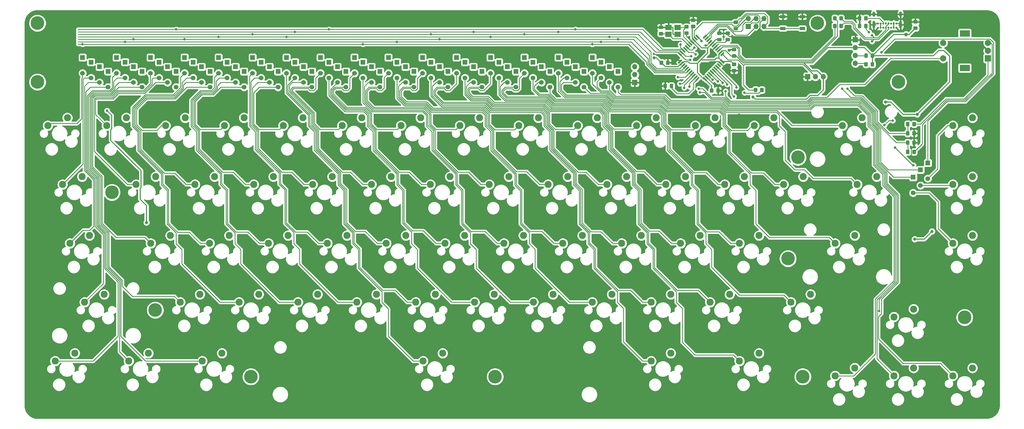
<source format=gbr>
%TF.GenerationSoftware,KiCad,Pcbnew,(5.1.6)-1*%
%TF.CreationDate,2020-09-27T15:32:01-04:00*%
%TF.ProjectId,keybored,6b657962-6f72-4656-942e-6b696361645f,rev?*%
%TF.SameCoordinates,Original*%
%TF.FileFunction,Copper,L1,Top*%
%TF.FilePolarity,Positive*%
%FSLAX46Y46*%
G04 Gerber Fmt 4.6, Leading zero omitted, Abs format (unit mm)*
G04 Created by KiCad (PCBNEW (5.1.6)-1) date 2020-09-27 15:32:01*
%MOMM*%
%LPD*%
G01*
G04 APERTURE LIST*
%TA.AperFunction,ComponentPad*%
%ADD10R,1.700000X1.700000*%
%TD*%
%TA.AperFunction,ComponentPad*%
%ADD11O,1.700000X1.700000*%
%TD*%
%TA.AperFunction,ComponentPad*%
%ADD12C,2.286000*%
%TD*%
%TA.AperFunction,SMDPad,CuDef*%
%ADD13R,2.100000X1.800000*%
%TD*%
%TA.AperFunction,SMDPad,CuDef*%
%ADD14C,0.100000*%
%TD*%
%TA.AperFunction,ComponentPad*%
%ADD15C,2.000000*%
%TD*%
%TA.AperFunction,ComponentPad*%
%ADD16R,3.200000X2.000000*%
%TD*%
%TA.AperFunction,ComponentPad*%
%ADD17R,2.000000X2.000000*%
%TD*%
%TA.AperFunction,SMDPad,CuDef*%
%ADD18R,1.700000X1.000000*%
%TD*%
%TA.AperFunction,ComponentPad*%
%ADD19C,4.400000*%
%TD*%
%TA.AperFunction,ComponentPad*%
%ADD20C,1.524000*%
%TD*%
%TA.AperFunction,ComponentPad*%
%ADD21R,1.524000X1.524000*%
%TD*%
%TA.AperFunction,ComponentPad*%
%ADD22C,0.650000*%
%TD*%
%TA.AperFunction,ComponentPad*%
%ADD23O,0.900000X2.400000*%
%TD*%
%TA.AperFunction,ComponentPad*%
%ADD24O,0.900000X1.700000*%
%TD*%
%TA.AperFunction,ViaPad*%
%ADD25C,0.800000*%
%TD*%
%TA.AperFunction,ViaPad*%
%ADD26C,1.000000*%
%TD*%
%TA.AperFunction,ViaPad*%
%ADD27C,1.200000*%
%TD*%
%TA.AperFunction,Conductor*%
%ADD28C,0.250000*%
%TD*%
%TA.AperFunction,Conductor*%
%ADD29C,0.350000*%
%TD*%
%TA.AperFunction,Conductor*%
%ADD30C,0.254000*%
%TD*%
G04 APERTURE END LIST*
D10*
%TO.P,J4,1*%
%TO.N,GND*%
X255200000Y-97790000D03*
D11*
%TO.P,J4,2*%
%TO.N,RGB_OUT*%
X255200000Y-95250000D03*
%TO.P,J4,3*%
%TO.N,VCC*%
X255200000Y-92710000D03*
%TD*%
%TO.P,J3,3*%
%TO.N,VCC*%
X316200000Y-95900000D03*
%TO.P,J3,2*%
%TO.N,RGB_IN*%
X313660000Y-95900000D03*
D10*
%TO.P,J3,1*%
%TO.N,GND*%
X311120000Y-95900000D03*
%TD*%
%TO.P,R7,1*%
%TO.N,Net-(D68-Pad4)*%
%TA.AperFunction,SMDPad,CuDef*%
G36*
G01*
X296925000Y-99749999D02*
X296925000Y-100650001D01*
G75*
G02*
X296675001Y-100900000I-249999J0D01*
G01*
X296024999Y-100900000D01*
G75*
G02*
X295775000Y-100650001I0J249999D01*
G01*
X295775000Y-99749999D01*
G75*
G02*
X296024999Y-99500000I249999J0D01*
G01*
X296675001Y-99500000D01*
G75*
G02*
X296925000Y-99749999I0J-249999D01*
G01*
G37*
%TD.AperFunction*%
%TO.P,R7,2*%
%TO.N,RGB_IN*%
%TA.AperFunction,SMDPad,CuDef*%
G36*
G01*
X294875000Y-99749999D02*
X294875000Y-100650001D01*
G75*
G02*
X294625001Y-100900000I-249999J0D01*
G01*
X293974999Y-100900000D01*
G75*
G02*
X293725000Y-100650001I0J249999D01*
G01*
X293725000Y-99749999D01*
G75*
G02*
X293974999Y-99500000I249999J0D01*
G01*
X294625001Y-99500000D01*
G75*
G02*
X294875000Y-99749999I0J-249999D01*
G01*
G37*
%TD.AperFunction*%
%TD*%
D12*
%TO.P,K66,1*%
%TO.N,col9*%
X364490000Y-147320000D03*
%TO.P,K66,2*%
%TO.N,Net-(D66-Pad2)*%
X358140000Y-149860000D03*
%TD*%
%TO.P,K65,1*%
%TO.N,col9*%
X364490000Y-128270000D03*
%TO.P,K65,2*%
%TO.N,Net-(D65-Pad2)*%
X358140000Y-130810000D03*
%TD*%
%TO.P,K64,2*%
%TO.N,Net-(D64-Pad2)*%
X339090000Y-173672500D03*
%TO.P,K64,1*%
%TO.N,col9*%
X345440000Y-171132500D03*
%TD*%
%TO.P,K63,1*%
%TO.N,col9*%
X364490000Y-190182500D03*
%TO.P,K63,2*%
%TO.N,Net-(D63-Pad2)*%
X358140000Y-192722500D03*
%TD*%
%TO.P,K62,2*%
%TO.N,Net-(D62-Pad2)*%
X339090000Y-192722500D03*
%TO.P,K62,1*%
%TO.N,col9*%
X345440000Y-190182500D03*
%TD*%
%TO.P,K61,2*%
%TO.N,Net-(D61-Pad2)*%
X320040000Y-192722500D03*
%TO.P,K61,1*%
%TO.N,col9*%
X326390000Y-190182500D03*
%TD*%
%TO.P,K60,2*%
%TO.N,Net-(D60-Pad2)*%
X358140000Y-111760000D03*
%TO.P,K60,1*%
%TO.N,col8*%
X364490000Y-109220000D03*
%TD*%
%TO.P,K59,2*%
%TO.N,Net-(D59-Pad2)*%
X289083750Y-187960000D03*
%TO.P,K59,1*%
%TO.N,col8*%
X295433750Y-185420000D03*
%TD*%
%TO.P,K58,1*%
%TO.N,col8*%
X266858750Y-185420000D03*
%TO.P,K58,2*%
%TO.N,Net-(D58-Pad2)*%
X260508750Y-187960000D03*
%TD*%
%TO.P,K57,1*%
%TO.N,col8*%
X193040000Y-185420000D03*
%TO.P,K57,2*%
%TO.N,Net-(D57-Pad2)*%
X186690000Y-187960000D03*
%TD*%
%TO.P,K56,1*%
%TO.N,col8*%
X121602500Y-185420000D03*
%TO.P,K56,2*%
%TO.N,Net-(D56-Pad2)*%
X115252500Y-187960000D03*
%TD*%
%TO.P,K55,2*%
%TO.N,Net-(D55-Pad2)*%
X91440000Y-187960000D03*
%TO.P,K55,1*%
%TO.N,col8*%
X97790000Y-185420000D03*
%TD*%
%TO.P,K54,2*%
%TO.N,Net-(D54-Pad2)*%
X67627500Y-187960000D03*
%TO.P,K54,1*%
%TO.N,col8*%
X73977500Y-185420000D03*
%TD*%
%TO.P,K53,2*%
%TO.N,Net-(D53-Pad2)*%
X305752500Y-168910000D03*
%TO.P,K53,1*%
%TO.N,col7*%
X312102500Y-166370000D03*
%TD*%
%TO.P,K52,2*%
%TO.N,Net-(D52-Pad2)*%
X279558750Y-168910000D03*
%TO.P,K52,1*%
%TO.N,col7*%
X285908750Y-166370000D03*
%TD*%
%TO.P,K51,2*%
%TO.N,Net-(D51-Pad2)*%
X260508750Y-168910000D03*
%TO.P,K51,1*%
%TO.N,col7*%
X266858750Y-166370000D03*
%TD*%
%TO.P,K50,1*%
%TO.N,col7*%
X247808750Y-166370000D03*
%TO.P,K50,2*%
%TO.N,Net-(D50-Pad2)*%
X241458750Y-168910000D03*
%TD*%
%TO.P,K49,1*%
%TO.N,col7*%
X228758750Y-166370000D03*
%TO.P,K49,2*%
%TO.N,Net-(D49-Pad2)*%
X222408750Y-168910000D03*
%TD*%
%TO.P,K48,1*%
%TO.N,col6*%
X209708750Y-166370000D03*
%TO.P,K48,2*%
%TO.N,Net-(D48-Pad2)*%
X203358750Y-168910000D03*
%TD*%
%TO.P,K47,1*%
%TO.N,col6*%
X190658750Y-166370000D03*
%TO.P,K47,2*%
%TO.N,Net-(D47-Pad2)*%
X184308750Y-168910000D03*
%TD*%
%TO.P,K46,2*%
%TO.N,Net-(D46-Pad2)*%
X165258750Y-168910000D03*
%TO.P,K46,1*%
%TO.N,col6*%
X171608750Y-166370000D03*
%TD*%
%TO.P,K45,1*%
%TO.N,col6*%
X152558750Y-166370000D03*
%TO.P,K45,2*%
%TO.N,Net-(D45-Pad2)*%
X146208750Y-168910000D03*
%TD*%
%TO.P,K44,1*%
%TO.N,col6*%
X133508750Y-166370000D03*
%TO.P,K44,2*%
%TO.N,Net-(D44-Pad2)*%
X127158750Y-168910000D03*
%TD*%
%TO.P,K43,2*%
%TO.N,Net-(D43-Pad2)*%
X108108750Y-168910000D03*
%TO.P,K43,1*%
%TO.N,col6*%
X114458750Y-166370000D03*
%TD*%
%TO.P,K42,2*%
%TO.N,Net-(D42-Pad2)*%
X77152500Y-168910000D03*
%TO.P,K42,1*%
%TO.N,col6*%
X83502500Y-166370000D03*
%TD*%
%TO.P,K41,1*%
%TO.N,col5*%
X326390000Y-147320000D03*
%TO.P,K41,2*%
%TO.N,Net-(D41-Pad2)*%
X320040000Y-149860000D03*
%TD*%
%TO.P,K40,2*%
%TO.N,Net-(D40-Pad2)*%
X289083750Y-149860000D03*
%TO.P,K40,1*%
%TO.N,col5*%
X295433750Y-147320000D03*
%TD*%
%TO.P,K39,2*%
%TO.N,Net-(D39-Pad2)*%
X270033750Y-149860000D03*
%TO.P,K39,1*%
%TO.N,col5*%
X276383750Y-147320000D03*
%TD*%
%TO.P,K38,2*%
%TO.N,Net-(D38-Pad2)*%
X250983750Y-149860000D03*
%TO.P,K38,1*%
%TO.N,col5*%
X257333750Y-147320000D03*
%TD*%
%TO.P,K37,1*%
%TO.N,col5*%
X238283750Y-147320000D03*
%TO.P,K37,2*%
%TO.N,Net-(D37-Pad2)*%
X231933750Y-149860000D03*
%TD*%
%TO.P,K36,2*%
%TO.N,Net-(D36-Pad2)*%
X212883750Y-149860000D03*
%TO.P,K36,1*%
%TO.N,col5*%
X219233750Y-147320000D03*
%TD*%
%TO.P,K35,1*%
%TO.N,col4*%
X200183750Y-147320000D03*
%TO.P,K35,2*%
%TO.N,Net-(D35-Pad2)*%
X193833750Y-149860000D03*
%TD*%
%TO.P,K34,2*%
%TO.N,Net-(D34-Pad2)*%
X174783750Y-149860000D03*
%TO.P,K34,1*%
%TO.N,col4*%
X181133750Y-147320000D03*
%TD*%
%TO.P,K33,2*%
%TO.N,Net-(D33-Pad2)*%
X155733750Y-149860000D03*
%TO.P,K33,1*%
%TO.N,col4*%
X162083750Y-147320000D03*
%TD*%
%TO.P,K32,2*%
%TO.N,Net-(D32-Pad2)*%
X136683750Y-149860000D03*
%TO.P,K32,1*%
%TO.N,col4*%
X143033750Y-147320000D03*
%TD*%
%TO.P,K31,2*%
%TO.N,Net-(D31-Pad2)*%
X117633750Y-149860000D03*
%TO.P,K31,1*%
%TO.N,col4*%
X123983750Y-147320000D03*
%TD*%
%TO.P,K30,1*%
%TO.N,col4*%
X104933750Y-147320000D03*
%TO.P,K30,2*%
%TO.N,Net-(D30-Pad2)*%
X98583750Y-149860000D03*
%TD*%
%TO.P,K29,2*%
%TO.N,Net-(D29-Pad2)*%
X72390000Y-149860000D03*
%TO.P,K29,1*%
%TO.N,col4*%
X78740000Y-147320000D03*
%TD*%
%TO.P,K28,1*%
%TO.N,col3*%
X333533750Y-128270000D03*
%TO.P,K28,2*%
%TO.N,Net-(D28-Pad2)*%
X327183750Y-130810000D03*
%TD*%
%TO.P,K27,1*%
%TO.N,col3*%
X309721250Y-128270000D03*
%TO.P,K27,2*%
%TO.N,Net-(D27-Pad2)*%
X303371250Y-130810000D03*
%TD*%
%TO.P,K25,2*%
%TO.N,Net-(D25-Pad2)*%
X265271250Y-130810000D03*
%TO.P,K25,1*%
%TO.N,col3*%
X271621250Y-128270000D03*
%TD*%
%TO.P,K24,1*%
%TO.N,col3*%
X252571250Y-128270000D03*
%TO.P,K24,2*%
%TO.N,Net-(D24-Pad2)*%
X246221250Y-130810000D03*
%TD*%
%TO.P,K23,1*%
%TO.N,col3*%
X233521250Y-128270000D03*
%TO.P,K23,2*%
%TO.N,Net-(D23-Pad2)*%
X227171250Y-130810000D03*
%TD*%
%TO.P,K22,2*%
%TO.N,Net-(D22-Pad2)*%
X208121250Y-130810000D03*
%TO.P,K22,1*%
%TO.N,col3*%
X214471250Y-128270000D03*
%TD*%
%TO.P,K21,2*%
%TO.N,Net-(D21-Pad2)*%
X189071250Y-130810000D03*
%TO.P,K21,1*%
%TO.N,col2*%
X195421250Y-128270000D03*
%TD*%
%TO.P,K20,1*%
%TO.N,col2*%
X176371250Y-128270000D03*
%TO.P,K20,2*%
%TO.N,Net-(D20-Pad2)*%
X170021250Y-130810000D03*
%TD*%
%TO.P,K19,1*%
%TO.N,col2*%
X157321250Y-128270000D03*
%TO.P,K19,2*%
%TO.N,Net-(D19-Pad2)*%
X150971250Y-130810000D03*
%TD*%
%TO.P,K18,1*%
%TO.N,col2*%
X138271250Y-128270000D03*
%TO.P,K18,2*%
%TO.N,Net-(D18-Pad2)*%
X131921250Y-130810000D03*
%TD*%
%TO.P,K17,1*%
%TO.N,col2*%
X119221250Y-128270000D03*
%TO.P,K17,2*%
%TO.N,Net-(D17-Pad2)*%
X112871250Y-130810000D03*
%TD*%
%TO.P,K16,2*%
%TO.N,Net-(D16-Pad2)*%
X93821250Y-130810000D03*
%TO.P,K16,1*%
%TO.N,col2*%
X100171250Y-128270000D03*
%TD*%
%TO.P,K15,1*%
%TO.N,col2*%
X76358750Y-128270000D03*
%TO.P,K15,2*%
%TO.N,Net-(D15-Pad2)*%
X70008750Y-130810000D03*
%TD*%
%TO.P,K14,1*%
%TO.N,col1*%
X328771250Y-109220000D03*
%TO.P,K14,2*%
%TO.N,Net-(D14-Pad2)*%
X322421250Y-111760000D03*
%TD*%
%TO.P,K13,1*%
%TO.N,col1*%
X300196250Y-109220000D03*
%TO.P,K13,2*%
%TO.N,Net-(D13-Pad2)*%
X293846250Y-111760000D03*
%TD*%
%TO.P,K11,1*%
%TO.N,col1*%
X262096250Y-109220000D03*
%TO.P,K11,2*%
%TO.N,Net-(D11-Pad2)*%
X255746250Y-111760000D03*
%TD*%
%TO.P,K6,2*%
%TO.N,Net-(D6-Pad2)*%
X160496250Y-111760000D03*
%TO.P,K6,1*%
%TO.N,col0*%
X166846250Y-109220000D03*
%TD*%
%TO.P,K5,1*%
%TO.N,col0*%
X147796250Y-109220000D03*
%TO.P,K5,2*%
%TO.N,Net-(D5-Pad2)*%
X141446250Y-111760000D03*
%TD*%
%TO.P,K3,2*%
%TO.N,Net-(D3-Pad2)*%
X103346250Y-111760000D03*
%TO.P,K3,1*%
%TO.N,col0*%
X109696250Y-109220000D03*
%TD*%
D10*
%TO.P,U2,1*%
%TO.N,GND*%
X326600000Y-84000000D03*
D11*
%TO.P,U2,2*%
%TO.N,VCC*%
X326600000Y-86540000D03*
%TO.P,U2,3*%
%TO.N,I2C_SCL*%
X326600000Y-89080000D03*
%TO.P,U2,4*%
%TO.N,I2C_SDA*%
X326600000Y-91620000D03*
%TD*%
%TO.P,R11,1*%
%TO.N,I2C_SCL*%
%TA.AperFunction,SMDPad,CuDef*%
G36*
G01*
X329500000Y-89550001D02*
X329500000Y-88649999D01*
G75*
G02*
X329749999Y-88400000I249999J0D01*
G01*
X330400001Y-88400000D01*
G75*
G02*
X330650000Y-88649999I0J-249999D01*
G01*
X330650000Y-89550001D01*
G75*
G02*
X330400001Y-89800000I-249999J0D01*
G01*
X329749999Y-89800000D01*
G75*
G02*
X329500000Y-89550001I0J249999D01*
G01*
G37*
%TD.AperFunction*%
%TO.P,R11,2*%
%TO.N,VCC*%
%TA.AperFunction,SMDPad,CuDef*%
G36*
G01*
X331550000Y-89550001D02*
X331550000Y-88649999D01*
G75*
G02*
X331799999Y-88400000I249999J0D01*
G01*
X332450001Y-88400000D01*
G75*
G02*
X332700000Y-88649999I0J-249999D01*
G01*
X332700000Y-89550001D01*
G75*
G02*
X332450001Y-89800000I-249999J0D01*
G01*
X331799999Y-89800000D01*
G75*
G02*
X331550000Y-89550001I0J249999D01*
G01*
G37*
%TD.AperFunction*%
%TD*%
%TO.P,R10,2*%
%TO.N,VCC*%
%TA.AperFunction,SMDPad,CuDef*%
G36*
G01*
X331525000Y-92350001D02*
X331525000Y-91449999D01*
G75*
G02*
X331774999Y-91200000I249999J0D01*
G01*
X332425001Y-91200000D01*
G75*
G02*
X332675000Y-91449999I0J-249999D01*
G01*
X332675000Y-92350001D01*
G75*
G02*
X332425001Y-92600000I-249999J0D01*
G01*
X331774999Y-92600000D01*
G75*
G02*
X331525000Y-92350001I0J249999D01*
G01*
G37*
%TD.AperFunction*%
%TO.P,R10,1*%
%TO.N,I2C_SDA*%
%TA.AperFunction,SMDPad,CuDef*%
G36*
G01*
X329475000Y-92350001D02*
X329475000Y-91449999D01*
G75*
G02*
X329724999Y-91200000I249999J0D01*
G01*
X330375001Y-91200000D01*
G75*
G02*
X330625000Y-91449999I0J-249999D01*
G01*
X330625000Y-92350001D01*
G75*
G02*
X330375001Y-92600000I-249999J0D01*
G01*
X329724999Y-92600000D01*
G75*
G02*
X329475000Y-92350001I0J249999D01*
G01*
G37*
%TD.AperFunction*%
%TD*%
%TO.P,C7,2*%
%TO.N,GND*%
%TA.AperFunction,SMDPad,CuDef*%
G36*
G01*
X274550001Y-78175000D02*
X273649999Y-78175000D01*
G75*
G02*
X273400000Y-77925001I0J249999D01*
G01*
X273400000Y-77274999D01*
G75*
G02*
X273649999Y-77025000I249999J0D01*
G01*
X274550001Y-77025000D01*
G75*
G02*
X274800000Y-77274999I0J-249999D01*
G01*
X274800000Y-77925001D01*
G75*
G02*
X274550001Y-78175000I-249999J0D01*
G01*
G37*
%TD.AperFunction*%
%TO.P,C7,1*%
%TO.N,VCC*%
%TA.AperFunction,SMDPad,CuDef*%
G36*
G01*
X274550001Y-80225000D02*
X273649999Y-80225000D01*
G75*
G02*
X273400000Y-79975001I0J249999D01*
G01*
X273400000Y-79324999D01*
G75*
G02*
X273649999Y-79075000I249999J0D01*
G01*
X274550001Y-79075000D01*
G75*
G02*
X274800000Y-79324999I0J-249999D01*
G01*
X274800000Y-79975001D01*
G75*
G02*
X274550001Y-80225000I-249999J0D01*
G01*
G37*
%TD.AperFunction*%
%TD*%
%TO.P,C5,1*%
%TO.N,VCC*%
%TA.AperFunction,SMDPad,CuDef*%
G36*
G01*
X286899999Y-91325000D02*
X287800001Y-91325000D01*
G75*
G02*
X288050000Y-91574999I0J-249999D01*
G01*
X288050000Y-92225001D01*
G75*
G02*
X287800001Y-92475000I-249999J0D01*
G01*
X286899999Y-92475000D01*
G75*
G02*
X286650000Y-92225001I0J249999D01*
G01*
X286650000Y-91574999D01*
G75*
G02*
X286899999Y-91325000I249999J0D01*
G01*
G37*
%TD.AperFunction*%
%TO.P,C5,2*%
%TO.N,GND*%
%TA.AperFunction,SMDPad,CuDef*%
G36*
G01*
X286899999Y-93375000D02*
X287800001Y-93375000D01*
G75*
G02*
X288050000Y-93624999I0J-249999D01*
G01*
X288050000Y-94275001D01*
G75*
G02*
X287800001Y-94525000I-249999J0D01*
G01*
X286899999Y-94525000D01*
G75*
G02*
X286650000Y-94275001I0J249999D01*
G01*
X286650000Y-93624999D01*
G75*
G02*
X286899999Y-93375000I249999J0D01*
G01*
G37*
%TD.AperFunction*%
%TD*%
%TO.P,C4,2*%
%TO.N,GND*%
%TA.AperFunction,SMDPad,CuDef*%
G36*
G01*
X283050001Y-82425000D02*
X282149999Y-82425000D01*
G75*
G02*
X281900000Y-82175001I0J249999D01*
G01*
X281900000Y-81524999D01*
G75*
G02*
X282149999Y-81275000I249999J0D01*
G01*
X283050001Y-81275000D01*
G75*
G02*
X283300000Y-81524999I0J-249999D01*
G01*
X283300000Y-82175001D01*
G75*
G02*
X283050001Y-82425000I-249999J0D01*
G01*
G37*
%TD.AperFunction*%
%TO.P,C4,1*%
%TO.N,VCC*%
%TA.AperFunction,SMDPad,CuDef*%
G36*
G01*
X283050001Y-84475000D02*
X282149999Y-84475000D01*
G75*
G02*
X281900000Y-84225001I0J249999D01*
G01*
X281900000Y-83574999D01*
G75*
G02*
X282149999Y-83325000I249999J0D01*
G01*
X283050001Y-83325000D01*
G75*
G02*
X283300000Y-83574999I0J-249999D01*
G01*
X283300000Y-84225001D01*
G75*
G02*
X283050001Y-84475000I-249999J0D01*
G01*
G37*
%TD.AperFunction*%
%TD*%
%TO.P,C3,1*%
%TO.N,VCC*%
%TA.AperFunction,SMDPad,CuDef*%
G36*
G01*
X287800001Y-89775000D02*
X286899999Y-89775000D01*
G75*
G02*
X286650000Y-89525001I0J249999D01*
G01*
X286650000Y-88874999D01*
G75*
G02*
X286899999Y-88625000I249999J0D01*
G01*
X287800001Y-88625000D01*
G75*
G02*
X288050000Y-88874999I0J-249999D01*
G01*
X288050000Y-89525001D01*
G75*
G02*
X287800001Y-89775000I-249999J0D01*
G01*
G37*
%TD.AperFunction*%
%TO.P,C3,2*%
%TO.N,GND*%
%TA.AperFunction,SMDPad,CuDef*%
G36*
G01*
X287800001Y-87725000D02*
X286899999Y-87725000D01*
G75*
G02*
X286650000Y-87475001I0J249999D01*
G01*
X286650000Y-86824999D01*
G75*
G02*
X286899999Y-86575000I249999J0D01*
G01*
X287800001Y-86575000D01*
G75*
G02*
X288050000Y-86824999I0J-249999D01*
G01*
X288050000Y-87475001D01*
G75*
G02*
X287800001Y-87725000I-249999J0D01*
G01*
G37*
%TD.AperFunction*%
%TD*%
%TO.P,C2,1*%
%TO.N,VCC*%
%TA.AperFunction,SMDPad,CuDef*%
G36*
G01*
X279525000Y-100850001D02*
X279525000Y-99949999D01*
G75*
G02*
X279774999Y-99700000I249999J0D01*
G01*
X280425001Y-99700000D01*
G75*
G02*
X280675000Y-99949999I0J-249999D01*
G01*
X280675000Y-100850001D01*
G75*
G02*
X280425001Y-101100000I-249999J0D01*
G01*
X279774999Y-101100000D01*
G75*
G02*
X279525000Y-100850001I0J249999D01*
G01*
G37*
%TD.AperFunction*%
%TO.P,C2,2*%
%TO.N,GND*%
%TA.AperFunction,SMDPad,CuDef*%
G36*
G01*
X281575000Y-100850001D02*
X281575000Y-99949999D01*
G75*
G02*
X281824999Y-99700000I249999J0D01*
G01*
X282475001Y-99700000D01*
G75*
G02*
X282725000Y-99949999I0J-249999D01*
G01*
X282725000Y-100850001D01*
G75*
G02*
X282475001Y-101100000I-249999J0D01*
G01*
X281824999Y-101100000D01*
G75*
G02*
X281575000Y-100850001I0J249999D01*
G01*
G37*
%TD.AperFunction*%
%TD*%
%TO.P,C1,2*%
%TO.N,GND*%
%TA.AperFunction,SMDPad,CuDef*%
G36*
G01*
X265325000Y-91850001D02*
X265325000Y-90949999D01*
G75*
G02*
X265574999Y-90700000I249999J0D01*
G01*
X266225001Y-90700000D01*
G75*
G02*
X266475000Y-90949999I0J-249999D01*
G01*
X266475000Y-91850001D01*
G75*
G02*
X266225001Y-92100000I-249999J0D01*
G01*
X265574999Y-92100000D01*
G75*
G02*
X265325000Y-91850001I0J249999D01*
G01*
G37*
%TD.AperFunction*%
%TO.P,C1,1*%
%TO.N,VCC*%
%TA.AperFunction,SMDPad,CuDef*%
G36*
G01*
X263275000Y-91850001D02*
X263275000Y-90949999D01*
G75*
G02*
X263524999Y-90700000I249999J0D01*
G01*
X264175001Y-90700000D01*
G75*
G02*
X264425000Y-90949999I0J-249999D01*
G01*
X264425000Y-91850001D01*
G75*
G02*
X264175001Y-92100000I-249999J0D01*
G01*
X263524999Y-92100000D01*
G75*
G02*
X263275000Y-91850001I0J249999D01*
G01*
G37*
%TD.AperFunction*%
%TD*%
%TO.P,C12,2*%
%TO.N,rotB*%
%TA.AperFunction,SMDPad,CuDef*%
G36*
G01*
X344125000Y-116799999D02*
X344125000Y-117700001D01*
G75*
G02*
X343875001Y-117950000I-249999J0D01*
G01*
X343224999Y-117950000D01*
G75*
G02*
X342975000Y-117700001I0J249999D01*
G01*
X342975000Y-116799999D01*
G75*
G02*
X343224999Y-116550000I249999J0D01*
G01*
X343875001Y-116550000D01*
G75*
G02*
X344125000Y-116799999I0J-249999D01*
G01*
G37*
%TD.AperFunction*%
%TO.P,C12,1*%
%TO.N,GND*%
%TA.AperFunction,SMDPad,CuDef*%
G36*
G01*
X346175000Y-116799999D02*
X346175000Y-117700001D01*
G75*
G02*
X345925001Y-117950000I-249999J0D01*
G01*
X345274999Y-117950000D01*
G75*
G02*
X345025000Y-117700001I0J249999D01*
G01*
X345025000Y-116799999D01*
G75*
G02*
X345274999Y-116550000I249999J0D01*
G01*
X345925001Y-116550000D01*
G75*
G02*
X346175000Y-116799999I0J-249999D01*
G01*
G37*
%TD.AperFunction*%
%TD*%
%TO.P,C11,1*%
%TO.N,rotA*%
%TA.AperFunction,SMDPad,CuDef*%
G36*
G01*
X342975000Y-114700001D02*
X342975000Y-113799999D01*
G75*
G02*
X343224999Y-113550000I249999J0D01*
G01*
X343875001Y-113550000D01*
G75*
G02*
X344125000Y-113799999I0J-249999D01*
G01*
X344125000Y-114700001D01*
G75*
G02*
X343875001Y-114950000I-249999J0D01*
G01*
X343224999Y-114950000D01*
G75*
G02*
X342975000Y-114700001I0J249999D01*
G01*
G37*
%TD.AperFunction*%
%TO.P,C11,2*%
%TO.N,GND*%
%TA.AperFunction,SMDPad,CuDef*%
G36*
G01*
X345025000Y-114700001D02*
X345025000Y-113799999D01*
G75*
G02*
X345274999Y-113550000I249999J0D01*
G01*
X345925001Y-113550000D01*
G75*
G02*
X346175000Y-113799999I0J-249999D01*
G01*
X346175000Y-114700001D01*
G75*
G02*
X345925001Y-114950000I-249999J0D01*
G01*
X345274999Y-114950000D01*
G75*
G02*
X345025000Y-114700001I0J249999D01*
G01*
G37*
%TD.AperFunction*%
%TD*%
%TO.P,C9,2*%
%TO.N,GND*%
%TA.AperFunction,SMDPad,CuDef*%
G36*
G01*
X285750001Y-82425000D02*
X284849999Y-82425000D01*
G75*
G02*
X284600000Y-82175001I0J249999D01*
G01*
X284600000Y-81524999D01*
G75*
G02*
X284849999Y-81275000I249999J0D01*
G01*
X285750001Y-81275000D01*
G75*
G02*
X286000000Y-81524999I0J-249999D01*
G01*
X286000000Y-82175001D01*
G75*
G02*
X285750001Y-82425000I-249999J0D01*
G01*
G37*
%TD.AperFunction*%
%TO.P,C9,1*%
%TO.N,Net-(C9-Pad1)*%
%TA.AperFunction,SMDPad,CuDef*%
G36*
G01*
X285750001Y-84475000D02*
X284849999Y-84475000D01*
G75*
G02*
X284600000Y-84225001I0J249999D01*
G01*
X284600000Y-83574999D01*
G75*
G02*
X284849999Y-83325000I249999J0D01*
G01*
X285750001Y-83325000D01*
G75*
G02*
X286000000Y-83574999I0J-249999D01*
G01*
X286000000Y-84225001D01*
G75*
G02*
X285750001Y-84475000I-249999J0D01*
G01*
G37*
%TD.AperFunction*%
%TD*%
%TO.P,C8,2*%
%TO.N,GND*%
%TA.AperFunction,SMDPad,CuDef*%
G36*
G01*
X264150001Y-80525000D02*
X263249999Y-80525000D01*
G75*
G02*
X263000000Y-80275001I0J249999D01*
G01*
X263000000Y-79624999D01*
G75*
G02*
X263249999Y-79375000I249999J0D01*
G01*
X264150001Y-79375000D01*
G75*
G02*
X264400000Y-79624999I0J-249999D01*
G01*
X264400000Y-80275001D01*
G75*
G02*
X264150001Y-80525000I-249999J0D01*
G01*
G37*
%TD.AperFunction*%
%TO.P,C8,1*%
%TO.N,Net-(C8-Pad1)*%
%TA.AperFunction,SMDPad,CuDef*%
G36*
G01*
X264150001Y-82575000D02*
X263249999Y-82575000D01*
G75*
G02*
X263000000Y-82325001I0J249999D01*
G01*
X263000000Y-81674999D01*
G75*
G02*
X263249999Y-81425000I249999J0D01*
G01*
X264150001Y-81425000D01*
G75*
G02*
X264400000Y-81674999I0J-249999D01*
G01*
X264400000Y-82325001D01*
G75*
G02*
X264150001Y-82575000I-249999J0D01*
G01*
G37*
%TD.AperFunction*%
%TD*%
%TO.P,C6,2*%
%TO.N,GND*%
%TA.AperFunction,SMDPad,CuDef*%
G36*
G01*
X271499999Y-81215000D02*
X272400001Y-81215000D01*
G75*
G02*
X272650000Y-81464999I0J-249999D01*
G01*
X272650000Y-82115001D01*
G75*
G02*
X272400001Y-82365000I-249999J0D01*
G01*
X271499999Y-82365000D01*
G75*
G02*
X271250000Y-82115001I0J249999D01*
G01*
X271250000Y-81464999D01*
G75*
G02*
X271499999Y-81215000I249999J0D01*
G01*
G37*
%TD.AperFunction*%
%TO.P,C6,1*%
%TO.N,Net-(C6-Pad1)*%
%TA.AperFunction,SMDPad,CuDef*%
G36*
G01*
X271499999Y-79165000D02*
X272400001Y-79165000D01*
G75*
G02*
X272650000Y-79414999I0J-249999D01*
G01*
X272650000Y-80065001D01*
G75*
G02*
X272400001Y-80315000I-249999J0D01*
G01*
X271499999Y-80315000D01*
G75*
G02*
X271250000Y-80065001I0J249999D01*
G01*
X271250000Y-79414999D01*
G75*
G02*
X271499999Y-79165000I249999J0D01*
G01*
G37*
%TD.AperFunction*%
%TD*%
D13*
%TO.P,Y1,1*%
%TO.N,Net-(C6-Pad1)*%
X269050000Y-79980000D03*
%TO.P,Y1,2*%
%TO.N,GND*%
X266150000Y-79980000D03*
%TO.P,Y1,3*%
%TO.N,Net-(C8-Pad1)*%
X266150000Y-82180000D03*
%TO.P,Y1,4*%
%TO.N,GND*%
X269050000Y-82180000D03*
%TD*%
%TA.AperFunction,SMDPad,CuDef*%
D14*
%TO.P,U1,1*%
%TO.N,RGB_IN*%
G36*
X283894812Y-87873134D02*
G01*
X284283720Y-88262042D01*
X283223060Y-89322702D01*
X282834152Y-88933794D01*
X283894812Y-87873134D01*
G37*
%TD.AperFunction*%
%TA.AperFunction,SMDPad,CuDef*%
%TO.P,U1,2*%
%TO.N,VCC*%
G36*
X283329126Y-87307449D02*
G01*
X283718034Y-87696357D01*
X282657374Y-88757017D01*
X282268466Y-88368109D01*
X283329126Y-87307449D01*
G37*
%TD.AperFunction*%
%TA.AperFunction,SMDPad,CuDef*%
%TO.P,U1,3*%
%TO.N,Net-(R3-Pad1)*%
G36*
X282763441Y-86741764D02*
G01*
X283152349Y-87130672D01*
X282091689Y-88191332D01*
X281702781Y-87802424D01*
X282763441Y-86741764D01*
G37*
%TD.AperFunction*%
%TA.AperFunction,SMDPad,CuDef*%
%TO.P,U1,4*%
%TO.N,Net-(R4-Pad1)*%
G36*
X282197756Y-86176078D02*
G01*
X282586664Y-86564986D01*
X281526004Y-87625646D01*
X281137096Y-87236738D01*
X282197756Y-86176078D01*
G37*
%TD.AperFunction*%
%TA.AperFunction,SMDPad,CuDef*%
%TO.P,U1,5*%
%TO.N,GND*%
G36*
X281632070Y-85610393D02*
G01*
X282020978Y-85999301D01*
X280960318Y-87059961D01*
X280571410Y-86671053D01*
X281632070Y-85610393D01*
G37*
%TD.AperFunction*%
%TA.AperFunction,SMDPad,CuDef*%
%TO.P,U1,6*%
%TO.N,Net-(C9-Pad1)*%
G36*
X281066385Y-85044707D02*
G01*
X281455293Y-85433615D01*
X280394633Y-86494275D01*
X280005725Y-86105367D01*
X281066385Y-85044707D01*
G37*
%TD.AperFunction*%
%TA.AperFunction,SMDPad,CuDef*%
%TO.P,U1,7*%
%TO.N,VCC*%
G36*
X280500699Y-84479022D02*
G01*
X280889607Y-84867930D01*
X279828947Y-85928590D01*
X279440039Y-85539682D01*
X280500699Y-84479022D01*
G37*
%TD.AperFunction*%
%TA.AperFunction,SMDPad,CuDef*%
%TO.P,U1,8*%
%TO.N,rotB*%
G36*
X279935014Y-83913336D02*
G01*
X280323922Y-84302244D01*
X279263262Y-85362904D01*
X278874354Y-84973996D01*
X279935014Y-83913336D01*
G37*
%TD.AperFunction*%
%TA.AperFunction,SMDPad,CuDef*%
%TO.P,U1,9*%
%TO.N,SCK*%
G36*
X279369328Y-83347651D02*
G01*
X279758236Y-83736559D01*
X278697576Y-84797219D01*
X278308668Y-84408311D01*
X279369328Y-83347651D01*
G37*
%TD.AperFunction*%
%TA.AperFunction,SMDPad,CuDef*%
%TO.P,U1,10*%
%TO.N,MOSI*%
G36*
X278803643Y-82781966D02*
G01*
X279192551Y-83170874D01*
X278131891Y-84231534D01*
X277742983Y-83842626D01*
X278803643Y-82781966D01*
G37*
%TD.AperFunction*%
%TA.AperFunction,SMDPad,CuDef*%
%TO.P,U1,11*%
%TO.N,MISO*%
G36*
X278237958Y-82216280D02*
G01*
X278626866Y-82605188D01*
X277566206Y-83665848D01*
X277177298Y-83276940D01*
X278237958Y-82216280D01*
G37*
%TD.AperFunction*%
%TA.AperFunction,SMDPad,CuDef*%
%TO.P,U1,12*%
%TO.N,rotA*%
G36*
X274773134Y-82605188D02*
G01*
X275162042Y-82216280D01*
X276222702Y-83276940D01*
X275833794Y-83665848D01*
X274773134Y-82605188D01*
G37*
%TD.AperFunction*%
%TA.AperFunction,SMDPad,CuDef*%
%TO.P,U1,13*%
%TO.N,RESET*%
G36*
X274207449Y-83170874D02*
G01*
X274596357Y-82781966D01*
X275657017Y-83842626D01*
X275268109Y-84231534D01*
X274207449Y-83170874D01*
G37*
%TD.AperFunction*%
%TA.AperFunction,SMDPad,CuDef*%
%TO.P,U1,14*%
%TO.N,VCC*%
G36*
X273641764Y-83736559D02*
G01*
X274030672Y-83347651D01*
X275091332Y-84408311D01*
X274702424Y-84797219D01*
X273641764Y-83736559D01*
G37*
%TD.AperFunction*%
%TA.AperFunction,SMDPad,CuDef*%
%TO.P,U1,15*%
%TO.N,GND*%
G36*
X273076078Y-84302244D02*
G01*
X273464986Y-83913336D01*
X274525646Y-84973996D01*
X274136738Y-85362904D01*
X273076078Y-84302244D01*
G37*
%TD.AperFunction*%
%TA.AperFunction,SMDPad,CuDef*%
%TO.P,U1,16*%
%TO.N,Net-(C6-Pad1)*%
G36*
X272510393Y-84867930D02*
G01*
X272899301Y-84479022D01*
X273959961Y-85539682D01*
X273571053Y-85928590D01*
X272510393Y-84867930D01*
G37*
%TD.AperFunction*%
%TA.AperFunction,SMDPad,CuDef*%
%TO.P,U1,17*%
%TO.N,Net-(C8-Pad1)*%
G36*
X271944707Y-85433615D02*
G01*
X272333615Y-85044707D01*
X273394275Y-86105367D01*
X273005367Y-86494275D01*
X271944707Y-85433615D01*
G37*
%TD.AperFunction*%
%TA.AperFunction,SMDPad,CuDef*%
%TO.P,U1,18*%
%TO.N,I2C_SCL*%
G36*
X271379022Y-85999301D02*
G01*
X271767930Y-85610393D01*
X272828590Y-86671053D01*
X272439682Y-87059961D01*
X271379022Y-85999301D01*
G37*
%TD.AperFunction*%
%TA.AperFunction,SMDPad,CuDef*%
%TO.P,U1,19*%
%TO.N,I2C_SDA*%
G36*
X270813336Y-86564986D02*
G01*
X271202244Y-86176078D01*
X272262904Y-87236738D01*
X271873996Y-87625646D01*
X270813336Y-86564986D01*
G37*
%TD.AperFunction*%
%TA.AperFunction,SMDPad,CuDef*%
%TO.P,U1,20*%
%TO.N,row6*%
G36*
X270247651Y-87130672D02*
G01*
X270636559Y-86741764D01*
X271697219Y-87802424D01*
X271308311Y-88191332D01*
X270247651Y-87130672D01*
G37*
%TD.AperFunction*%
%TA.AperFunction,SMDPad,CuDef*%
%TO.P,U1,21*%
%TO.N,row5*%
G36*
X269681966Y-87696357D02*
G01*
X270070874Y-87307449D01*
X271131534Y-88368109D01*
X270742626Y-88757017D01*
X269681966Y-87696357D01*
G37*
%TD.AperFunction*%
%TA.AperFunction,SMDPad,CuDef*%
%TO.P,U1,22*%
%TO.N,row4*%
G36*
X269116280Y-88262042D02*
G01*
X269505188Y-87873134D01*
X270565848Y-88933794D01*
X270176940Y-89322702D01*
X269116280Y-88262042D01*
G37*
%TD.AperFunction*%
%TA.AperFunction,SMDPad,CuDef*%
%TO.P,U1,23*%
%TO.N,GND*%
G36*
X270176940Y-90277298D02*
G01*
X270565848Y-90666206D01*
X269505188Y-91726866D01*
X269116280Y-91337958D01*
X270176940Y-90277298D01*
G37*
%TD.AperFunction*%
%TA.AperFunction,SMDPad,CuDef*%
%TO.P,U1,24*%
%TO.N,VCC*%
G36*
X270742626Y-90842983D02*
G01*
X271131534Y-91231891D01*
X270070874Y-92292551D01*
X269681966Y-91903643D01*
X270742626Y-90842983D01*
G37*
%TD.AperFunction*%
%TA.AperFunction,SMDPad,CuDef*%
%TO.P,U1,25*%
%TO.N,row3*%
G36*
X271308311Y-91408668D02*
G01*
X271697219Y-91797576D01*
X270636559Y-92858236D01*
X270247651Y-92469328D01*
X271308311Y-91408668D01*
G37*
%TD.AperFunction*%
%TA.AperFunction,SMDPad,CuDef*%
%TO.P,U1,26*%
%TO.N,row2*%
G36*
X271873996Y-91974354D02*
G01*
X272262904Y-92363262D01*
X271202244Y-93423922D01*
X270813336Y-93035014D01*
X271873996Y-91974354D01*
G37*
%TD.AperFunction*%
%TA.AperFunction,SMDPad,CuDef*%
%TO.P,U1,27*%
%TO.N,row1*%
G36*
X272439682Y-92540039D02*
G01*
X272828590Y-92928947D01*
X271767930Y-93989607D01*
X271379022Y-93600699D01*
X272439682Y-92540039D01*
G37*
%TD.AperFunction*%
%TA.AperFunction,SMDPad,CuDef*%
%TO.P,U1,28*%
%TO.N,row0*%
G36*
X273005367Y-93105725D02*
G01*
X273394275Y-93494633D01*
X272333615Y-94555293D01*
X271944707Y-94166385D01*
X273005367Y-93105725D01*
G37*
%TD.AperFunction*%
%TA.AperFunction,SMDPad,CuDef*%
%TO.P,U1,29*%
%TO.N,col9*%
G36*
X273571053Y-93671410D02*
G01*
X273959961Y-94060318D01*
X272899301Y-95120978D01*
X272510393Y-94732070D01*
X273571053Y-93671410D01*
G37*
%TD.AperFunction*%
%TA.AperFunction,SMDPad,CuDef*%
%TO.P,U1,30*%
%TO.N,col8*%
G36*
X274136738Y-94237096D02*
G01*
X274525646Y-94626004D01*
X273464986Y-95686664D01*
X273076078Y-95297756D01*
X274136738Y-94237096D01*
G37*
%TD.AperFunction*%
%TA.AperFunction,SMDPad,CuDef*%
%TO.P,U1,31*%
%TO.N,col7*%
G36*
X274702424Y-94802781D02*
G01*
X275091332Y-95191689D01*
X274030672Y-96252349D01*
X273641764Y-95863441D01*
X274702424Y-94802781D01*
G37*
%TD.AperFunction*%
%TA.AperFunction,SMDPad,CuDef*%
%TO.P,U1,32*%
%TO.N,col6*%
G36*
X275268109Y-95368466D02*
G01*
X275657017Y-95757374D01*
X274596357Y-96818034D01*
X274207449Y-96429126D01*
X275268109Y-95368466D01*
G37*
%TD.AperFunction*%
%TA.AperFunction,SMDPad,CuDef*%
%TO.P,U1,33*%
%TO.N,Net-(R5-Pad2)*%
G36*
X275833794Y-95934152D02*
G01*
X276222702Y-96323060D01*
X275162042Y-97383720D01*
X274773134Y-96994812D01*
X275833794Y-95934152D01*
G37*
%TD.AperFunction*%
%TA.AperFunction,SMDPad,CuDef*%
%TO.P,U1,34*%
%TO.N,VCC*%
G36*
X277177298Y-96323060D02*
G01*
X277566206Y-95934152D01*
X278626866Y-96994812D01*
X278237958Y-97383720D01*
X277177298Y-96323060D01*
G37*
%TD.AperFunction*%
%TA.AperFunction,SMDPad,CuDef*%
%TO.P,U1,35*%
%TO.N,GND*%
G36*
X277742983Y-95757374D02*
G01*
X278131891Y-95368466D01*
X279192551Y-96429126D01*
X278803643Y-96818034D01*
X277742983Y-95757374D01*
G37*
%TD.AperFunction*%
%TA.AperFunction,SMDPad,CuDef*%
%TO.P,U1,36*%
%TO.N,col5*%
G36*
X278308668Y-95191689D02*
G01*
X278697576Y-94802781D01*
X279758236Y-95863441D01*
X279369328Y-96252349D01*
X278308668Y-95191689D01*
G37*
%TD.AperFunction*%
%TA.AperFunction,SMDPad,CuDef*%
%TO.P,U1,37*%
%TO.N,col4*%
G36*
X278874354Y-94626004D02*
G01*
X279263262Y-94237096D01*
X280323922Y-95297756D01*
X279935014Y-95686664D01*
X278874354Y-94626004D01*
G37*
%TD.AperFunction*%
%TA.AperFunction,SMDPad,CuDef*%
%TO.P,U1,38*%
%TO.N,col3*%
G36*
X279440039Y-94060318D02*
G01*
X279828947Y-93671410D01*
X280889607Y-94732070D01*
X280500699Y-95120978D01*
X279440039Y-94060318D01*
G37*
%TD.AperFunction*%
%TA.AperFunction,SMDPad,CuDef*%
%TO.P,U1,39*%
%TO.N,col2*%
G36*
X280005725Y-93494633D02*
G01*
X280394633Y-93105725D01*
X281455293Y-94166385D01*
X281066385Y-94555293D01*
X280005725Y-93494633D01*
G37*
%TD.AperFunction*%
%TA.AperFunction,SMDPad,CuDef*%
%TO.P,U1,40*%
%TO.N,col1*%
G36*
X280571410Y-92928947D02*
G01*
X280960318Y-92540039D01*
X282020978Y-93600699D01*
X281632070Y-93989607D01*
X280571410Y-92928947D01*
G37*
%TD.AperFunction*%
%TA.AperFunction,SMDPad,CuDef*%
%TO.P,U1,41*%
%TO.N,col0*%
G36*
X281137096Y-92363262D02*
G01*
X281526004Y-91974354D01*
X282586664Y-93035014D01*
X282197756Y-93423922D01*
X281137096Y-92363262D01*
G37*
%TD.AperFunction*%
%TA.AperFunction,SMDPad,CuDef*%
%TO.P,U1,42*%
%TO.N,Net-(U1-Pad42)*%
G36*
X281702781Y-91797576D02*
G01*
X282091689Y-91408668D01*
X283152349Y-92469328D01*
X282763441Y-92858236D01*
X281702781Y-91797576D01*
G37*
%TD.AperFunction*%
%TA.AperFunction,SMDPad,CuDef*%
%TO.P,U1,43*%
%TO.N,GND*%
G36*
X282268466Y-91231891D02*
G01*
X282657374Y-90842983D01*
X283718034Y-91903643D01*
X283329126Y-92292551D01*
X282268466Y-91231891D01*
G37*
%TD.AperFunction*%
%TA.AperFunction,SMDPad,CuDef*%
%TO.P,U1,44*%
%TO.N,VCC*%
G36*
X282834152Y-90666206D02*
G01*
X283223060Y-90277298D01*
X284283720Y-91337958D01*
X283894812Y-91726866D01*
X282834152Y-90666206D01*
G37*
%TD.AperFunction*%
%TD*%
D15*
%TO.P,SW2,S1*%
%TO.N,col9*%
X355000000Y-85000000D03*
%TO.P,SW2,S2*%
%TO.N,rotSw2*%
X355000000Y-90000000D03*
D16*
%TO.P,SW2,MP*%
%TO.N,N/C*%
X362000000Y-81900000D03*
X362000000Y-93100000D03*
D15*
%TO.P,SW2,B*%
%TO.N,Net-(R9-Pad2)*%
X369500000Y-85000000D03*
%TO.P,SW2,C*%
%TO.N,GND*%
X369500000Y-87500000D03*
D17*
%TO.P,SW2,A*%
%TO.N,Net-(R8-Pad1)*%
X369500000Y-90000000D03*
%TD*%
D18*
%TO.P,SW1,1*%
%TO.N,GND*%
X303150000Y-76500000D03*
X309450000Y-76500000D03*
%TO.P,SW1,2*%
%TO.N,RESET*%
X303150000Y-80300000D03*
X309450000Y-80300000D03*
%TD*%
%TO.P,R9,2*%
%TO.N,Net-(R9-Pad2)*%
%TA.AperFunction,SMDPad,CuDef*%
G36*
G01*
X345025000Y-120700001D02*
X345025000Y-119799999D01*
G75*
G02*
X345274999Y-119550000I249999J0D01*
G01*
X345925001Y-119550000D01*
G75*
G02*
X346175000Y-119799999I0J-249999D01*
G01*
X346175000Y-120700001D01*
G75*
G02*
X345925001Y-120950000I-249999J0D01*
G01*
X345274999Y-120950000D01*
G75*
G02*
X345025000Y-120700001I0J249999D01*
G01*
G37*
%TD.AperFunction*%
%TO.P,R9,1*%
%TO.N,rotB*%
%TA.AperFunction,SMDPad,CuDef*%
G36*
G01*
X342975000Y-120700001D02*
X342975000Y-119799999D01*
G75*
G02*
X343224999Y-119550000I249999J0D01*
G01*
X343875001Y-119550000D01*
G75*
G02*
X344125000Y-119799999I0J-249999D01*
G01*
X344125000Y-120700001D01*
G75*
G02*
X343875001Y-120950000I-249999J0D01*
G01*
X343224999Y-120950000D01*
G75*
G02*
X342975000Y-120700001I0J249999D01*
G01*
G37*
%TD.AperFunction*%
%TD*%
%TO.P,R8,1*%
%TO.N,Net-(R8-Pad1)*%
%TA.AperFunction,SMDPad,CuDef*%
G36*
G01*
X346175000Y-110799999D02*
X346175000Y-111700001D01*
G75*
G02*
X345925001Y-111950000I-249999J0D01*
G01*
X345274999Y-111950000D01*
G75*
G02*
X345025000Y-111700001I0J249999D01*
G01*
X345025000Y-110799999D01*
G75*
G02*
X345274999Y-110550000I249999J0D01*
G01*
X345925001Y-110550000D01*
G75*
G02*
X346175000Y-110799999I0J-249999D01*
G01*
G37*
%TD.AperFunction*%
%TO.P,R8,2*%
%TO.N,rotA*%
%TA.AperFunction,SMDPad,CuDef*%
G36*
G01*
X344125000Y-110799999D02*
X344125000Y-111700001D01*
G75*
G02*
X343875001Y-111950000I-249999J0D01*
G01*
X343224999Y-111950000D01*
G75*
G02*
X342975000Y-111700001I0J249999D01*
G01*
X342975000Y-110799999D01*
G75*
G02*
X343224999Y-110550000I249999J0D01*
G01*
X343875001Y-110550000D01*
G75*
G02*
X344125000Y-110799999I0J-249999D01*
G01*
G37*
%TD.AperFunction*%
%TD*%
%TO.P,R5,2*%
%TO.N,Net-(R5-Pad2)*%
%TA.AperFunction,SMDPad,CuDef*%
G36*
G01*
X266525000Y-99350001D02*
X266525000Y-98449999D01*
G75*
G02*
X266774999Y-98200000I249999J0D01*
G01*
X267425001Y-98200000D01*
G75*
G02*
X267675000Y-98449999I0J-249999D01*
G01*
X267675000Y-99350001D01*
G75*
G02*
X267425001Y-99600000I-249999J0D01*
G01*
X266774999Y-99600000D01*
G75*
G02*
X266525000Y-99350001I0J249999D01*
G01*
G37*
%TD.AperFunction*%
%TO.P,R5,1*%
%TO.N,GND*%
%TA.AperFunction,SMDPad,CuDef*%
G36*
G01*
X264475000Y-99350001D02*
X264475000Y-98449999D01*
G75*
G02*
X264724999Y-98200000I249999J0D01*
G01*
X265375001Y-98200000D01*
G75*
G02*
X265625000Y-98449999I0J-249999D01*
G01*
X265625000Y-99350001D01*
G75*
G02*
X265375001Y-99600000I-249999J0D01*
G01*
X264724999Y-99600000D01*
G75*
G02*
X264475000Y-99350001I0J249999D01*
G01*
G37*
%TD.AperFunction*%
%TD*%
%TO.P,R4,1*%
%TO.N,Net-(R4-Pad1)*%
%TA.AperFunction,SMDPad,CuDef*%
G36*
G01*
X319375000Y-79950001D02*
X319375000Y-79049999D01*
G75*
G02*
X319624999Y-78800000I249999J0D01*
G01*
X320275001Y-78800000D01*
G75*
G02*
X320525000Y-79049999I0J-249999D01*
G01*
X320525000Y-79950001D01*
G75*
G02*
X320275001Y-80200000I-249999J0D01*
G01*
X319624999Y-80200000D01*
G75*
G02*
X319375000Y-79950001I0J249999D01*
G01*
G37*
%TD.AperFunction*%
%TO.P,R4,2*%
%TO.N,USB_D+*%
%TA.AperFunction,SMDPad,CuDef*%
G36*
G01*
X321425000Y-79950001D02*
X321425000Y-79049999D01*
G75*
G02*
X321674999Y-78800000I249999J0D01*
G01*
X322325001Y-78800000D01*
G75*
G02*
X322575000Y-79049999I0J-249999D01*
G01*
X322575000Y-79950001D01*
G75*
G02*
X322325001Y-80200000I-249999J0D01*
G01*
X321674999Y-80200000D01*
G75*
G02*
X321425000Y-79950001I0J249999D01*
G01*
G37*
%TD.AperFunction*%
%TD*%
%TO.P,R3,2*%
%TO.N,USB_D-*%
%TA.AperFunction,SMDPad,CuDef*%
G36*
G01*
X321425000Y-77450001D02*
X321425000Y-76549999D01*
G75*
G02*
X321674999Y-76300000I249999J0D01*
G01*
X322325001Y-76300000D01*
G75*
G02*
X322575000Y-76549999I0J-249999D01*
G01*
X322575000Y-77450001D01*
G75*
G02*
X322325001Y-77700000I-249999J0D01*
G01*
X321674999Y-77700000D01*
G75*
G02*
X321425000Y-77450001I0J249999D01*
G01*
G37*
%TD.AperFunction*%
%TO.P,R3,1*%
%TO.N,Net-(R3-Pad1)*%
%TA.AperFunction,SMDPad,CuDef*%
G36*
G01*
X319375000Y-77450001D02*
X319375000Y-76549999D01*
G75*
G02*
X319624999Y-76300000I249999J0D01*
G01*
X320275001Y-76300000D01*
G75*
G02*
X320525000Y-76549999I0J-249999D01*
G01*
X320525000Y-77450001D01*
G75*
G02*
X320275001Y-77700000I-249999J0D01*
G01*
X319624999Y-77700000D01*
G75*
G02*
X319375000Y-77450001I0J249999D01*
G01*
G37*
%TD.AperFunction*%
%TD*%
%TO.P,R2,1*%
%TO.N,GND*%
%TA.AperFunction,SMDPad,CuDef*%
G36*
G01*
X327375000Y-77450001D02*
X327375000Y-76549999D01*
G75*
G02*
X327624999Y-76300000I249999J0D01*
G01*
X328275001Y-76300000D01*
G75*
G02*
X328525000Y-76549999I0J-249999D01*
G01*
X328525000Y-77450001D01*
G75*
G02*
X328275001Y-77700000I-249999J0D01*
G01*
X327624999Y-77700000D01*
G75*
G02*
X327375000Y-77450001I0J249999D01*
G01*
G37*
%TD.AperFunction*%
%TO.P,R2,2*%
%TO.N,Net-(J1-PadB5)*%
%TA.AperFunction,SMDPad,CuDef*%
G36*
G01*
X329425000Y-77450001D02*
X329425000Y-76549999D01*
G75*
G02*
X329674999Y-76300000I249999J0D01*
G01*
X330325001Y-76300000D01*
G75*
G02*
X330575000Y-76549999I0J-249999D01*
G01*
X330575000Y-77450001D01*
G75*
G02*
X330325001Y-77700000I-249999J0D01*
G01*
X329674999Y-77700000D01*
G75*
G02*
X329425000Y-77450001I0J249999D01*
G01*
G37*
%TD.AperFunction*%
%TD*%
%TO.P,R1,2*%
%TO.N,Net-(J1-PadA5)*%
%TA.AperFunction,SMDPad,CuDef*%
G36*
G01*
X329425000Y-79950001D02*
X329425000Y-79049999D01*
G75*
G02*
X329674999Y-78800000I249999J0D01*
G01*
X330325001Y-78800000D01*
G75*
G02*
X330575000Y-79049999I0J-249999D01*
G01*
X330575000Y-79950001D01*
G75*
G02*
X330325001Y-80200000I-249999J0D01*
G01*
X329674999Y-80200000D01*
G75*
G02*
X329425000Y-79950001I0J249999D01*
G01*
G37*
%TD.AperFunction*%
%TO.P,R1,1*%
%TO.N,GND*%
%TA.AperFunction,SMDPad,CuDef*%
G36*
G01*
X327375000Y-79950001D02*
X327375000Y-79049999D01*
G75*
G02*
X327624999Y-78800000I249999J0D01*
G01*
X328275001Y-78800000D01*
G75*
G02*
X328525000Y-79049999I0J-249999D01*
G01*
X328525000Y-79950001D01*
G75*
G02*
X328275001Y-80200000I-249999J0D01*
G01*
X327624999Y-80200000D01*
G75*
G02*
X327375000Y-79950001I0J249999D01*
G01*
G37*
%TD.AperFunction*%
%TD*%
%TO.P,C10,2*%
%TO.N,GND*%
%TA.AperFunction,SMDPad,CuDef*%
G36*
G01*
X346490001Y-78715000D02*
X345589999Y-78715000D01*
G75*
G02*
X345340000Y-78465001I0J249999D01*
G01*
X345340000Y-77814999D01*
G75*
G02*
X345589999Y-77565000I249999J0D01*
G01*
X346490001Y-77565000D01*
G75*
G02*
X346740000Y-77814999I0J-249999D01*
G01*
X346740000Y-78465001D01*
G75*
G02*
X346490001Y-78715000I-249999J0D01*
G01*
G37*
%TD.AperFunction*%
%TO.P,C10,1*%
%TO.N,VCC*%
%TA.AperFunction,SMDPad,CuDef*%
G36*
G01*
X346490001Y-80765000D02*
X345589999Y-80765000D01*
G75*
G02*
X345340000Y-80515001I0J249999D01*
G01*
X345340000Y-79864999D01*
G75*
G02*
X345589999Y-79615000I249999J0D01*
G01*
X346490001Y-79615000D01*
G75*
G02*
X346740000Y-79864999I0J-249999D01*
G01*
X346740000Y-80515001D01*
G75*
G02*
X346490001Y-80765000I-249999J0D01*
G01*
G37*
%TD.AperFunction*%
%TD*%
D12*
%TO.P,K10,1*%
%TO.N,col1*%
X243046250Y-109220000D03*
%TO.P,K10,2*%
%TO.N,Net-(D10-Pad2)*%
X236696250Y-111760000D03*
%TD*%
%TO.P,K2,2*%
%TO.N,Net-(D2-Pad2)*%
X84296250Y-111760000D03*
%TO.P,K2,1*%
%TO.N,col0*%
X90646250Y-109220000D03*
%TD*%
%TO.P,K9,1*%
%TO.N,col1*%
X223996250Y-109220000D03*
%TO.P,K9,2*%
%TO.N,Net-(D9-Pad2)*%
X217646250Y-111760000D03*
%TD*%
%TO.P,K8,2*%
%TO.N,Net-(D8-Pad2)*%
X198596250Y-111760000D03*
%TO.P,K8,1*%
%TO.N,col1*%
X204946250Y-109220000D03*
%TD*%
%TO.P,K26,2*%
%TO.N,Net-(D26-Pad2)*%
X284321250Y-130810000D03*
%TO.P,K26,1*%
%TO.N,col3*%
X290671250Y-128270000D03*
%TD*%
%TO.P,K1,1*%
%TO.N,col0*%
X71596250Y-109220000D03*
%TO.P,K1,2*%
%TO.N,Net-(D1-Pad2)*%
X65246250Y-111760000D03*
%TD*%
%TO.P,K7,2*%
%TO.N,Net-(D7-Pad2)*%
X179546250Y-111760000D03*
%TO.P,K7,1*%
%TO.N,col0*%
X185896250Y-109220000D03*
%TD*%
%TO.P,K12,2*%
%TO.N,Net-(D12-Pad2)*%
X274796250Y-111760000D03*
%TO.P,K12,1*%
%TO.N,col1*%
X281146250Y-109220000D03*
%TD*%
D19*
%TO.P,REF\u002A\u002A,1*%
%TO.N,N/C*%
X314325000Y-78581250D03*
%TD*%
%TO.P,REF\u002A\u002A,1*%
%TO.N,N/C*%
X340518750Y-97631250D03*
%TD*%
%TO.P,REF\u002A\u002A,1*%
%TO.N,N/C*%
X61912500Y-97631250D03*
%TD*%
%TO.P,REF\u002A\u002A,1*%
%TO.N,N/C*%
X86000000Y-133350000D03*
%TD*%
%TO.P,REF\u002A\u002A,1*%
%TO.N,N/C*%
X100012500Y-171450000D03*
%TD*%
%TO.P,REF\u002A\u002A,1*%
%TO.N,N/C*%
X130968750Y-193000000D03*
%TD*%
%TO.P,REF\u002A\u002A,1*%
%TO.N,N/C*%
X210000000Y-193000000D03*
%TD*%
%TO.P,REF\u002A\u002A,1*%
%TO.N,N/C*%
X309562500Y-193000000D03*
%TD*%
%TO.P,REF\u002A\u002A,1*%
%TO.N,N/C*%
X361950000Y-173831250D03*
%TD*%
%TO.P,REF\u002A\u002A,1*%
%TO.N,N/C*%
X304800000Y-154781250D03*
%TD*%
%TO.P,REF\u002A\u002A,1*%
%TO.N,N/C*%
X308000000Y-122000000D03*
%TD*%
%TO.P,REF\u002A\u002A,1*%
%TO.N,N/C*%
X61912500Y-78581250D03*
%TD*%
D12*
%TO.P,K4,1*%
%TO.N,col0*%
X128746250Y-109220000D03*
%TO.P,K4,2*%
%TO.N,Net-(D4-Pad2)*%
X122396250Y-111760000D03*
%TD*%
D20*
%TO.P,D67,2*%
%TO.N,rotSw2*%
X106750000Y-99290000D03*
D21*
%TO.P,D67,1*%
%TO.N,row6*%
X106750000Y-94210000D03*
%TD*%
D20*
%TO.P,D66,2*%
%TO.N,Net-(D66-Pad2)*%
X345281250Y-133508750D03*
D21*
%TO.P,D66,1*%
%TO.N,row5*%
X345281250Y-128428750D03*
%TD*%
D20*
%TO.P,D65,2*%
%TO.N,Net-(D65-Pad2)*%
X347662500Y-131127500D03*
D21*
%TO.P,D65,1*%
%TO.N,row4*%
X347662500Y-126047500D03*
%TD*%
D20*
%TO.P,D64,2*%
%TO.N,Net-(D64-Pad2)*%
X247000000Y-97790000D03*
D21*
%TO.P,D64,1*%
%TO.N,row3*%
X247000000Y-92710000D03*
%TD*%
D20*
%TO.P,D63,2*%
%TO.N,Net-(D63-Pad2)*%
X249750000Y-99290000D03*
D21*
%TO.P,D63,1*%
%TO.N,row2*%
X249750000Y-94210000D03*
%TD*%
D20*
%TO.P,D62,2*%
%TO.N,Net-(D62-Pad2)*%
X244250000Y-96290000D03*
D21*
%TO.P,D62,1*%
%TO.N,row1*%
X244250000Y-91210000D03*
%TD*%
D20*
%TO.P,D61,2*%
%TO.N,Net-(D61-Pad2)*%
X241500000Y-94790000D03*
D21*
%TO.P,D61,1*%
%TO.N,row0*%
X241500000Y-89710000D03*
%TD*%
D20*
%TO.P,D60,2*%
%TO.N,Net-(D60-Pad2)*%
X350043750Y-128905000D03*
D21*
%TO.P,D60,1*%
%TO.N,row6*%
X350043750Y-123825000D03*
%TD*%
D20*
%TO.P,D59,2*%
%TO.N,Net-(D59-Pad2)*%
X203000000Y-97790000D03*
D21*
%TO.P,D59,1*%
%TO.N,row5*%
X203000000Y-92710000D03*
%TD*%
D20*
%TO.P,D58,2*%
%TO.N,Net-(D58-Pad2)*%
X189250000Y-96290000D03*
D21*
%TO.P,D58,1*%
%TO.N,row4*%
X189250000Y-91210000D03*
%TD*%
D20*
%TO.P,D57,2*%
%TO.N,Net-(D57-Pad2)*%
X142500000Y-94790000D03*
D21*
%TO.P,D57,1*%
%TO.N,row3*%
X142500000Y-89710000D03*
%TD*%
D20*
%TO.P,D56,2*%
%TO.N,Net-(D56-Pad2)*%
X93000000Y-97790000D03*
D21*
%TO.P,D56,1*%
%TO.N,row2*%
X93000000Y-92710000D03*
%TD*%
D20*
%TO.P,D55,2*%
%TO.N,Net-(D55-Pad2)*%
X90250000Y-96290000D03*
D21*
%TO.P,D55,1*%
%TO.N,row1*%
X90250000Y-91210000D03*
%TD*%
D20*
%TO.P,D54,2*%
%TO.N,Net-(D54-Pad2)*%
X87500000Y-94790000D03*
D21*
%TO.P,D54,1*%
%TO.N,row0*%
X87500000Y-89710000D03*
%TD*%
D20*
%TO.P,D53,2*%
%TO.N,Net-(D53-Pad2)*%
X216750000Y-99290000D03*
D21*
%TO.P,D53,1*%
%TO.N,row4*%
X216750000Y-94210000D03*
%TD*%
D20*
%TO.P,D52,2*%
%TO.N,Net-(D52-Pad2)*%
X205750000Y-99290000D03*
D21*
%TO.P,D52,1*%
%TO.N,row3*%
X205750000Y-94210000D03*
%TD*%
D20*
%TO.P,D51,2*%
%TO.N,Net-(D51-Pad2)*%
X192000000Y-97790000D03*
D21*
%TO.P,D51,1*%
%TO.N,row2*%
X192000000Y-92710000D03*
%TD*%
D20*
%TO.P,D50,2*%
%TO.N,Net-(D50-Pad2)*%
X178250000Y-96290000D03*
D21*
%TO.P,D50,1*%
%TO.N,row1*%
X178250000Y-91210000D03*
%TD*%
D20*
%TO.P,D49,2*%
%TO.N,Net-(D49-Pad2)*%
X167250000Y-96290000D03*
D21*
%TO.P,D49,1*%
%TO.N,row0*%
X167250000Y-91210000D03*
%TD*%
D20*
%TO.P,D48,2*%
%TO.N,Net-(D48-Pad2)*%
X156250000Y-96290000D03*
D21*
%TO.P,D48,1*%
%TO.N,row6*%
X156250000Y-91210000D03*
%TD*%
D20*
%TO.P,D47,2*%
%TO.N,Net-(D47-Pad2)*%
X145250000Y-96290000D03*
D21*
%TO.P,D47,1*%
%TO.N,row5*%
X145250000Y-91210000D03*
%TD*%
D20*
%TO.P,D46,2*%
%TO.N,Net-(D46-Pad2)*%
X131500000Y-94790000D03*
D21*
%TO.P,D46,1*%
%TO.N,row4*%
X131500000Y-89710000D03*
%TD*%
D20*
%TO.P,D45,2*%
%TO.N,Net-(D45-Pad2)*%
X120500000Y-94790000D03*
D21*
%TO.P,D45,1*%
%TO.N,row3*%
X120500000Y-89710000D03*
%TD*%
D20*
%TO.P,D44,2*%
%TO.N,Net-(D44-Pad2)*%
X109500000Y-94790000D03*
D21*
%TO.P,D44,1*%
%TO.N,row2*%
X109500000Y-89710000D03*
%TD*%
D20*
%TO.P,D43,2*%
%TO.N,Net-(D43-Pad2)*%
X95750000Y-99290000D03*
D21*
%TO.P,D43,1*%
%TO.N,row1*%
X95750000Y-94210000D03*
%TD*%
D20*
%TO.P,D41,2*%
%TO.N,Net-(D41-Pad2)*%
X227750000Y-99290000D03*
D21*
%TO.P,D41,1*%
%TO.N,row5*%
X227750000Y-94210000D03*
%TD*%
D20*
%TO.P,D40,2*%
%TO.N,Net-(D40-Pad2)*%
X219500000Y-94790000D03*
D21*
%TO.P,D40,1*%
%TO.N,row4*%
X219500000Y-89710000D03*
%TD*%
D20*
%TO.P,D39,2*%
%TO.N,Net-(D39-Pad2)*%
X208500000Y-94790000D03*
D21*
%TO.P,D39,1*%
%TO.N,row3*%
X208500000Y-89710000D03*
%TD*%
D20*
%TO.P,D38,2*%
%TO.N,Net-(D38-Pad2)*%
X194750000Y-99290000D03*
D21*
%TO.P,D38,1*%
%TO.N,row2*%
X194750000Y-94210000D03*
%TD*%
D20*
%TO.P,D36,2*%
%TO.N,Net-(D36-Pad2)*%
X170000000Y-97790000D03*
D21*
%TO.P,D36,1*%
%TO.N,row0*%
X170000000Y-92710000D03*
%TD*%
D20*
%TO.P,D35,2*%
%TO.N,Net-(D35-Pad2)*%
X159000000Y-97790000D03*
D21*
%TO.P,D35,1*%
%TO.N,row6*%
X159000000Y-92710000D03*
%TD*%
D20*
%TO.P,D34,2*%
%TO.N,Net-(D34-Pad2)*%
X148000000Y-97790000D03*
D21*
%TO.P,D34,1*%
%TO.N,row5*%
X148000000Y-92710000D03*
%TD*%
D20*
%TO.P,D33,2*%
%TO.N,Net-(D33-Pad2)*%
X134250000Y-96290000D03*
D21*
%TO.P,D33,1*%
%TO.N,row4*%
X134250000Y-91210000D03*
%TD*%
D20*
%TO.P,D32,2*%
%TO.N,Net-(D32-Pad2)*%
X123250000Y-96290000D03*
D21*
%TO.P,D32,1*%
%TO.N,row3*%
X123250000Y-91210000D03*
%TD*%
D20*
%TO.P,D31,2*%
%TO.N,Net-(D31-Pad2)*%
X112250000Y-96290000D03*
D21*
%TO.P,D31,1*%
%TO.N,row2*%
X112250000Y-91210000D03*
%TD*%
D20*
%TO.P,D30,2*%
%TO.N,Net-(D30-Pad2)*%
X98500000Y-94790000D03*
D21*
%TO.P,D30,1*%
%TO.N,row1*%
X98500000Y-89710000D03*
%TD*%
D20*
%TO.P,D29,2*%
%TO.N,Net-(D29-Pad2)*%
X82000000Y-97790000D03*
D21*
%TO.P,D29,1*%
%TO.N,row0*%
X82000000Y-92710000D03*
%TD*%
D20*
%TO.P,D28,2*%
%TO.N,Net-(D28-Pad2)*%
X236000000Y-97790000D03*
D21*
%TO.P,D28,1*%
%TO.N,row6*%
X236000000Y-92710000D03*
%TD*%
D20*
%TO.P,D27,2*%
%TO.N,Net-(D27-Pad2)*%
X230500000Y-94790000D03*
D21*
%TO.P,D27,1*%
%TO.N,row5*%
X230500000Y-89710000D03*
%TD*%
D20*
%TO.P,D26,2*%
%TO.N,Net-(D26-Pad2)*%
X222250000Y-96290000D03*
D21*
%TO.P,D26,1*%
%TO.N,row4*%
X222250000Y-91210000D03*
%TD*%
D20*
%TO.P,D25,2*%
%TO.N,Net-(D25-Pad2)*%
X211250000Y-96290000D03*
D21*
%TO.P,D25,1*%
%TO.N,row3*%
X211250000Y-91210000D03*
%TD*%
D20*
%TO.P,D24,2*%
%TO.N,Net-(D24-Pad2)*%
X197500000Y-94790000D03*
D21*
%TO.P,D24,1*%
%TO.N,row2*%
X197500000Y-89710000D03*
%TD*%
D20*
%TO.P,D23,2*%
%TO.N,Net-(D23-Pad2)*%
X183750000Y-99290000D03*
D21*
%TO.P,D23,1*%
%TO.N,row1*%
X183750000Y-94210000D03*
%TD*%
D20*
%TO.P,D22,2*%
%TO.N,Net-(D22-Pad2)*%
X172750000Y-99290000D03*
D21*
%TO.P,D22,1*%
%TO.N,row0*%
X172750000Y-94210000D03*
%TD*%
D20*
%TO.P,D21,2*%
%TO.N,Net-(D21-Pad2)*%
X161750000Y-99290000D03*
D21*
%TO.P,D21,1*%
%TO.N,row6*%
X161750000Y-94210000D03*
%TD*%
D20*
%TO.P,D20,2*%
%TO.N,Net-(D20-Pad2)*%
X150750000Y-99290000D03*
D21*
%TO.P,D20,1*%
%TO.N,row5*%
X150750000Y-94210000D03*
%TD*%
D20*
%TO.P,D19,2*%
%TO.N,Net-(D19-Pad2)*%
X137000000Y-97790000D03*
D21*
%TO.P,D19,1*%
%TO.N,row4*%
X137000000Y-92710000D03*
%TD*%
D20*
%TO.P,D18,2*%
%TO.N,Net-(D18-Pad2)*%
X126000000Y-97790000D03*
D21*
%TO.P,D18,1*%
%TO.N,row3*%
X126000000Y-92710000D03*
%TD*%
D20*
%TO.P,D17,2*%
%TO.N,Net-(D17-Pad2)*%
X115000000Y-97790000D03*
D21*
%TO.P,D17,1*%
%TO.N,row2*%
X115000000Y-92710000D03*
%TD*%
D20*
%TO.P,D16,2*%
%TO.N,Net-(D16-Pad2)*%
X101250000Y-96290000D03*
D21*
%TO.P,D16,1*%
%TO.N,row1*%
X101250000Y-91210000D03*
%TD*%
D20*
%TO.P,D15,2*%
%TO.N,Net-(D15-Pad2)*%
X79250000Y-96290000D03*
D21*
%TO.P,D15,1*%
%TO.N,row0*%
X79250000Y-91210000D03*
%TD*%
D20*
%TO.P,D14,2*%
%TO.N,Net-(D14-Pad2)*%
X238750000Y-99290000D03*
D21*
%TO.P,D14,1*%
%TO.N,row6*%
X238750000Y-94210000D03*
%TD*%
D20*
%TO.P,D13,2*%
%TO.N,Net-(D13-Pad2)*%
X233250000Y-96290000D03*
D21*
%TO.P,D13,1*%
%TO.N,row5*%
X233250000Y-91210000D03*
%TD*%
D20*
%TO.P,D12,2*%
%TO.N,Net-(D12-Pad2)*%
X225000000Y-97790000D03*
D21*
%TO.P,D12,1*%
%TO.N,row4*%
X225000000Y-92710000D03*
%TD*%
D20*
%TO.P,D11,2*%
%TO.N,Net-(D11-Pad2)*%
X214000000Y-97790000D03*
D21*
%TO.P,D11,1*%
%TO.N,row3*%
X214000000Y-92710000D03*
%TD*%
D20*
%TO.P,D10,2*%
%TO.N,Net-(D10-Pad2)*%
X200250000Y-96290000D03*
D21*
%TO.P,D10,1*%
%TO.N,row2*%
X200250000Y-91210000D03*
%TD*%
D20*
%TO.P,D9,2*%
%TO.N,Net-(D9-Pad2)*%
X186500000Y-94790000D03*
D21*
%TO.P,D9,1*%
%TO.N,row1*%
X186500000Y-89710000D03*
%TD*%
D20*
%TO.P,D8,2*%
%TO.N,Net-(D8-Pad2)*%
X175500000Y-94790000D03*
D21*
%TO.P,D8,1*%
%TO.N,row0*%
X175500000Y-89710000D03*
%TD*%
D20*
%TO.P,D7,2*%
%TO.N,Net-(D7-Pad2)*%
X164500000Y-94790000D03*
D21*
%TO.P,D7,1*%
%TO.N,row6*%
X164500000Y-89710000D03*
%TD*%
D20*
%TO.P,D6,2*%
%TO.N,Net-(D6-Pad2)*%
X153500000Y-94790000D03*
D21*
%TO.P,D6,1*%
%TO.N,row5*%
X153500000Y-89710000D03*
%TD*%
D20*
%TO.P,D5,2*%
%TO.N,Net-(D5-Pad2)*%
X139750000Y-99290000D03*
D21*
%TO.P,D5,1*%
%TO.N,row4*%
X139750000Y-94210000D03*
%TD*%
D20*
%TO.P,D4,2*%
%TO.N,Net-(D4-Pad2)*%
X128750000Y-99290000D03*
D21*
%TO.P,D4,1*%
%TO.N,row3*%
X128750000Y-94210000D03*
%TD*%
D20*
%TO.P,D3,2*%
%TO.N,Net-(D3-Pad2)*%
X117750000Y-99290000D03*
D21*
%TO.P,D3,1*%
%TO.N,row2*%
X117750000Y-94210000D03*
%TD*%
D20*
%TO.P,D2,2*%
%TO.N,Net-(D2-Pad2)*%
X104000000Y-97790000D03*
D21*
%TO.P,D2,1*%
%TO.N,row1*%
X104000000Y-92710000D03*
%TD*%
D20*
%TO.P,D1,2*%
%TO.N,Net-(D1-Pad2)*%
X76500000Y-94790000D03*
D21*
%TO.P,D1,1*%
%TO.N,row0*%
X76500000Y-89710000D03*
%TD*%
D20*
%TO.P,D42,2*%
%TO.N,Net-(D42-Pad2)*%
X84750000Y-99290000D03*
D21*
%TO.P,D42,1*%
%TO.N,row0*%
X84750000Y-94210000D03*
%TD*%
D20*
%TO.P,D37,2*%
%TO.N,Net-(D37-Pad2)*%
X181000000Y-97790000D03*
D21*
%TO.P,D37,1*%
%TO.N,row1*%
X181000000Y-92710000D03*
%TD*%
D10*
%TO.P,J2,1*%
%TO.N,MISO*%
X291920000Y-79650000D03*
D11*
%TO.P,J2,2*%
%TO.N,VCC*%
X291920000Y-77110000D03*
%TO.P,J2,3*%
%TO.N,SCK*%
X294460000Y-79650000D03*
%TO.P,J2,4*%
%TO.N,MOSI*%
X294460000Y-77110000D03*
%TO.P,J2,5*%
%TO.N,RESET*%
X297000000Y-79650000D03*
%TO.P,J2,6*%
%TO.N,GND*%
X297000000Y-77110000D03*
%TD*%
%TO.P,R6,1*%
%TO.N,VCC*%
%TA.AperFunction,SMDPad,CuDef*%
G36*
G01*
X288350001Y-80925000D02*
X287449999Y-80925000D01*
G75*
G02*
X287200000Y-80675001I0J249999D01*
G01*
X287200000Y-80024999D01*
G75*
G02*
X287449999Y-79775000I249999J0D01*
G01*
X288350001Y-79775000D01*
G75*
G02*
X288600000Y-80024999I0J-249999D01*
G01*
X288600000Y-80675001D01*
G75*
G02*
X288350001Y-80925000I-249999J0D01*
G01*
G37*
%TD.AperFunction*%
%TO.P,R6,2*%
%TO.N,RESET*%
%TA.AperFunction,SMDPad,CuDef*%
G36*
G01*
X288350001Y-78875000D02*
X287449999Y-78875000D01*
G75*
G02*
X287200000Y-78625001I0J249999D01*
G01*
X287200000Y-77974999D01*
G75*
G02*
X287449999Y-77725000I249999J0D01*
G01*
X288350001Y-77725000D01*
G75*
G02*
X288600000Y-77974999I0J-249999D01*
G01*
X288600000Y-78625001D01*
G75*
G02*
X288350001Y-78875000I-249999J0D01*
G01*
G37*
%TD.AperFunction*%
%TD*%
D22*
%TO.P,J1,A5*%
%TO.N,Net-(J1-PadA5)*%
X338175000Y-80050000D03*
%TO.P,J1,A1*%
%TO.N,GND*%
X339875000Y-80050000D03*
%TO.P,J1,A4*%
%TO.N,VCC*%
X339025000Y-80050000D03*
%TO.P,J1,A6*%
%TO.N,USB_D+*%
X337325000Y-80050000D03*
%TO.P,J1,A7*%
%TO.N,USB_D-*%
X336475000Y-80050000D03*
%TO.P,J1,A8*%
%TO.N,Net-(J1-PadA8)*%
X335625000Y-80050000D03*
%TO.P,J1,A9*%
%TO.N,VCC*%
X334775000Y-80050000D03*
%TO.P,J1,A12*%
%TO.N,GND*%
X333925000Y-80050000D03*
%TO.P,J1,B12*%
X339875000Y-78725000D03*
%TO.P,J1,B9*%
%TO.N,VCC*%
X339020000Y-78725000D03*
%TO.P,J1,B8*%
%TO.N,Net-(J1-PadB8)*%
X338170000Y-78725000D03*
%TO.P,J1,B7*%
%TO.N,USB_D-*%
X337320000Y-78725000D03*
%TO.P,J1,B6*%
%TO.N,USB_D+*%
X336470000Y-78725000D03*
%TO.P,J1,B5*%
%TO.N,Net-(J1-PadB5)*%
X335620000Y-78725000D03*
%TO.P,J1,B4*%
%TO.N,VCC*%
X334770000Y-78725000D03*
%TO.P,J1,B1*%
%TO.N,GND*%
X333920000Y-78725000D03*
D23*
%TO.P,J1,S1*%
X341225000Y-79070000D03*
X332575000Y-79070000D03*
D24*
X341225000Y-75690000D03*
X332575000Y-75690000D03*
%TD*%
D25*
%TO.N,GND*%
X281250000Y-98500000D03*
X326100000Y-181800000D03*
X276750000Y-98000000D03*
X216800000Y-162900000D03*
X285700000Y-87400000D03*
X222000000Y-123400000D03*
X348500000Y-136900000D03*
X358600000Y-124600000D03*
X84700000Y-116100000D03*
X96600000Y-124300000D03*
X345900000Y-123000000D03*
X123825000Y-102393750D03*
X152400000Y-102393750D03*
X168000000Y-143000000D03*
X206000000Y-143000000D03*
X244000000Y-143000000D03*
X282000000Y-143000000D03*
X130000000Y-143000000D03*
X111000000Y-143000000D03*
X255000000Y-162000000D03*
X295000000Y-162000000D03*
X179000000Y-162000000D03*
X141000000Y-162000000D03*
X103000000Y-162000000D03*
X289000000Y-108200000D03*
X324900000Y-106900000D03*
X348600000Y-150500000D03*
X104775000Y-104775000D03*
X320000000Y-95000000D03*
D26*
X268400000Y-89800000D03*
X285200000Y-92100000D03*
X274800000Y-90200000D03*
X280200000Y-88900000D03*
X277500000Y-93000000D03*
X267900000Y-85200000D03*
D25*
X272800000Y-83100000D03*
X90487500Y-102393750D03*
X350043750Y-97631250D03*
X185737500Y-102393750D03*
X209550000Y-102393750D03*
X346600000Y-85100000D03*
X339800000Y-86100000D03*
%TO.N,rotA*%
X324000000Y-99800000D03*
X276800000Y-84400000D03*
%TO.N,rotB*%
X322300000Y-99800000D03*
X278100000Y-85800000D03*
%TO.N,row0*%
X76500000Y-85400000D03*
X167250000Y-85400000D03*
X241500000Y-85400000D03*
%TO.N,row1*%
X244250000Y-84600000D03*
X90250000Y-84600000D03*
X178250000Y-84600000D03*
%TO.N,row2*%
X249750000Y-83800000D03*
X93000000Y-83800000D03*
X109500000Y-83800000D03*
X192000000Y-83800000D03*
%TO.N,row3*%
X247000000Y-83000000D03*
X142500000Y-83000000D03*
X120500000Y-83000000D03*
X208500000Y-83000000D03*
%TO.N,row4*%
X189250000Y-82200000D03*
X131500000Y-82200000D03*
X219500000Y-82200000D03*
X275900000Y-99800000D03*
X273100000Y-90500000D03*
%TO.N,row5*%
X203000000Y-81400000D03*
X145250000Y-81400000D03*
X230500000Y-81400000D03*
X276300000Y-101000000D03*
X273500000Y-89300000D03*
%TO.N,row6*%
X106800000Y-80600000D03*
X156250000Y-80600000D03*
X236000000Y-80600000D03*
X335000000Y-88000000D03*
X270000000Y-85500000D03*
%TO.N,Net-(D64-Pad2)*%
X334300000Y-171800000D03*
%TO.N,Net-(D68-Pad2)*%
X336000000Y-111600000D03*
X338700000Y-110100000D03*
%TO.N,rotSw2*%
X284600000Y-100600000D03*
D27*
%TO.N,VCC*%
X343000000Y-82250000D03*
D26*
X261500000Y-89800000D03*
D25*
X84400000Y-106900000D03*
D26*
X97200000Y-143100000D03*
X293500000Y-102500000D03*
X336400000Y-104100000D03*
X346600000Y-108100000D03*
X351400000Y-146000000D03*
X345800000Y-148500000D03*
D25*
%TO.N,USB_D+*%
X332000000Y-84500000D03*
%TO.N,USB_D-*%
X332000000Y-82500000D03*
%TO.N,Net-(J1-PadA5)*%
X331000000Y-81500000D03*
%TO.N,col0*%
X288100000Y-99400000D03*
%TO.N,col1*%
X287300000Y-102300000D03*
%TO.N,col2*%
X285100000Y-98400000D03*
%TO.N,col3*%
X283600000Y-97900000D03*
%TO.N,col4*%
X282100000Y-97400000D03*
%TO.N,col5*%
X280402944Y-96897056D03*
%TO.N,col6*%
X272900000Y-99100000D03*
%TO.N,col7*%
X271200000Y-99500000D03*
%TO.N,col8*%
X269800000Y-98200000D03*
%TO.N,col9*%
X269200000Y-96100000D03*
%TO.N,I2C_SCL*%
X274500000Y-86500000D03*
%TO.N,I2C_SDA*%
X274900000Y-88700000D03*
%TO.N,Net-(D68-Pad4)*%
X290700000Y-101100000D03*
%TO.N,Net-(D72-Pad2)*%
X339400000Y-118800000D03*
X345400000Y-124600000D03*
%TD*%
D28*
%TO.N,GND*%
X265640000Y-80490000D02*
X266150000Y-79980000D01*
X278467767Y-96093250D02*
X278483250Y-96093250D01*
X278467767Y-96093250D02*
X278523250Y-96093250D01*
X278467767Y-96093250D02*
X278493250Y-96093250D01*
X282993250Y-91567767D02*
X282993250Y-91573250D01*
X282993250Y-91573250D02*
X284110000Y-92690000D01*
X273800862Y-84638120D02*
X273808120Y-84638120D01*
X282993250Y-91567767D02*
X282967767Y-91567767D01*
X273800862Y-84638120D02*
X276100000Y-86937258D01*
X278467767Y-96093250D02*
X280574517Y-98200000D01*
X281296194Y-86335177D02*
X281296194Y-86203806D01*
X281296194Y-86335177D02*
X281296194Y-86303806D01*
X280574517Y-98200000D02*
X280574517Y-98200000D01*
X273800862Y-84590862D02*
X273800862Y-84638120D01*
X266485002Y-79980000D02*
X266150000Y-79980000D01*
X269050000Y-82180000D02*
X268685002Y-82180000D01*
X287100000Y-87400000D02*
X287350000Y-87150000D01*
X285300000Y-81850000D02*
X285650000Y-81850000D01*
X285300000Y-81850000D02*
X285550000Y-81850000D01*
X344699990Y-121799990D02*
X344699990Y-119100010D01*
X345900000Y-123000000D02*
X344699990Y-121799990D01*
X344699990Y-119100010D02*
X345100000Y-118700000D01*
X345100000Y-118700000D02*
X345400000Y-118700000D01*
X345400000Y-117450000D02*
X345600000Y-117250000D01*
X345400000Y-118700000D02*
X345400000Y-117450000D01*
X281264823Y-86335177D02*
X280000000Y-87600000D01*
X281296194Y-86335177D02*
X281264823Y-86335177D01*
D29*
X340880000Y-78725000D02*
X341225000Y-79070000D01*
X339875000Y-78725000D02*
X340880000Y-78725000D01*
X332920000Y-78725000D02*
X332575000Y-79070000D01*
X333920000Y-78725000D02*
X332920000Y-78725000D01*
X281366889Y-86335177D02*
X282302046Y-85400020D01*
X281296194Y-86335177D02*
X281366889Y-86335177D01*
X285300000Y-81850000D02*
X285750000Y-81850000D01*
X285300000Y-81850000D02*
X285450000Y-81850000D01*
X271560000Y-82180000D02*
X271950000Y-81790000D01*
X263730000Y-79980000D02*
X263700000Y-79950000D01*
X266150000Y-79980000D02*
X263730000Y-79980000D01*
X276100000Y-88900000D02*
X274800000Y-90200000D01*
X276100000Y-86937258D02*
X276100000Y-88900000D01*
X280000000Y-88700000D02*
X280200000Y-88900000D01*
X280000000Y-87600000D02*
X280000000Y-88700000D01*
X282459141Y-91033658D02*
X282993250Y-91567767D01*
X279466342Y-91033658D02*
X282459141Y-91033658D01*
X277500000Y-93000000D02*
X277500000Y-93000000D01*
X277500000Y-93000000D02*
X279466342Y-91033658D01*
X267575001Y-82105001D02*
X267650000Y-82180000D01*
X267650000Y-82180000D02*
X269050000Y-82180000D01*
X267575001Y-80005001D02*
X267575001Y-82105001D01*
X267550000Y-79980000D02*
X267575001Y-80005001D01*
X266150000Y-79980000D02*
X267550000Y-79980000D01*
X271950000Y-82787258D02*
X272531371Y-83368629D01*
X271950000Y-81790000D02*
X271950000Y-82787258D01*
X272531371Y-83368629D02*
X273800862Y-84638120D01*
X285300000Y-81850000D02*
X285300000Y-82425000D01*
X292997991Y-82925011D02*
X295774999Y-80148003D01*
X285300000Y-82425000D02*
X285800011Y-82925011D01*
X285800011Y-82925011D02*
X292997991Y-82925011D01*
X295774999Y-78335001D02*
X297000000Y-77110000D01*
X295774999Y-80148003D02*
X295774999Y-78335001D01*
D28*
%TO.N,rotA*%
X343550000Y-111250000D02*
X343550000Y-114250000D01*
X276800000Y-84243146D02*
X275497918Y-82941064D01*
X276800000Y-84400000D02*
X276800000Y-84243146D01*
X333746314Y-107039192D02*
X333746315Y-110525394D01*
X327300000Y-102100000D02*
X327319962Y-102119962D01*
X337470921Y-114250000D02*
X343550000Y-114250000D01*
X326300000Y-102100000D02*
X327300000Y-102100000D01*
X324000000Y-99800000D02*
X326300000Y-102100000D01*
X327319962Y-102119962D02*
X328827084Y-102119962D01*
X333746315Y-110525394D02*
X337470921Y-114250000D01*
X328827084Y-102119962D02*
X333746314Y-107039192D01*
%TO.N,rotB*%
X343550000Y-120250000D02*
X343550000Y-117250000D01*
X343526410Y-117226410D02*
X343550000Y-117250000D01*
X278437258Y-85800000D02*
X279599138Y-84638120D01*
X278100000Y-85800000D02*
X278437258Y-85800000D01*
X325069972Y-102569972D02*
X322300000Y-99800000D01*
X333296305Y-107225593D02*
X328640682Y-102569972D01*
X339834511Y-117250000D02*
X333296305Y-110711794D01*
X328640682Y-102569972D02*
X325069972Y-102569972D01*
X333296305Y-110711794D02*
X333296305Y-107225593D01*
X343550000Y-117250000D02*
X339834511Y-117250000D01*
%TO.N,Net-(D1-Pad2)*%
X76500000Y-96300000D02*
X76500000Y-94790000D01*
X74692499Y-111045001D02*
X76200000Y-109537500D01*
X76200000Y-109537500D02*
X76200000Y-96600000D01*
X76200000Y-96600000D02*
X76500000Y-96300000D01*
X65961249Y-111045001D02*
X65246250Y-111760000D01*
X74692499Y-111045001D02*
X65961249Y-111045001D01*
%TO.N,row0*%
X76500000Y-85400000D02*
X241500000Y-85400000D01*
X76500000Y-85400000D02*
X75000000Y-85400000D01*
X253250000Y-85400000D02*
X241500000Y-85400000D01*
X272669491Y-93830509D02*
X271849970Y-94650030D01*
X261740800Y-94650030D02*
X259049970Y-91959200D01*
X271849970Y-94650030D02*
X261740800Y-94650030D01*
X259049970Y-91199970D02*
X253250000Y-85400000D01*
X259049970Y-91959200D02*
X259049970Y-91199970D01*
%TO.N,Net-(D2-Pad2)*%
X80700100Y-106299900D02*
X80700100Y-106525000D01*
X80700100Y-106525000D02*
X80700100Y-106600000D01*
X100131582Y-97790000D02*
X104000000Y-97790000D01*
X80700100Y-103336310D02*
X80936356Y-103100054D01*
X80936356Y-103100054D02*
X86367168Y-103100054D01*
X86367168Y-103100054D02*
X88167222Y-101300000D01*
X88167222Y-101300000D02*
X96621582Y-101300000D01*
X80700100Y-106525000D02*
X80700100Y-103336310D01*
X96621582Y-101300000D02*
X100131582Y-97790000D01*
X80700100Y-108163850D02*
X84296250Y-111760000D01*
X80700100Y-106525000D02*
X80700100Y-108163850D01*
%TO.N,row1*%
X244250000Y-84600000D02*
X90250000Y-84600000D01*
X90250000Y-84600000D02*
X76500000Y-84600000D01*
X76500000Y-84600000D02*
X75000000Y-84600000D01*
X254000000Y-84600000D02*
X244250000Y-84600000D01*
X272103806Y-93264823D02*
X271168609Y-94200020D01*
X261927198Y-94200018D02*
X259499980Y-91772800D01*
X271168609Y-94200020D02*
X261927198Y-94200018D01*
X259499980Y-90099980D02*
X254000000Y-84600000D01*
X259499980Y-91772800D02*
X259499980Y-90099980D01*
%TO.N,Net-(D3-Pad2)*%
X110267992Y-99290000D02*
X117750000Y-99290000D01*
X106457955Y-103100037D02*
X110267992Y-99290000D01*
X97309192Y-103100038D02*
X106457955Y-103100037D01*
X93950030Y-111414216D02*
X93950030Y-106459200D01*
X93950030Y-106459200D02*
X97309192Y-103100038D01*
X95750029Y-113214215D02*
X100585785Y-113214215D01*
X93950030Y-111414216D02*
X95750029Y-113214215D01*
X102040000Y-111760000D02*
X103346250Y-111760000D01*
X100585785Y-113214215D02*
X102040000Y-111760000D01*
%TO.N,row2*%
X93000000Y-83800000D02*
X249750000Y-83800000D01*
X93000000Y-83800000D02*
X76500000Y-83800000D01*
X76500000Y-83800000D02*
X75000000Y-83800000D01*
X254750000Y-83800000D02*
X249750000Y-83800000D01*
X271538120Y-92699138D02*
X270487248Y-93750010D01*
X262113599Y-93750009D02*
X259949990Y-91586400D01*
X270487248Y-93750010D02*
X262113599Y-93750009D01*
X259949990Y-88999990D02*
X254750000Y-83800000D01*
X259949990Y-91586400D02*
X259949990Y-88999990D01*
%TO.N,Net-(D4-Pad2)*%
X121267992Y-99290000D02*
X128750000Y-99290000D01*
X112950030Y-111364216D02*
X112950030Y-103959200D01*
X112950030Y-103959200D02*
X115182201Y-101727029D01*
X115182201Y-101727029D02*
X118830964Y-101727028D01*
X118830964Y-101727028D02*
X121267992Y-99290000D01*
X121156250Y-113000000D02*
X122396250Y-111760000D01*
X114600000Y-113000000D02*
X121156250Y-113000000D01*
X112964216Y-111364216D02*
X114600000Y-113000000D01*
X112950030Y-111364216D02*
X112964216Y-111364216D01*
%TO.N,row3*%
X120500000Y-83000000D02*
X247000000Y-83000000D01*
X120500000Y-83000000D02*
X76500000Y-83000000D01*
X76500000Y-83000000D02*
X75000000Y-83000000D01*
X269805887Y-93300000D02*
X270972435Y-92133452D01*
X247000000Y-83000000D02*
X255510000Y-83000000D01*
X269805887Y-93300000D02*
X262300000Y-93300000D01*
X262300000Y-93300000D02*
X260400000Y-91400000D01*
X260400000Y-87890000D02*
X255510000Y-83000000D01*
X260400000Y-91400000D02*
X260400000Y-87890000D01*
%TO.N,Net-(D5-Pad2)*%
X133710000Y-99290000D02*
X139750000Y-99290000D01*
X133650009Y-113014195D02*
X133650009Y-113013599D01*
X133650009Y-113013599D02*
X131921279Y-111284869D01*
X131921279Y-111284869D02*
X131921279Y-101078721D01*
X131921279Y-101078721D02*
X133710000Y-99290000D01*
X140192651Y-113013599D02*
X141446250Y-111760000D01*
X133650009Y-113013599D02*
X140192651Y-113013599D01*
%TO.N,row4*%
X131500000Y-82200000D02*
X219500000Y-82200000D01*
X76500000Y-82200000D02*
X75000000Y-82200000D01*
X131500000Y-82200000D02*
X76500000Y-82200000D01*
X275900000Y-99800000D02*
X275900000Y-99800000D01*
X271743146Y-90500000D02*
X269841064Y-88597918D01*
X273100000Y-90500000D02*
X271743146Y-90500000D01*
X219500000Y-82200000D02*
X256260000Y-82200000D01*
X269841064Y-88597918D02*
X269797918Y-88597918D01*
X269797918Y-88597918D02*
X269100000Y-87900000D01*
X332846297Y-110906297D02*
X332846296Y-107411994D01*
X334750045Y-112810045D02*
X332846297Y-110906297D01*
X285931280Y-104200000D02*
X284381261Y-102649981D01*
X277231280Y-99800000D02*
X275900000Y-99800000D01*
X334750046Y-123584406D02*
X334750045Y-112810045D01*
X337213140Y-126047500D02*
X334750046Y-123584406D01*
X311254360Y-104200000D02*
X285931280Y-104200000D01*
X332846296Y-107411994D02*
X328454283Y-103019981D01*
X280081261Y-102649981D02*
X277231280Y-99800000D01*
X328454283Y-103019981D02*
X312434378Y-103019982D01*
X312434378Y-103019982D02*
X311254360Y-104200000D01*
X347662500Y-126047500D02*
X337213140Y-126047500D01*
X284381261Y-102649981D02*
X280081261Y-102649981D01*
X261960000Y-87900000D02*
X256260000Y-82200000D01*
X269100000Y-87900000D02*
X261960000Y-87900000D01*
%TO.N,Net-(D6-Pad2)*%
X151500020Y-111154380D02*
X151500020Y-107663610D01*
X151500020Y-111154380D02*
X153312189Y-112966549D01*
X151500020Y-107663610D02*
X151486502Y-107663610D01*
X144300040Y-100477148D02*
X144300040Y-100186400D01*
X151486502Y-107663610D02*
X144300040Y-100477148D01*
X144300040Y-100186400D02*
X144746430Y-99740010D01*
X144746430Y-99740010D02*
X149490010Y-99740010D01*
X151271761Y-100377001D02*
X152000000Y-99648762D01*
X149490010Y-99740010D02*
X150127001Y-100377001D01*
X150127001Y-100377001D02*
X151271761Y-100377001D01*
X152000000Y-96290000D02*
X153500000Y-94790000D01*
X152000000Y-99648762D02*
X152000000Y-96290000D01*
X159289701Y-112966549D02*
X160496250Y-111760000D01*
X153312189Y-112966549D02*
X159289701Y-112966549D01*
%TO.N,row5*%
X145250000Y-81400000D02*
X230500000Y-81400000D01*
X145250000Y-81400000D02*
X76500000Y-81400000D01*
X76500000Y-81400000D02*
X75000000Y-81400000D01*
X230500000Y-81400000D02*
X253200000Y-81400000D01*
X338957980Y-128428750D02*
X336664615Y-126135385D01*
X337280036Y-126750806D02*
X336664615Y-126135385D01*
X345281250Y-128428750D02*
X338957980Y-128428750D01*
X334300036Y-123770806D02*
X336664615Y-126135385D01*
X334300036Y-113002812D02*
X334300036Y-123770806D01*
X332396287Y-107598395D02*
X332396287Y-111099063D01*
X332396287Y-111099063D02*
X334300036Y-113002812D01*
X311430780Y-104659990D02*
X312620779Y-103469991D01*
X328267882Y-103469990D02*
X332396287Y-107598395D01*
X276300000Y-101000000D02*
X277794870Y-101000000D01*
X285754860Y-104659990D02*
X311430780Y-104659990D01*
X312620779Y-103469991D02*
X328267882Y-103469990D01*
X253200000Y-81400000D02*
X257010000Y-81400000D01*
X270406750Y-88032233D02*
X270890859Y-88516342D01*
X271674517Y-89300000D02*
X273500000Y-89300000D01*
X270406750Y-88032233D02*
X271674517Y-89300000D01*
X270406750Y-88032233D02*
X269824507Y-87449990D01*
X284194860Y-103099990D02*
X285754860Y-104659990D01*
X279894860Y-103099990D02*
X284194860Y-103099990D01*
X277794870Y-101000000D02*
X279894860Y-103099990D01*
X263059990Y-87449990D02*
X257010000Y-81400000D01*
X269824507Y-87449990D02*
X263059990Y-87449990D01*
%TO.N,Net-(D7-Pad2)*%
X178306250Y-113000000D02*
X179546250Y-111760000D01*
X170021281Y-111285467D02*
X171735814Y-113000000D01*
X162271761Y-100377001D02*
X161127001Y-100377001D01*
X163000000Y-96290000D02*
X163000000Y-99648762D01*
X163000000Y-99648762D02*
X162271761Y-100377001D01*
X171735814Y-113000000D02*
X178306250Y-113000000D01*
X158322810Y-99740010D02*
X157600030Y-100462790D01*
X168122801Y-105849981D02*
X170021280Y-107748460D01*
X164500000Y-94790000D02*
X163000000Y-96290000D01*
X160490010Y-99740010D02*
X158322810Y-99740010D01*
X157600030Y-100462790D02*
X157600030Y-101440800D01*
X161127001Y-100377001D02*
X160490010Y-99740010D01*
X162009211Y-105849981D02*
X168122801Y-105849981D01*
X170021280Y-107748460D02*
X170021281Y-111285467D01*
X157600030Y-101440800D02*
X162009211Y-105849981D01*
%TO.N,row6*%
X106750000Y-80600000D02*
X75000000Y-80600000D01*
X236000000Y-80600000D02*
X156250000Y-80600000D01*
X156250000Y-80600000D02*
X106750000Y-80600000D01*
X236000000Y-80600000D02*
X257750000Y-80600000D01*
X339325001Y-83674999D02*
X335000000Y-88000000D01*
X371275011Y-84814009D02*
X370136001Y-83674999D01*
X350043750Y-110229070D02*
X356300020Y-103972800D01*
X356300020Y-103972800D02*
X362248612Y-103972800D01*
X350043750Y-123825000D02*
X350043750Y-110229070D01*
X362248612Y-103972800D02*
X371275011Y-94946401D01*
X370136001Y-83674999D02*
X339325001Y-83674999D01*
X371275011Y-94946401D02*
X371275011Y-84814009D01*
X264132439Y-86982439D02*
X257750000Y-80600000D01*
X270488326Y-86982439D02*
X264132439Y-86982439D01*
X270972435Y-87466548D02*
X270488326Y-86982439D01*
X270966548Y-87466548D02*
X270000000Y-86500000D01*
X270972435Y-87466548D02*
X270966548Y-87466548D01*
X270000000Y-86500000D02*
X270000000Y-85500000D01*
X270000000Y-85500000D02*
X270000000Y-85500000D01*
%TO.N,Net-(D8-Pad2)*%
X197356250Y-113000000D02*
X198596250Y-111760000D01*
X190872820Y-113000000D02*
X197356250Y-113000000D01*
X189250010Y-111377190D02*
X190872820Y-113000000D01*
X189250009Y-107963527D02*
X189250010Y-111377190D01*
X187186452Y-105899970D02*
X189250009Y-107963527D01*
X173271761Y-100377001D02*
X172228239Y-100377001D01*
X170799970Y-105899970D02*
X187186452Y-105899970D01*
X174100000Y-99548762D02*
X173271761Y-100377001D01*
X175500000Y-94790000D02*
X174100000Y-96190000D01*
X171600000Y-99748762D02*
X171600000Y-99740010D01*
X171600000Y-99740010D02*
X169396400Y-99740010D01*
X174100000Y-96190000D02*
X174100000Y-99548762D01*
X169396400Y-99740010D02*
X168600030Y-100536380D01*
X172228239Y-100377001D02*
X171600000Y-99748762D01*
X168600030Y-100536380D02*
X168600030Y-103700030D01*
X168600030Y-103700030D02*
X170799970Y-105899970D01*
%TO.N,Net-(D9-Pad2)*%
X216306250Y-113100000D02*
X217646250Y-111760000D01*
X208121279Y-107784797D02*
X208121279Y-111285465D01*
X206381452Y-106044970D02*
X208121279Y-107784797D01*
X189881380Y-106044970D02*
X206381452Y-106044970D01*
X183228239Y-100377001D02*
X182591248Y-99740010D01*
X184271761Y-100377001D02*
X183228239Y-100377001D01*
X209935814Y-113100000D02*
X216306250Y-113100000D01*
X184837001Y-99811761D02*
X184271761Y-100377001D01*
X181359200Y-104049970D02*
X187886380Y-104049970D01*
X186500000Y-94790000D02*
X184837001Y-96452999D01*
X208121279Y-111285465D02*
X209935814Y-113100000D01*
X182591248Y-99740010D02*
X180446420Y-99740010D01*
X180446420Y-99740010D02*
X179650010Y-100536420D01*
X184837001Y-96452999D02*
X184837001Y-99811761D01*
X179650010Y-100536420D02*
X179650010Y-102340780D01*
X179650010Y-102340780D02*
X181359200Y-104049970D01*
X187886380Y-104049970D02*
X189881380Y-106044970D01*
%TO.N,Net-(D10-Pad2)*%
X227621291Y-111103149D02*
X229418142Y-112900000D01*
X227621291Y-107574881D02*
X227621291Y-111103149D01*
X225636391Y-105589981D02*
X227621291Y-107574881D01*
X200250000Y-101750000D02*
X202200000Y-103700000D01*
X209146391Y-105589981D02*
X225636391Y-105589981D01*
X200250000Y-96290000D02*
X200250000Y-101750000D01*
X202200000Y-103700000D02*
X207256410Y-103700000D01*
X235556250Y-112900000D02*
X236696250Y-111760000D01*
X229418142Y-112900000D02*
X235556250Y-112900000D01*
X207256410Y-103700000D02*
X209146391Y-105589981D01*
%TO.N,Net-(D11-Pad2)*%
X254706250Y-112800000D02*
X255746250Y-111760000D01*
X248372224Y-112800000D02*
X254706250Y-112800000D01*
X246700039Y-111127815D02*
X248372224Y-112800000D01*
X213495571Y-103329161D02*
X226579161Y-103329161D01*
X211700010Y-99012360D02*
X211700010Y-101533600D01*
X214000000Y-97790000D02*
X212922370Y-97790000D01*
X212922370Y-97790000D02*
X211700010Y-99012360D01*
X226579161Y-103329161D02*
X226579161Y-103332751D01*
X226579161Y-103332751D02*
X228646370Y-105399960D01*
X228646370Y-105399960D02*
X244499960Y-105399960D01*
X244499960Y-105399960D02*
X244910000Y-105810000D01*
X211700010Y-101533600D02*
X213495571Y-103329161D01*
X244910000Y-105810000D02*
X244910000Y-105813590D01*
X246700039Y-107603629D02*
X246700039Y-111127815D01*
X244910000Y-105813590D02*
X246700039Y-107603629D01*
%TO.N,Net-(D12-Pad2)*%
X274193750Y-113100000D02*
X275533750Y-111760000D01*
X267085814Y-113100000D02*
X274193750Y-113100000D01*
X265300030Y-111314216D02*
X267085814Y-113100000D01*
X224285531Y-101529121D02*
X227331942Y-101529122D01*
X223922370Y-97790000D02*
X222700010Y-99012360D01*
X222700010Y-99943600D02*
X224285531Y-101529121D01*
X225000000Y-97790000D02*
X223922370Y-97790000D01*
X227331942Y-101529122D02*
X229402740Y-103599920D01*
X222700010Y-99012360D02*
X222700010Y-99943600D01*
X229402740Y-103599920D02*
X245279920Y-103599920D01*
X263332820Y-105840000D02*
X265300029Y-107807209D01*
X245279920Y-103599920D02*
X247520000Y-105840000D01*
X247520000Y-105840000D02*
X263332820Y-105840000D01*
X265300029Y-107807209D02*
X265300030Y-111314216D01*
%TO.N,Net-(D13-Pad2)*%
X282880000Y-106329990D02*
X282969990Y-106329990D01*
X265732810Y-106329990D02*
X282880000Y-106329990D01*
X248062811Y-104469991D02*
X263872811Y-104469991D01*
X232172370Y-96290000D02*
X230950010Y-97512360D01*
X230950010Y-97512360D02*
X230950010Y-100413600D01*
X233250000Y-96290000D02*
X232172370Y-96290000D01*
X230950010Y-100413600D02*
X232786300Y-102249890D01*
X232786300Y-102249890D02*
X245842710Y-102249890D01*
X263872811Y-104469991D02*
X265732810Y-106329990D01*
X245842710Y-102249890D02*
X248062811Y-104469991D01*
X293240000Y-111760000D02*
X293846250Y-111760000D01*
X282967562Y-106329990D02*
X284608769Y-107971197D01*
X282880000Y-106329990D02*
X282967562Y-106329990D01*
X284608769Y-107971197D02*
X284608769Y-111471865D01*
X291700000Y-113300000D02*
X293240000Y-111760000D01*
X284608769Y-111471865D02*
X286436904Y-113300000D01*
X286436904Y-113300000D02*
X291700000Y-113300000D01*
%TO.N,Net-(D14-Pad2)*%
X240800000Y-101340000D02*
X238750000Y-99290000D01*
X246205640Y-101340000D02*
X240800000Y-101340000D01*
X264245611Y-103569971D02*
X248435611Y-103569971D01*
X306073662Y-111760000D02*
X301253662Y-106940000D01*
X283312820Y-105400000D02*
X266075640Y-105400000D01*
X248435611Y-103569971D02*
X246205640Y-101340000D01*
X266075640Y-105400000D02*
X264245611Y-103569971D01*
X301253662Y-106940000D02*
X284852820Y-106940000D01*
X284852820Y-106940000D02*
X283312820Y-105400000D01*
X306073662Y-111760000D02*
X322421250Y-111760000D01*
%TO.N,Net-(D15-Pad2)*%
X76650010Y-104747350D02*
X76650010Y-105100000D01*
X77146410Y-96290000D02*
X79250000Y-96290000D01*
X76650010Y-96786400D02*
X77146410Y-96290000D01*
X76650010Y-96786400D02*
X76650010Y-106300000D01*
X76650010Y-105100000D02*
X76650010Y-106300000D01*
X76650010Y-124168740D02*
X70008750Y-130810000D01*
X76650010Y-106300000D02*
X76650010Y-124168740D01*
%TO.N,Net-(D16-Pad2)*%
X99410000Y-96290000D02*
X101250000Y-96290000D01*
X98950010Y-96749990D02*
X99410000Y-96290000D01*
X98950010Y-98335162D02*
X98950010Y-96749990D01*
X96458162Y-100827010D02*
X98950010Y-98335162D01*
X80250090Y-120050090D02*
X80250090Y-103149910D01*
X80250090Y-103149910D02*
X80749954Y-102650046D01*
X80749954Y-102650046D02*
X86180767Y-102650045D01*
X86180767Y-102650045D02*
X88003801Y-100827011D01*
X88003801Y-100827011D02*
X96458162Y-100827010D01*
X93821250Y-130810000D02*
X91010000Y-130810000D01*
X91010000Y-130810000D02*
X88900000Y-128700000D01*
X89000000Y-128800000D02*
X88900000Y-128700000D01*
X88900000Y-128700000D02*
X80250090Y-120050090D01*
%TO.N,Net-(D17-Pad2)*%
X103000000Y-127124928D02*
X95300020Y-119424948D01*
X109960000Y-97790000D02*
X115000000Y-97790000D01*
X95300020Y-119424948D02*
X95300020Y-113400616D01*
X109150020Y-99771562D02*
X109150020Y-98599980D01*
X106324928Y-127124928D02*
X103000000Y-127124928D01*
X112871250Y-130810000D02*
X110010000Y-130810000D01*
X109150020Y-98599980D02*
X109960000Y-97790000D01*
X110010000Y-130810000D02*
X106324928Y-127124928D01*
X106271554Y-102650028D02*
X109150020Y-99771562D01*
X95300020Y-113400616D02*
X93500020Y-111600616D01*
X93500020Y-111600616D02*
X93500020Y-106272800D01*
X93500020Y-106272800D02*
X97122792Y-102650028D01*
X97122792Y-102650028D02*
X106271554Y-102650028D01*
%TO.N,Net-(D18-Pad2)*%
X121210000Y-97790000D02*
X126000000Y-97790000D01*
X120150020Y-98849980D02*
X121210000Y-97790000D01*
X121762536Y-126837464D02*
X114312171Y-119387099D01*
X114312171Y-119387099D02*
X114312171Y-113362767D01*
X125237464Y-126837464D02*
X121762536Y-126837464D01*
X131921250Y-130810000D02*
X129210000Y-130810000D01*
X129210000Y-130810000D02*
X125237464Y-126837464D01*
X114312171Y-113362767D02*
X112500020Y-111550616D01*
X112500020Y-111550616D02*
X112500020Y-103772800D01*
X112500020Y-103772800D02*
X114995801Y-101277019D01*
X114995801Y-101277019D02*
X118644563Y-101277019D01*
X118644563Y-101277019D02*
X120150020Y-99771562D01*
X120150020Y-99771562D02*
X120150020Y-98849980D01*
%TO.N,Net-(D19-Pad2)*%
X133210000Y-97790000D02*
X137000000Y-97790000D01*
X131471269Y-99528731D02*
X133210000Y-97790000D01*
X131471269Y-111471269D02*
X131471269Y-99528731D01*
X133200000Y-113200000D02*
X131471269Y-111471269D01*
X133400000Y-113400596D02*
X133200000Y-113200596D01*
X148210000Y-130810000D02*
X144200000Y-126800000D01*
X133200000Y-113200596D02*
X133200000Y-113200000D01*
X150971250Y-130810000D02*
X148210000Y-130810000D01*
X133400000Y-119202878D02*
X133400000Y-113400596D01*
X144200000Y-126800000D02*
X140997122Y-126800000D01*
X140997122Y-126800000D02*
X133400000Y-119202878D01*
%TO.N,Net-(D20-Pad2)*%
X144560030Y-99290000D02*
X150750000Y-99290000D01*
X151050010Y-107863528D02*
X143850030Y-100663548D01*
X152862180Y-113152950D02*
X151050010Y-111340780D01*
X167210000Y-130810000D02*
X163187051Y-126787051D01*
X143850030Y-100663548D02*
X143850030Y-100000000D01*
X170021250Y-130810000D02*
X167210000Y-130810000D01*
X151050010Y-111340780D02*
X151050010Y-107863528D01*
X152862180Y-119152950D02*
X152862180Y-113152950D01*
X163187051Y-126787051D02*
X160496281Y-126787051D01*
X143850030Y-100000000D02*
X144560030Y-99290000D01*
X160496281Y-126787051D02*
X152862180Y-119152950D01*
%TO.N,Net-(D21-Pad2)*%
X158136410Y-99290000D02*
X161750000Y-99290000D01*
X157150020Y-100276390D02*
X158136410Y-99290000D01*
X178875072Y-126800000D02*
X171462171Y-119387099D01*
X169571271Y-107934861D02*
X167936400Y-106299990D01*
X182200000Y-126800000D02*
X178875072Y-126800000D01*
X189071250Y-130810000D02*
X186210000Y-130810000D01*
X171462171Y-119387099D02*
X171462171Y-113362767D01*
X157150020Y-101627200D02*
X157150020Y-100276390D01*
X186210000Y-130810000D02*
X182200000Y-126800000D01*
X171462171Y-113362767D02*
X169571271Y-111471867D01*
X169571271Y-111471867D02*
X169571271Y-107934861D01*
X167936400Y-106299990D02*
X161822810Y-106299990D01*
X161822810Y-106299990D02*
X157150020Y-101627200D01*
%TO.N,Net-(D22-Pad2)*%
X169210000Y-99290000D02*
X172750000Y-99290000D01*
X168150020Y-100349980D02*
X169210000Y-99290000D01*
X197925072Y-126800000D02*
X190600000Y-119474928D01*
X190600000Y-119474928D02*
X190600000Y-113363590D01*
X190600000Y-113363590D02*
X188800000Y-111563590D01*
X208121250Y-130810000D02*
X205410000Y-130810000D01*
X201400000Y-126800000D02*
X197925072Y-126800000D01*
X205410000Y-130810000D02*
X201400000Y-126800000D01*
X187000052Y-106349980D02*
X170532030Y-106349980D01*
X188800000Y-111563590D02*
X188800000Y-108149928D01*
X188800000Y-108149928D02*
X187000052Y-106349980D01*
X170532030Y-106349980D02*
X168150020Y-103967970D01*
X168150020Y-103967970D02*
X168150020Y-100349980D01*
%TO.N,Net-(D23-Pad2)*%
X180260020Y-99290000D02*
X183750000Y-99290000D01*
X179200000Y-100350020D02*
X180260020Y-99290000D01*
X179200000Y-102527180D02*
X179200000Y-100350020D01*
X181172800Y-104499980D02*
X179200000Y-102527180D01*
X209562171Y-119362171D02*
X209562170Y-113362766D01*
X227171250Y-130810000D02*
X224410000Y-130810000D01*
X216825000Y-126625000D02*
X209562171Y-119362171D01*
X220225000Y-126625000D02*
X216825000Y-126625000D01*
X224410000Y-130810000D02*
X220225000Y-126625000D01*
X209562170Y-113362766D02*
X207671271Y-111471867D01*
X207671271Y-111471867D02*
X207671270Y-107971198D01*
X207671270Y-107971198D02*
X206195052Y-106494980D01*
X206195052Y-106494980D02*
X189694980Y-106494980D01*
X187699980Y-104499980D02*
X181172800Y-104499980D01*
X189694980Y-106494980D02*
X187699980Y-104499980D01*
%TO.N,Net-(D24-Pad2)*%
X195271761Y-100377001D02*
X197500000Y-98148762D01*
X194228239Y-100377001D02*
X195271761Y-100377001D01*
X193591248Y-99740010D02*
X194228239Y-100377001D01*
X190600030Y-100536380D02*
X191396400Y-99740010D01*
X190600030Y-101590800D02*
X190600030Y-100536380D01*
X229062181Y-119062951D02*
X229062181Y-113180449D01*
X225449991Y-106039991D02*
X208959991Y-106039991D01*
X239390770Y-126790770D02*
X236790000Y-126790770D01*
X191396400Y-99740010D02*
X193591248Y-99740010D01*
X236790000Y-126790770D02*
X229062181Y-119062951D01*
X243410000Y-130810000D02*
X239390770Y-126790770D01*
X246221250Y-130810000D02*
X243410000Y-130810000D01*
X193209210Y-104199980D02*
X190600030Y-101590800D01*
X229062181Y-113180449D02*
X227171281Y-111289549D01*
X197500000Y-98148762D02*
X197500000Y-94790000D01*
X227171281Y-111289549D02*
X227171281Y-107761281D01*
X227171281Y-107761281D02*
X225449991Y-106039991D01*
X208959991Y-106039991D02*
X207119980Y-104199980D01*
X207119980Y-104199980D02*
X193209210Y-104199980D01*
%TO.N,Net-(D25-Pad2)*%
X211250000Y-101720000D02*
X211250000Y-96290000D01*
X213309171Y-103779171D02*
X211250000Y-101720000D01*
X255743532Y-126610000D02*
X248112181Y-118978649D01*
X248112181Y-113176367D02*
X246250029Y-111314215D01*
X265271250Y-130810000D02*
X262410000Y-130810000D01*
X226389171Y-103779171D02*
X213309171Y-103779171D01*
X248112181Y-118978649D02*
X248112181Y-113176367D01*
X262410000Y-130810000D02*
X258210000Y-126610000D01*
X246250029Y-111314215D02*
X246250029Y-107790029D01*
X246250029Y-107790029D02*
X244309970Y-105849970D01*
X244309970Y-105849970D02*
X228459970Y-105849970D01*
X258210000Y-126610000D02*
X255743532Y-126610000D01*
X228459970Y-105849970D02*
X226389171Y-103779171D01*
%TO.N,Net-(D26-Pad2)*%
X227145541Y-101979131D02*
X224099131Y-101979131D01*
X222250000Y-100130000D02*
X222250000Y-96290000D01*
X229212750Y-104049930D02*
X229212750Y-104046340D01*
X229212750Y-104046340D02*
X227145541Y-101979131D01*
X266712171Y-119372171D02*
X266712170Y-113362766D01*
X224099131Y-101979131D02*
X222250000Y-100130000D01*
X266712170Y-113362766D02*
X264850020Y-111500616D01*
X278315685Y-126950000D02*
X274290000Y-126950000D01*
X247302820Y-106290000D02*
X245062750Y-104049930D01*
X263146410Y-106290000D02*
X247302820Y-106290000D01*
X284321250Y-130810000D02*
X282175685Y-130810000D01*
X274290000Y-126950000D02*
X266712171Y-119372171D01*
X282175685Y-130810000D02*
X278315685Y-126950000D01*
X264850020Y-111500616D02*
X264850020Y-107993610D01*
X264850020Y-107993610D02*
X263146410Y-106290000D01*
X245062750Y-104049930D02*
X229212750Y-104049930D01*
%TO.N,Net-(D27-Pad2)*%
X230500000Y-100600000D02*
X230500000Y-94790000D01*
X245656310Y-102699900D02*
X232599900Y-102699900D01*
X286049661Y-120310999D02*
X286049660Y-113549166D01*
X303371250Y-130810000D02*
X300610000Y-130810000D01*
X247876410Y-104920000D02*
X245656310Y-102699900D01*
X284158760Y-108157598D02*
X282781162Y-106780000D01*
X263686410Y-104920000D02*
X247876410Y-104920000D01*
X292828662Y-127090000D02*
X286049661Y-120310999D01*
X296890000Y-127090000D02*
X292828662Y-127090000D01*
X232599900Y-102699900D02*
X230500000Y-100600000D01*
X300610000Y-130810000D02*
X296890000Y-127090000D01*
X286049660Y-113549166D02*
X284158761Y-111658267D01*
X284158761Y-111658267D02*
X284158760Y-108157598D01*
X282781162Y-106780000D02*
X265546410Y-106780000D01*
X265546410Y-106780000D02*
X263686410Y-104920000D01*
%TO.N,Net-(D28-Pad2)*%
X312952252Y-128800000D02*
X325173750Y-128800000D01*
X302021251Y-111828749D02*
X303912151Y-113719649D01*
X302021251Y-108343999D02*
X302021251Y-111828749D01*
X284663982Y-107390000D02*
X301067252Y-107390000D01*
X283420000Y-106146018D02*
X284663982Y-107390000D01*
X231400020Y-98560000D02*
X231400020Y-100227200D01*
X236000000Y-97790000D02*
X232170020Y-97790000D01*
X232972700Y-101799880D02*
X246029110Y-101799880D01*
X246029110Y-101799880D02*
X248249211Y-104019981D01*
X303912151Y-113719649D02*
X303912151Y-122912151D01*
X231400020Y-100227200D02*
X232972700Y-101799880D01*
X283156390Y-105879980D02*
X283420000Y-106143590D01*
X307000000Y-126000000D02*
X310152252Y-126000000D01*
X303912151Y-122912151D02*
X307000000Y-126000000D01*
X232170020Y-97790000D02*
X231400020Y-98560000D01*
X248249211Y-104019981D02*
X264059211Y-104019981D01*
X310152252Y-126000000D02*
X312952252Y-128800000D01*
X264059211Y-104019981D02*
X265919210Y-105879980D01*
X301067252Y-107390000D02*
X302021251Y-108343999D01*
X265919210Y-105879980D02*
X283156390Y-105879980D01*
X325173750Y-128800000D02*
X327183750Y-130810000D01*
X283420000Y-106143590D02*
X283420000Y-106146018D01*
%TO.N,Net-(D29-Pad2)*%
X76650000Y-145600000D02*
X72390000Y-149860000D01*
X80074651Y-144325349D02*
X78800000Y-145600000D01*
X82000000Y-97790000D02*
X78310000Y-97790000D01*
X77100020Y-98999980D02*
X77100020Y-126300020D01*
X78310000Y-97790000D02*
X77100020Y-98999980D01*
X77100020Y-126300020D02*
X80074651Y-129274651D01*
X78800000Y-145600000D02*
X76650000Y-145600000D01*
X80074651Y-129274651D02*
X80074651Y-144325349D01*
%TO.N,Net-(D30-Pad2)*%
X82815051Y-143433001D02*
X85450050Y-146068000D01*
X87382050Y-148000000D02*
X82815051Y-143433001D01*
X98500000Y-95867630D02*
X98500000Y-94790000D01*
X96271761Y-100377001D02*
X98500000Y-98148762D01*
X87817401Y-100377001D02*
X96271761Y-100377001D01*
X82815051Y-143433001D02*
X82815051Y-128196591D01*
X82815051Y-128196591D02*
X79800080Y-125181620D01*
X79800080Y-125181620D02*
X79800080Y-102945560D01*
X79800080Y-102945560D02*
X80545604Y-102200036D01*
X80545604Y-102200036D02*
X85994366Y-102200036D01*
X98500000Y-98148762D02*
X98500000Y-95867630D01*
X85994366Y-102200036D02*
X87817401Y-100377001D01*
X96723750Y-148000000D02*
X98583750Y-149860000D01*
X93500000Y-148000000D02*
X96723750Y-148000000D01*
X93500000Y-148000000D02*
X87382050Y-148000000D01*
X93800000Y-148000000D02*
X93500000Y-148000000D01*
%TO.N,Net-(D31-Pad2)*%
X93050010Y-111787016D02*
X94850010Y-113587016D01*
X94850010Y-119611348D02*
X102446261Y-127207599D01*
X94850010Y-113587016D02*
X94850010Y-119611348D01*
X102446261Y-130708267D02*
X104337161Y-132599167D01*
X102446261Y-127207599D02*
X102446261Y-130708267D01*
X104337161Y-143385999D02*
X107250010Y-146298848D01*
X104337161Y-132599167D02*
X104337161Y-143385999D01*
X107250010Y-146298848D02*
X111098848Y-146298848D01*
X93050010Y-111787016D02*
X93050010Y-106086400D01*
X106085153Y-102200019D02*
X108700010Y-99585162D01*
X93050010Y-106086400D02*
X96936390Y-102200020D01*
X96936390Y-102200020D02*
X106085153Y-102200019D01*
X108700010Y-99585162D02*
X108700010Y-97799990D01*
X110210000Y-96290000D02*
X112250000Y-96290000D01*
X108700010Y-97799990D02*
X110210000Y-96290000D01*
X117633750Y-149860000D02*
X114660000Y-149860000D01*
X114660000Y-149860000D02*
X112650000Y-147850000D01*
X111098848Y-146298848D02*
X112650000Y-147850000D01*
X112650000Y-147850000D02*
X112800000Y-148000000D01*
%TO.N,Net-(D32-Pad2)*%
X120710000Y-96290000D02*
X123250000Y-96290000D01*
X119700010Y-97299990D02*
X120710000Y-96290000D01*
X119700010Y-99585162D02*
X119700010Y-97299990D01*
X114809399Y-100827011D02*
X118458162Y-100827010D01*
X112050010Y-103586400D02*
X114809399Y-100827011D01*
X123387161Y-143385999D02*
X123387161Y-132458249D01*
X118458162Y-100827010D02*
X119700010Y-99585162D01*
X121496261Y-127207599D02*
X113862161Y-119573499D01*
X126200000Y-146198838D02*
X123387161Y-143385999D01*
X121496261Y-130567349D02*
X121496261Y-127207599D01*
X113862161Y-119573499D02*
X113862161Y-113549167D01*
X129998838Y-146198838D02*
X126200000Y-146198838D01*
X123387161Y-132458249D02*
X121496261Y-130567349D01*
X113862161Y-113549167D02*
X112050010Y-111737016D01*
X136683750Y-149860000D02*
X133660000Y-149860000D01*
X133660000Y-149860000D02*
X129998838Y-146198838D01*
X112050010Y-111737016D02*
X112050010Y-103586400D01*
%TO.N,Net-(D33-Pad2)*%
X132210000Y-96290000D02*
X134250000Y-96290000D01*
X131021261Y-111658267D02*
X131021260Y-97478740D01*
X145308761Y-146200000D02*
X145308761Y-146072351D01*
X142437160Y-132408248D02*
X140546261Y-130517349D01*
X149200000Y-146200000D02*
X145308761Y-146200000D01*
X145308761Y-146072351D02*
X142437161Y-143200751D01*
X155733750Y-149860000D02*
X152860000Y-149860000D01*
X152860000Y-149860000D02*
X149200000Y-146200000D01*
X131021260Y-97478740D02*
X132210000Y-96290000D01*
X142437161Y-143200751D02*
X142437160Y-132408248D01*
X132912161Y-119351449D02*
X132912160Y-113549166D01*
X140546260Y-126985548D02*
X132912161Y-119351449D01*
X140546261Y-130517349D02*
X140546260Y-126985548D01*
X132912160Y-113549166D02*
X131021261Y-111658267D01*
%TO.N,Net-(D34-Pad2)*%
X144386410Y-97790000D02*
X148000000Y-97790000D01*
X150600000Y-108049928D02*
X143400020Y-100849948D01*
X150600000Y-111527180D02*
X150600000Y-108049928D01*
X143400020Y-100849948D02*
X143400020Y-98776390D01*
X164800000Y-146000000D02*
X161999599Y-143199599D01*
X152412170Y-119339350D02*
X152412170Y-113339350D01*
X168000000Y-146000000D02*
X164800000Y-146000000D01*
X161999599Y-143199599D02*
X161937171Y-143199599D01*
X152412170Y-113339350D02*
X150600000Y-111527180D01*
X174783750Y-149860000D02*
X171860000Y-149860000D01*
X160046271Y-126973451D02*
X152412170Y-119339350D01*
X171860000Y-149860000D02*
X168000000Y-146000000D01*
X161937171Y-143199599D02*
X161937171Y-132412767D01*
X161937171Y-132412767D02*
X160046271Y-130521867D01*
X143400020Y-98776390D02*
X144386410Y-97790000D01*
X160046271Y-130521867D02*
X160046271Y-126973451D01*
%TO.N,Net-(D35-Pad2)*%
X156700010Y-100089990D02*
X159000000Y-97790000D01*
X156700010Y-101813600D02*
X156700010Y-100089990D01*
X161636410Y-106750000D02*
X156700010Y-101813600D01*
X167713662Y-106750000D02*
X161636410Y-106750000D01*
X169084923Y-108121261D02*
X167713662Y-106750000D01*
X180537161Y-143126449D02*
X180537161Y-132599167D01*
X169121261Y-108121261D02*
X169084923Y-108121261D01*
X169121261Y-111658267D02*
X169121261Y-108121261D01*
X183210712Y-145800000D02*
X180537161Y-143126449D01*
X193833750Y-149860000D02*
X190860000Y-149860000D01*
X186800000Y-145800000D02*
X183210712Y-145800000D01*
X180537161Y-132599167D02*
X178646261Y-130708267D01*
X178646261Y-130708267D02*
X178646261Y-127207599D01*
X178646261Y-127207599D02*
X171012161Y-119573499D01*
X190860000Y-149860000D02*
X186800000Y-145800000D01*
X171012161Y-119573499D02*
X171012161Y-113549167D01*
X171012161Y-113549167D02*
X169121261Y-111658267D01*
%TO.N,Net-(D36-Pad2)*%
X168922370Y-97790000D02*
X170000000Y-97790000D01*
X167700010Y-99012360D02*
X168922370Y-97790000D01*
X170345630Y-106799990D02*
X167700010Y-104154370D01*
X188250009Y-108236347D02*
X186813652Y-106799990D01*
X199587161Y-143385999D02*
X199587160Y-132599166D01*
X186813652Y-106799990D02*
X170345630Y-106799990D01*
X190062160Y-113462160D02*
X188250010Y-111650010D01*
X206765685Y-146000000D02*
X202201162Y-146000000D01*
X167700010Y-104154370D02*
X167700010Y-99012360D01*
X202201162Y-146000000D02*
X199587161Y-143385999D01*
X212883750Y-149860000D02*
X210625685Y-149860000D01*
X190062161Y-119573499D02*
X190062160Y-113462160D01*
X210625685Y-149860000D02*
X206765685Y-146000000D01*
X199587160Y-132599166D02*
X197696261Y-130708267D01*
X197696261Y-130708267D02*
X197696260Y-127207598D01*
X188250010Y-111650010D02*
X188250009Y-108236347D01*
X197696260Y-127207598D02*
X190062161Y-119573499D01*
%TO.N,Net-(D37-Pad2)*%
X218637161Y-143400751D02*
X218637161Y-132600751D01*
X225200000Y-146000000D02*
X221236410Y-146000000D01*
X209112161Y-113549167D02*
X207221261Y-111658267D01*
X221236410Y-146000000D02*
X218637161Y-143400751D01*
X189504292Y-106944990D02*
X187509292Y-104949990D01*
X207221261Y-108157599D02*
X206008652Y-106944990D01*
X180986400Y-104949990D02*
X178700010Y-102663600D01*
X187509292Y-104949990D02*
X180986400Y-104949990D01*
X178700010Y-102663600D02*
X178700010Y-99012360D01*
X218637161Y-132600751D02*
X216850010Y-130813600D01*
X216850010Y-130813600D02*
X216850010Y-127311348D01*
X209112161Y-119573499D02*
X209112161Y-113549167D01*
X207221261Y-111658267D02*
X207221261Y-108157599D01*
X179922370Y-97790000D02*
X181000000Y-97790000D01*
X216850010Y-127311348D02*
X209112161Y-119573499D01*
X231933750Y-149860000D02*
X229060000Y-149860000D01*
X178700010Y-99012360D02*
X179922370Y-97790000D01*
X229060000Y-149860000D02*
X225200000Y-146000000D01*
X206008652Y-106944990D02*
X189504292Y-106944990D01*
%TO.N,Net-(D38-Pad2)*%
X191210000Y-99290000D02*
X194750000Y-99290000D01*
X190150020Y-100349980D02*
X191210000Y-99290000D01*
X190150020Y-101777200D02*
X190150020Y-100349980D01*
X193022810Y-104649990D02*
X190150020Y-101777200D01*
X206929990Y-104649990D02*
X193022810Y-104649990D01*
X206929990Y-104657170D02*
X206929990Y-104649990D01*
X208762820Y-106490000D02*
X206929990Y-104657170D01*
X226721271Y-107961271D02*
X226711343Y-107961271D01*
X244271199Y-146071199D02*
X241008771Y-146071199D01*
X241008771Y-146071199D02*
X238137171Y-143199599D01*
X250983750Y-149860000D02*
X248060000Y-149860000D01*
X248060000Y-149860000D02*
X244271199Y-146071199D01*
X238137171Y-132412767D02*
X236246271Y-130521867D01*
X236246271Y-130521867D02*
X236246271Y-126883451D01*
X226711343Y-107961271D02*
X225240072Y-106490000D01*
X228612171Y-119249351D02*
X228612171Y-113366849D01*
X236246271Y-126883451D02*
X228612171Y-119249351D01*
X226721271Y-111475949D02*
X226721271Y-107961271D01*
X225240072Y-106490000D02*
X208762820Y-106490000D01*
X238137171Y-143199599D02*
X238137171Y-132412767D01*
X228612171Y-113366849D02*
X226721271Y-111475949D01*
%TO.N,Net-(D39-Pad2)*%
X208500000Y-98148762D02*
X208500000Y-94790000D01*
X206271761Y-100377001D02*
X208500000Y-98148762D01*
X201896420Y-99740010D02*
X204591248Y-99740010D01*
X245800020Y-111500616D02*
X245800020Y-107999948D01*
X204591248Y-99740010D02*
X205228239Y-100377001D01*
X255296271Y-126799149D02*
X247662171Y-119165049D01*
X255296271Y-130521867D02*
X255296271Y-126799149D01*
X267060000Y-149860000D02*
X263060000Y-145860000D01*
X226199181Y-104229181D02*
X209705591Y-104229181D01*
X263060000Y-145860000D02*
X259847572Y-145860000D01*
X247662171Y-113362767D02*
X245800020Y-111500616D01*
X244109980Y-106299980D02*
X228269980Y-106299980D01*
X257187171Y-132412767D02*
X255296271Y-130521867D01*
X201600030Y-100036400D02*
X201896420Y-99740010D01*
X244440000Y-106630000D02*
X244109980Y-106299980D01*
X270033750Y-149860000D02*
X267060000Y-149860000D01*
X209705591Y-104229181D02*
X207829970Y-102353560D01*
X201600030Y-101187210D02*
X201600030Y-100036400D01*
X257187171Y-143199599D02*
X257187171Y-132412767D01*
X245800020Y-107999948D02*
X244440000Y-106639928D01*
X205228239Y-100377001D02*
X206271761Y-100377001D01*
X244440000Y-106639928D02*
X244440000Y-106630000D01*
X247662171Y-119165049D02*
X247662171Y-113362767D01*
X228269980Y-106299980D02*
X226199181Y-104229181D01*
X207829970Y-102353560D02*
X207829970Y-102349970D01*
X207829970Y-102349970D02*
X202762790Y-102349970D01*
X259847572Y-145860000D02*
X257187171Y-143199599D01*
X202762790Y-102349970D02*
X201600030Y-101187210D01*
%TO.N,Net-(D40-Pad2)*%
X215530000Y-99780000D02*
X213426430Y-99780000D01*
X216127001Y-100377001D02*
X215530000Y-99780000D01*
X217837001Y-99811761D02*
X217271761Y-100377001D01*
X217271761Y-100377001D02*
X216127001Y-100377001D01*
X219500000Y-94790000D02*
X217837001Y-96452999D01*
X212600030Y-101160800D02*
X213868371Y-102429141D01*
X213426430Y-99780000D02*
X213070000Y-100136430D01*
X212600030Y-100619970D02*
X212600030Y-101160800D01*
X213070000Y-100150000D02*
X212600030Y-100619970D01*
X213070000Y-100136430D02*
X213070000Y-100150000D01*
X217837001Y-96452999D02*
X217837001Y-99811761D01*
X213868371Y-102429141D02*
X226830000Y-102429141D01*
X226830000Y-102429141D02*
X226959141Y-102429141D01*
X226955551Y-102429141D02*
X226830000Y-102429141D01*
X244876350Y-104499940D02*
X229026350Y-104499940D01*
X247133580Y-106757170D02*
X244876350Y-104499940D01*
X262977170Y-106757170D02*
X247133580Y-106757170D01*
X229026350Y-104499940D02*
X226955551Y-102429141D01*
X263360000Y-107140000D02*
X262977170Y-106757170D01*
X263360000Y-107146338D02*
X263360000Y-107140000D01*
X264400010Y-111687016D02*
X264400010Y-108186348D01*
X264400010Y-108186348D02*
X263360000Y-107146338D01*
X282490000Y-146090000D02*
X278491162Y-146090000D01*
X273896261Y-127207599D02*
X266262161Y-119573499D01*
X289083750Y-149860000D02*
X286260000Y-149860000D01*
X278491162Y-146090000D02*
X275790010Y-143388848D01*
X266262161Y-113549167D02*
X264400010Y-111687016D01*
X275790010Y-143388848D02*
X275790010Y-132602016D01*
X286260000Y-149860000D02*
X282490000Y-146090000D01*
X275790010Y-132602016D02*
X273896261Y-130708267D01*
X273896261Y-130708267D02*
X273896261Y-127207599D01*
X266262161Y-119573499D02*
X266262161Y-113549167D01*
%TO.N,Net-(D41-Pad2)*%
X318180000Y-148000000D02*
X320040000Y-149860000D01*
X298814752Y-148000000D02*
X318180000Y-148000000D01*
X292496251Y-130894667D02*
X294387151Y-132785567D01*
X285599651Y-113735567D02*
X285599651Y-120497399D01*
X283708751Y-111844667D02*
X285599651Y-113735567D01*
X283708751Y-108343999D02*
X283708751Y-111844667D01*
X229589140Y-103149910D02*
X245469910Y-103149910D01*
X294387151Y-132785567D02*
X294387151Y-143572399D01*
X265360000Y-107230770D02*
X282595522Y-107230770D01*
X246450000Y-104130000D02*
X246450000Y-104133590D01*
X227750000Y-99290000D02*
X227750000Y-101310770D01*
X227750000Y-101310770D02*
X229589140Y-103149910D01*
X292496251Y-127393999D02*
X292496251Y-130894667D01*
X263519990Y-105389990D02*
X265360000Y-107230000D01*
X294387151Y-143572399D02*
X298814752Y-148000000D01*
X246450000Y-104133590D02*
X247706400Y-105389990D01*
X285599651Y-120497399D02*
X292496251Y-127393999D01*
X245469910Y-103149910D02*
X246450000Y-104130000D01*
X247706400Y-105389990D02*
X263519990Y-105389990D01*
X282595522Y-107230770D02*
X283708751Y-108343999D01*
X265360000Y-107230000D02*
X265360000Y-107230770D01*
%TO.N,Net-(D43-Pad2)*%
X106198750Y-167000000D02*
X108108750Y-168910000D01*
X92600000Y-167000000D02*
X106198750Y-167000000D01*
X85807965Y-101750027D02*
X80359202Y-101750028D01*
X80359202Y-101750028D02*
X79350070Y-102759160D01*
X89350029Y-163750029D02*
X92600000Y-167000000D01*
X95750000Y-99290000D02*
X88267992Y-99290000D01*
X79350070Y-102759160D02*
X79350070Y-125368020D01*
X89350029Y-161779821D02*
X89350029Y-163750029D01*
X88267992Y-99290000D02*
X85807965Y-101750027D01*
X79350070Y-125368020D02*
X82365041Y-128382991D01*
X82365041Y-128382991D02*
X82365041Y-143619401D01*
X82365041Y-143619401D02*
X85000040Y-146254400D01*
X85000040Y-146254400D02*
X85000040Y-157429832D01*
X85000040Y-157429832D02*
X89350029Y-161779821D01*
%TO.N,Net-(D44-Pad2)*%
X108649651Y-151835567D02*
X108649651Y-156550349D01*
X103887151Y-143572399D02*
X106800000Y-146485248D01*
X106800000Y-149985916D02*
X108649651Y-151835567D01*
X103887151Y-132785567D02*
X103887151Y-143572399D01*
X106800000Y-146485248D02*
X106800000Y-149985916D01*
X92600000Y-111973416D02*
X94400000Y-113773416D01*
X94400000Y-113773416D02*
X94400000Y-119797748D01*
X94400000Y-119797748D02*
X101996251Y-127393999D01*
X101996251Y-130894667D02*
X103887151Y-132785567D01*
X101996251Y-127393999D02*
X101996251Y-130894667D01*
X92600000Y-111973416D02*
X92600000Y-105900000D01*
X105898752Y-101750010D02*
X108250000Y-99398762D01*
X92600000Y-105900000D02*
X96749990Y-101750010D01*
X96749990Y-101750010D02*
X105898752Y-101750010D01*
X108250000Y-96040000D02*
X109500000Y-94790000D01*
X108250000Y-99398762D02*
X108250000Y-96040000D01*
X127158750Y-168910000D02*
X121009302Y-168910000D01*
X108649651Y-156550349D02*
X118949651Y-166850349D01*
X121009302Y-168910000D02*
X118949651Y-166850349D01*
X118949651Y-166850349D02*
X119099302Y-167000000D01*
%TO.N,Net-(D45-Pad2)*%
X119250000Y-96040000D02*
X120500000Y-94790000D01*
X119250000Y-99398762D02*
X119250000Y-96040000D01*
X125808751Y-146443999D02*
X122937151Y-143572399D01*
X125808751Y-149944667D02*
X125808751Y-146443999D01*
X111600000Y-111923416D02*
X111600000Y-103400000D01*
X127699651Y-151835567D02*
X125808751Y-149944667D01*
X127699651Y-156499651D02*
X127699651Y-151835567D01*
X121046251Y-127393999D02*
X113412151Y-119759899D01*
X122937151Y-143572399D02*
X122937151Y-132644649D01*
X122937151Y-132644649D02*
X121046251Y-130753749D01*
X121046251Y-130753749D02*
X121046251Y-127393999D01*
X113412151Y-119759899D02*
X113412151Y-113735567D01*
X113412151Y-113735567D02*
X111600000Y-111923416D01*
X111600000Y-103400000D02*
X114622999Y-100377001D01*
X114622999Y-100377001D02*
X118271761Y-100377001D01*
X118271761Y-100377001D02*
X119250000Y-99398762D01*
X140110000Y-168910000D02*
X138100000Y-166900000D01*
X146208750Y-168910000D02*
X140110000Y-168910000D01*
X138200000Y-167000000D02*
X138100000Y-166900000D01*
X138100000Y-166900000D02*
X127699651Y-156499651D01*
%TO.N,Net-(D46-Pad2)*%
X130571251Y-95718749D02*
X131500000Y-94790000D01*
X130571251Y-111844667D02*
X130571251Y-95718749D01*
X132462151Y-119537849D02*
X132462151Y-113735567D01*
X140096251Y-127171949D02*
X132462151Y-119537849D01*
X140096251Y-130703749D02*
X140096251Y-127171949D01*
X132462151Y-113735567D02*
X130571251Y-111844667D01*
X141987151Y-132594649D02*
X140096251Y-130703749D01*
X146749651Y-156549651D02*
X146749651Y-151835567D01*
X146749651Y-151835567D02*
X144858751Y-149944667D01*
X144858751Y-149944667D02*
X144858751Y-146258751D01*
X141987151Y-143387151D02*
X141987151Y-132594649D01*
X144858751Y-146258751D02*
X141987151Y-143387151D01*
X159110000Y-168910000D02*
X146749651Y-156549651D01*
X165258750Y-168910000D02*
X159110000Y-168910000D01*
%TO.N,Net-(D47-Pad2)*%
X164358761Y-149758267D02*
X164358761Y-146257599D01*
X159596261Y-130708267D02*
X159596261Y-127159851D01*
X166250010Y-151649516D02*
X164358761Y-149758267D01*
X161487161Y-143385999D02*
X161487161Y-132599167D01*
X166250010Y-157673848D02*
X166250010Y-151649516D01*
X173576162Y-165000000D02*
X166250010Y-157673848D01*
X151962160Y-113525750D02*
X150071261Y-111634851D01*
X177600000Y-165000000D02*
X173576162Y-165000000D01*
X164358761Y-146257599D02*
X161487161Y-143385999D01*
X161487161Y-132599167D02*
X159596261Y-130708267D01*
X159596261Y-127159851D02*
X151962160Y-119525750D01*
X150071261Y-111634851D02*
X150071260Y-108157598D01*
X151962160Y-119525750D02*
X151962160Y-113525750D01*
X145250000Y-96290000D02*
X142950010Y-98589990D01*
X142950010Y-101036348D02*
X150071260Y-108157598D01*
X142950010Y-98589990D02*
X142950010Y-101036348D01*
X181510000Y-168910000D02*
X179400000Y-166800000D01*
X179600000Y-167000000D02*
X179400000Y-166800000D01*
X184308750Y-168910000D02*
X181510000Y-168910000D01*
X179400000Y-166800000D02*
X177600000Y-165000000D01*
%TO.N,Net-(D48-Pad2)*%
X184849651Y-151835567D02*
X184849651Y-157859899D01*
X182958751Y-149944667D02*
X184849651Y-151835567D01*
X182958751Y-146184449D02*
X182958751Y-149944667D01*
X180087151Y-143312849D02*
X182958751Y-146184449D01*
X168671251Y-111844667D02*
X170562151Y-113735567D01*
X168671251Y-108343999D02*
X168671251Y-111844667D01*
X170562151Y-113735567D02*
X170562151Y-119759899D01*
X170562151Y-119759899D02*
X178196251Y-127393999D01*
X178196251Y-127393999D02*
X178196251Y-130894667D01*
X180087151Y-132785567D02*
X180087151Y-143312849D01*
X178196251Y-130894667D02*
X180087151Y-132785567D01*
X156250000Y-96290000D02*
X156250000Y-102000000D01*
X156250000Y-102000000D02*
X161500000Y-107250000D01*
X167577252Y-107250000D02*
X168671251Y-108343999D01*
X161500000Y-107250000D02*
X167577252Y-107250000D01*
X195899752Y-168910000D02*
X191794876Y-164805124D01*
X203358750Y-168910000D02*
X195899752Y-168910000D01*
X184849651Y-157859899D02*
X191794876Y-164805124D01*
X191794876Y-164805124D02*
X191989752Y-165000000D01*
%TO.N,Net-(D49-Pad2)*%
X189640101Y-119787849D02*
X190000000Y-120147748D01*
X189612151Y-119759899D02*
X190000000Y-120147748D01*
X189612151Y-113735567D02*
X189612151Y-119759899D01*
X167250000Y-96290000D02*
X167250000Y-104340770D01*
X170159230Y-107250000D02*
X186627252Y-107250000D01*
X186627252Y-107250000D02*
X187800000Y-108422748D01*
X167250000Y-104340770D02*
X170159230Y-107250000D01*
X187800000Y-108422748D02*
X187800000Y-111923416D01*
X187800000Y-111923416D02*
X189612151Y-113735567D01*
X197246251Y-130894667D02*
X197246251Y-127393999D01*
X197246251Y-127393999D02*
X190000000Y-120147748D01*
X199137151Y-143572399D02*
X199137151Y-132785567D01*
X202008751Y-146443999D02*
X199137151Y-143572399D01*
X199137151Y-132785567D02*
X197246251Y-130894667D01*
X214910000Y-168910000D02*
X203899651Y-157899651D01*
X222408750Y-168910000D02*
X214910000Y-168910000D01*
X203899651Y-157899651D02*
X203899651Y-151882149D01*
X203899651Y-151882149D02*
X202008751Y-149991249D01*
X202008751Y-149991249D02*
X202008751Y-146443999D01*
%TO.N,Net-(D50-Pad2)*%
X222949651Y-151749651D02*
X222949651Y-157859899D01*
X221058751Y-146458751D02*
X221058751Y-149858751D01*
X218187151Y-143587151D02*
X221058751Y-146458751D01*
X218187151Y-132787151D02*
X218187151Y-143587151D01*
X216400000Y-131000000D02*
X218187151Y-132787151D01*
X216400000Y-127497748D02*
X216400000Y-131000000D01*
X221058751Y-149858751D02*
X222949651Y-151749651D01*
X206771251Y-108343999D02*
X206771251Y-111844667D01*
X206771251Y-111844667D02*
X208662151Y-113735567D01*
X208662151Y-113735567D02*
X208662151Y-119759899D01*
X208662151Y-119759899D02*
X216400000Y-127497748D01*
X205822251Y-107394999D02*
X189317891Y-107394999D01*
X206771251Y-108343999D02*
X205822251Y-107394999D01*
X189317891Y-107394999D02*
X187322892Y-105400000D01*
X187322892Y-105400000D02*
X180800000Y-105400000D01*
X178250000Y-102850000D02*
X178250000Y-96290000D01*
X180800000Y-105400000D02*
X178250000Y-102850000D01*
X241458750Y-168910000D02*
X233999752Y-168910000D01*
X222949651Y-157859899D02*
X230144876Y-165055124D01*
X233999752Y-168910000D02*
X230144876Y-165055124D01*
X230144876Y-165055124D02*
X230289752Y-165200000D01*
%TO.N,Net-(D51-Pad2)*%
X192836410Y-105100000D02*
X189700010Y-101963600D01*
X206736410Y-105100000D02*
X192836410Y-105100000D01*
X225058651Y-106944989D02*
X208581399Y-106944989D01*
X226271261Y-108157599D02*
X225058651Y-106944989D01*
X226271261Y-111662349D02*
X226271261Y-108157599D01*
X228162161Y-113553249D02*
X226271261Y-111662349D01*
X228162161Y-119435751D02*
X228162161Y-113553249D01*
X235796261Y-127069851D02*
X228162161Y-119435751D01*
X189700010Y-101963600D02*
X189700010Y-99012360D01*
X260508750Y-168910000D02*
X257710000Y-168910000D01*
X240558761Y-146257599D02*
X237687161Y-143385999D01*
X242450010Y-151649516D02*
X240558761Y-149758267D01*
X190922370Y-97790000D02*
X192000000Y-97790000D01*
X242450010Y-157673848D02*
X242450010Y-151649516D01*
X240558761Y-149758267D02*
X240558761Y-146257599D01*
X208581399Y-106944989D02*
X206736410Y-105100000D01*
X237687161Y-143385999D02*
X237687161Y-132599167D01*
X237687161Y-132599167D02*
X235796261Y-130708267D01*
X189700010Y-99012360D02*
X190922370Y-97790000D01*
X235796261Y-130708267D02*
X235796261Y-127069851D01*
X242450010Y-157673848D02*
X249888081Y-165111919D01*
X253911919Y-165111919D02*
X257710000Y-168910000D01*
X249888081Y-165111919D02*
X253911919Y-165111919D01*
%TO.N,Net-(D52-Pad2)*%
X268926162Y-165100000D02*
X275748750Y-165100000D01*
X228076400Y-106749990D02*
X243919990Y-106749990D01*
X226005601Y-104679191D02*
X228076400Y-106749990D01*
X201710020Y-99290000D02*
X201150020Y-99850000D01*
X275748750Y-165100000D02*
X279558750Y-168910000D01*
X209519191Y-104679191D02*
X226005601Y-104679191D01*
X205750000Y-99290000D02*
X201710020Y-99290000D01*
X207639980Y-102799980D02*
X209519191Y-104679191D01*
X201150020Y-101373610D02*
X202576390Y-102799980D01*
X243919990Y-106749990D02*
X243919990Y-106756328D01*
X201150020Y-99850000D02*
X201150020Y-101373610D01*
X243919990Y-106756328D02*
X245350010Y-108186348D01*
X256737161Y-132599167D02*
X256737161Y-143385999D01*
X202576390Y-102799980D02*
X207639980Y-102799980D01*
X245350010Y-108186348D02*
X245350010Y-111687016D01*
X245350010Y-111687016D02*
X247212161Y-113549167D01*
X247212161Y-113549167D02*
X247212161Y-119351449D01*
X254846261Y-126985549D02*
X254846261Y-130708267D01*
X254846261Y-130708267D02*
X256737161Y-132599167D01*
X247212161Y-119351449D02*
X254846261Y-126985549D01*
X259608761Y-146257599D02*
X259608761Y-149758267D01*
X256737161Y-143385999D02*
X259608761Y-146257599D01*
X259608761Y-149758267D02*
X261550010Y-151699516D01*
X261550010Y-151699516D02*
X261550010Y-157723848D01*
X261550010Y-157723848D02*
X268926162Y-165100000D01*
%TO.N,Net-(D53-Pad2)*%
X303442501Y-166600001D02*
X305752500Y-168910000D01*
X289069303Y-166600001D02*
X303442501Y-166600001D01*
X280099651Y-151835567D02*
X280099651Y-157630349D01*
X244689950Y-104949950D02*
X246940000Y-107200000D01*
X227680000Y-103797180D02*
X228832770Y-104949950D01*
X280099651Y-157630349D02*
X289069303Y-166600001D01*
X278208751Y-146443999D02*
X278208751Y-149944667D01*
X246940000Y-107200000D02*
X246940000Y-107207180D01*
X213280020Y-99290000D02*
X212150020Y-100420000D01*
X226769151Y-102879151D02*
X227680000Y-103790000D01*
X213681971Y-102879151D02*
X226769151Y-102879151D01*
X265812151Y-119759899D02*
X273446251Y-127393999D01*
X227680000Y-103790000D02*
X227680000Y-103797180D01*
X216750000Y-99290000D02*
X213280020Y-99290000D01*
X228832770Y-104949950D02*
X244689950Y-104949950D01*
X212150020Y-101347200D02*
X213681971Y-102879151D01*
X265812151Y-113735567D02*
X265812151Y-119759899D01*
X273446251Y-130894667D02*
X275340000Y-132788416D01*
X263950000Y-108372748D02*
X263950000Y-111873416D01*
X246940000Y-107207180D02*
X262784432Y-107207180D01*
X262784432Y-107207180D02*
X263950000Y-108372748D01*
X263950000Y-111873416D02*
X265812151Y-113735567D01*
X212150020Y-100420000D02*
X212150020Y-101347200D01*
X273446251Y-127393999D02*
X273446251Y-130894667D01*
X275340000Y-132788416D02*
X275340000Y-143575248D01*
X275340000Y-143575248D02*
X278208751Y-146443999D01*
X278208751Y-149944667D02*
X280099651Y-151835567D01*
%TO.N,Net-(D54-Pad2)*%
X79940000Y-187960000D02*
X73610142Y-187960000D01*
X88000000Y-179900000D02*
X79940000Y-187960000D01*
X85248762Y-100400000D02*
X79800000Y-100400000D01*
X88000000Y-162339022D02*
X88000000Y-179900000D01*
X86100000Y-99548762D02*
X85248762Y-100400000D01*
X87500000Y-94790000D02*
X86100000Y-96190000D01*
X79800000Y-100400000D02*
X78000040Y-102199960D01*
X86100000Y-96190000D02*
X86100000Y-99548762D01*
X81015011Y-144178601D02*
X83650010Y-146813600D01*
X73610142Y-187960000D02*
X67627500Y-187960000D01*
X78000040Y-102199960D02*
X78000040Y-125927220D01*
X78000040Y-125927220D02*
X81015011Y-128942191D01*
X81015011Y-128942191D02*
X81015011Y-144178601D01*
X83650010Y-146813600D02*
X83650010Y-157989032D01*
X83650010Y-157989032D02*
X88000000Y-162339022D01*
%TO.N,Net-(D57-Pad2)*%
X175400000Y-170960916D02*
X175400000Y-179868532D01*
X173433751Y-165493999D02*
X173433751Y-168994667D01*
X165800000Y-157860248D02*
X173433751Y-165493999D01*
X165800000Y-151835916D02*
X165800000Y-157860248D01*
X175400000Y-179868532D02*
X183491468Y-187960000D01*
X163908751Y-149944667D02*
X165800000Y-151835916D01*
X151512151Y-113712151D02*
X151512151Y-119712151D01*
X142500000Y-101222748D02*
X149621251Y-108343999D01*
X161037151Y-132785567D02*
X161037151Y-143572399D01*
X149621251Y-111821251D02*
X151512151Y-113712151D01*
X183491468Y-187960000D02*
X186690000Y-187960000D01*
X173433751Y-168994667D02*
X175400000Y-170960916D01*
X149621251Y-108343999D02*
X149621251Y-111821251D01*
X142500000Y-94790000D02*
X142500000Y-101222748D01*
X151512151Y-119712151D02*
X159146251Y-127346251D01*
X159146251Y-130894667D02*
X161037151Y-132785567D01*
X159146251Y-127346251D02*
X159146251Y-130894667D01*
X161037151Y-143572399D02*
X163908751Y-146443999D01*
X163908751Y-146443999D02*
X163908751Y-149944667D01*
%TO.N,Net-(D58-Pad2)*%
X251524651Y-170885567D02*
X251524651Y-181724651D01*
X249633751Y-168994667D02*
X251524651Y-170885567D01*
X242000000Y-157860248D02*
X249633751Y-165493999D01*
X242000000Y-151835916D02*
X242000000Y-157860248D01*
X249633751Y-165493999D02*
X249633751Y-168994667D01*
X240182835Y-150018751D02*
X240604084Y-150440000D01*
X240604084Y-150440000D02*
X242000000Y-151835916D01*
X189250000Y-102150000D02*
X189250000Y-96290000D01*
X206594960Y-105594960D02*
X192694960Y-105594960D01*
X224872251Y-107394999D02*
X208394999Y-107394999D01*
X192694960Y-105594960D02*
X189250000Y-102150000D01*
X225821251Y-108343999D02*
X224872251Y-107394999D01*
X225821251Y-111848749D02*
X225821251Y-108343999D01*
X227712151Y-113739649D02*
X225821251Y-111848749D01*
X227712151Y-119622151D02*
X227712151Y-113739649D01*
X235346251Y-127256251D02*
X227712151Y-119622151D01*
X240604084Y-150440000D02*
X240108751Y-149944667D01*
X240108751Y-149944667D02*
X240108751Y-146443999D01*
X240108751Y-146443999D02*
X237237151Y-143572399D01*
X208394999Y-107394999D02*
X206594960Y-105594960D01*
X237237151Y-143572399D02*
X237237151Y-132785567D01*
X237237151Y-132785567D02*
X235346251Y-130894667D01*
X235346251Y-130894667D02*
X235346251Y-127256251D01*
X257760000Y-187960000D02*
X251524651Y-181724651D01*
X260508750Y-187960000D02*
X257760000Y-187960000D01*
%TO.N,Net-(D59-Pad2)*%
X274700000Y-186000000D02*
X287123750Y-186000000D01*
X270574651Y-181874651D02*
X274700000Y-186000000D01*
X270574651Y-170885567D02*
X270574651Y-181874651D01*
X268683751Y-168994667D02*
X270574651Y-170885567D01*
X268683751Y-165493999D02*
X268683751Y-168994667D01*
X261100000Y-157910248D02*
X268683751Y-165493999D01*
X261100000Y-151885916D02*
X261100000Y-157910248D01*
X259158751Y-149944667D02*
X261100000Y-151885916D01*
X259158751Y-146443999D02*
X259158751Y-149944667D01*
X246762151Y-113735567D02*
X246762151Y-119537849D01*
X202389990Y-103249990D02*
X207449990Y-103249990D01*
X200700010Y-101563600D02*
X200703600Y-101563600D01*
X200700010Y-99049990D02*
X200700010Y-101563600D01*
X207449990Y-103249990D02*
X207449990Y-103257170D01*
X201922370Y-97790000D02*
X200712370Y-99000000D01*
X200703600Y-101563600D02*
X202389990Y-103249990D01*
X243727252Y-107200000D02*
X244900000Y-108372748D01*
X203000000Y-97790000D02*
X201922370Y-97790000D01*
X225829971Y-105147151D02*
X227882820Y-107200000D01*
X256287151Y-132785567D02*
X256287151Y-143572399D01*
X200712370Y-99037630D02*
X200700010Y-99049990D01*
X200712370Y-99000000D02*
X200712370Y-99037630D01*
X225829971Y-105139971D02*
X225829971Y-105147151D01*
X207449990Y-103257170D02*
X209332791Y-105139971D01*
X244900000Y-111873416D02*
X246762151Y-113735567D01*
X227882820Y-107200000D02*
X243727252Y-107200000D01*
X256287151Y-143572399D02*
X259158751Y-146443999D01*
X287123750Y-186000000D02*
X289083750Y-187960000D01*
X244900000Y-108372748D02*
X244900000Y-111873416D01*
X246762151Y-119537849D02*
X254396251Y-127171949D01*
X254396251Y-127171949D02*
X254396251Y-130894667D01*
X209332791Y-105139971D02*
X225829971Y-105139971D01*
X254396251Y-130894667D02*
X256287151Y-132785567D01*
%TO.N,Net-(D60-Pad2)*%
X353200000Y-125748750D02*
X350043750Y-128905000D01*
X353200000Y-114983554D02*
X353200000Y-125748750D01*
X356423554Y-111760000D02*
X353200000Y-114983554D01*
X358040000Y-111760000D02*
X356423554Y-111760000D01*
%TO.N,Net-(D61-Pad2)*%
X326022642Y-192722500D02*
X320040000Y-192722500D01*
X312150010Y-106489990D02*
X313350000Y-105290000D01*
X332500000Y-113748416D02*
X332500000Y-124535248D01*
X285039220Y-106489990D02*
X312150010Y-106489990D01*
X283499221Y-104949991D02*
X285039220Y-106489990D01*
X264432012Y-103119962D02*
X266262050Y-104950000D01*
X241500000Y-98300000D02*
X244089990Y-100889990D01*
X241500000Y-94790000D02*
X241500000Y-98300000D01*
X313350000Y-105290000D02*
X327542252Y-105290000D01*
X266262050Y-104950000D02*
X266262059Y-104949991D01*
X244089990Y-100889990D02*
X246392040Y-100889990D01*
X330596251Y-111844667D02*
X332500000Y-113748416D01*
X333110000Y-185635142D02*
X326022642Y-192722500D01*
X266262059Y-104949991D02*
X283499221Y-104949991D01*
X248622012Y-103119962D02*
X264432012Y-103119962D01*
X327542252Y-105290000D02*
X330596251Y-108343999D01*
X330596251Y-108343999D02*
X330596251Y-111844667D01*
X332500000Y-124535248D02*
X335480000Y-127515248D01*
X246392040Y-100889990D02*
X248622012Y-103119962D01*
X335480000Y-127515248D02*
X335480000Y-131015916D01*
X335480000Y-131015916D02*
X339100000Y-134635916D01*
X339100000Y-134635916D02*
X339100000Y-161900000D01*
X333110000Y-167890000D02*
X333110000Y-185635142D01*
X339100000Y-161900000D02*
X333110000Y-167890000D01*
%TO.N,Net-(D62-Pad2)*%
X243010000Y-97530000D02*
X244250000Y-96290000D01*
X243010000Y-99173590D02*
X243010000Y-97530000D01*
X332950010Y-124330010D02*
X332950009Y-113562015D01*
X331046260Y-108157598D02*
X327728652Y-104839990D01*
X332950009Y-113562015D02*
X331046261Y-111658267D01*
X335930010Y-130829516D02*
X335930009Y-127310009D01*
X264618412Y-102669952D02*
X248808412Y-102669952D01*
X339550009Y-134449515D02*
X335930010Y-130829516D01*
X331046261Y-111658267D02*
X331046260Y-108157598D01*
X285215640Y-106030000D02*
X283685621Y-104499981D01*
X339550010Y-162086400D02*
X339550009Y-134449515D01*
X244276390Y-100439980D02*
X243010000Y-99173590D01*
X333574999Y-187207499D02*
X333574999Y-185774999D01*
X335930009Y-127310009D02*
X332950010Y-124330010D01*
X327728652Y-104839990D02*
X313160010Y-104839990D01*
X283685621Y-104499981D02*
X266448441Y-104499981D01*
X333560010Y-185760010D02*
X333560010Y-168076400D01*
X266448441Y-104499981D02*
X264618412Y-102669952D01*
X339090000Y-192722500D02*
X333574999Y-187207499D01*
X333560010Y-168076400D02*
X339550010Y-162086400D01*
X246578440Y-100439980D02*
X244276390Y-100439980D01*
X313160010Y-104839990D02*
X311970000Y-106030000D01*
X333574999Y-185774999D02*
X333560010Y-185760010D01*
X311970000Y-106030000D02*
X285215640Y-106030000D01*
X248808412Y-102669952D02*
X246578440Y-100439980D01*
%TO.N,Net-(D63-Pad2)*%
X264989990Y-101759990D02*
X264989990Y-101768710D01*
X249750000Y-100840000D02*
X249750000Y-99290000D01*
X328081482Y-103920000D02*
X312807180Y-103920000D01*
X336830027Y-126937207D02*
X333850028Y-123957208D01*
X331946279Y-111285465D02*
X331946278Y-107784796D01*
X336830028Y-130456716D02*
X336830027Y-126937207D01*
X340450028Y-134076716D02*
X336830028Y-130456716D01*
X250669990Y-101759990D02*
X249750000Y-100840000D01*
X285568460Y-105110000D02*
X284008460Y-103550000D01*
X358140000Y-192722500D02*
X354131999Y-188714499D01*
X354131999Y-188714499D02*
X342014499Y-188714499D01*
X335025001Y-172614999D02*
X335025001Y-167884229D01*
X335025001Y-167884229D02*
X340450028Y-162459200D01*
X333850027Y-113189213D02*
X331946279Y-111285465D01*
X334025009Y-180725009D02*
X334025009Y-173614991D01*
X334025009Y-173614991D02*
X335025001Y-172614999D01*
X266771280Y-103550000D02*
X264981270Y-101759990D01*
X342014499Y-188714499D02*
X334025009Y-180725009D01*
X333850028Y-123957208D02*
X333850027Y-113189213D01*
X264981270Y-101759990D02*
X250669990Y-101759990D01*
X331946278Y-107784796D02*
X328081482Y-103920000D01*
X312807180Y-103920000D02*
X311617180Y-105110000D01*
X340450028Y-162459200D02*
X340450028Y-134076716D01*
X311617180Y-105110000D02*
X285568460Y-105110000D01*
X284008460Y-103550000D02*
X266771280Y-103550000D01*
%TO.N,Net-(D64-Pad2)*%
X334300000Y-167972820D02*
X334300000Y-171800000D01*
X340000019Y-162272801D02*
X334300000Y-167972820D01*
X336380018Y-130643114D02*
X340000018Y-134263116D01*
X333400018Y-113375614D02*
X333400018Y-124143608D01*
X331496269Y-111471865D02*
X333400018Y-113375614D01*
X336380018Y-127123608D02*
X336380018Y-130643114D01*
X333400018Y-124143608D02*
X336380018Y-127123608D01*
X266614870Y-104030000D02*
X283852050Y-104030000D01*
X283852050Y-104030000D02*
X285402050Y-105580000D01*
X248984870Y-102210000D02*
X264794870Y-102210000D01*
X264794870Y-102210000D02*
X266614870Y-104030000D01*
X247000000Y-97790000D02*
X247000000Y-100225130D01*
X247000000Y-100225130D02*
X248984870Y-102210000D01*
X340000018Y-134263116D02*
X340000019Y-162272801D01*
X311783590Y-105580000D02*
X312983590Y-104380000D01*
X285402050Y-105580000D02*
X311783590Y-105580000D01*
X312983590Y-104380000D02*
X327905072Y-104380000D01*
X327905072Y-104380000D02*
X331496269Y-107971197D01*
X331496269Y-107971197D02*
X331496269Y-111471865D01*
%TO.N,Net-(D65-Pad2)*%
X357822500Y-131127500D02*
X358140000Y-130810000D01*
X347662500Y-131127500D02*
X357822500Y-131127500D01*
%TO.N,Net-(D66-Pad2)*%
X353400000Y-136400000D02*
X350508750Y-133508750D01*
X350508750Y-133508750D02*
X345281250Y-133508750D01*
X353400000Y-145120000D02*
X358140000Y-149860000D01*
X353400000Y-136400000D02*
X353400000Y-145120000D01*
%TO.N,Net-(D68-Pad2)*%
X337500000Y-110100000D02*
X336000000Y-111600000D01*
X338700000Y-110100000D02*
X337500000Y-110100000D01*
%TO.N,rotSw2*%
X284600000Y-102232310D02*
X286117680Y-103749990D01*
X284600000Y-100600000D02*
X284600000Y-102232310D01*
X286117680Y-103749990D02*
X311067960Y-103749990D01*
X311067960Y-103749990D02*
X312247979Y-102569973D01*
X312247979Y-102569973D02*
X317430027Y-102569973D01*
X317430027Y-102569973D02*
X321600000Y-98400000D01*
X355000000Y-90000000D02*
X338000000Y-90000000D01*
X329600000Y-98400000D02*
X321600000Y-98400000D01*
X338000000Y-90000000D02*
X329600000Y-98400000D01*
%TO.N,VCC*%
X282993250Y-88032233D02*
X283477359Y-87548124D01*
X269922641Y-92051876D02*
X270406750Y-91567767D01*
X279680715Y-85687914D02*
X280164823Y-85203806D01*
X287550000Y-89400000D02*
X287350000Y-89200000D01*
X331663190Y-89100000D02*
X332125000Y-89100000D01*
X263850000Y-91400000D02*
X263850000Y-91400000D01*
X97200000Y-143100000D02*
X97200000Y-143100000D01*
D29*
X262250000Y-89800000D02*
X263850000Y-91400000D01*
X261500000Y-89800000D02*
X261500000Y-89800000D01*
X261500000Y-89800000D02*
X262250000Y-89800000D01*
X97200000Y-137615748D02*
X97200000Y-143100000D01*
X95162349Y-135578097D02*
X97200000Y-137615748D01*
X85914251Y-108414251D02*
X85914251Y-112838025D01*
X95162349Y-132164927D02*
X95162349Y-135578097D01*
X85637349Y-113114927D02*
X85637349Y-116528097D01*
X84400000Y-106900000D02*
X85914251Y-108414251D01*
X95439251Y-131888025D02*
X95162349Y-132164927D01*
X95439251Y-126329999D02*
X95439251Y-131888025D01*
X85914251Y-112838025D02*
X85637349Y-113114927D01*
X85637349Y-116528097D02*
X95439251Y-126329999D01*
D28*
X97200000Y-143100000D02*
X97200000Y-143100000D01*
D29*
X293500000Y-102500000D02*
X294149980Y-103149980D01*
X310819429Y-103149980D02*
X311999447Y-101969963D01*
X294149980Y-103149980D02*
X310819429Y-103149980D01*
X311999447Y-101969963D02*
X314430037Y-101969963D01*
X316200000Y-100200000D02*
X316200000Y-95900000D01*
X314430037Y-101969963D02*
X316200000Y-100200000D01*
X270336055Y-91567767D02*
X269203832Y-92699990D01*
X270406750Y-91567767D02*
X270336055Y-91567767D01*
X265149990Y-92699990D02*
X263850000Y-91400000D01*
X269203832Y-92699990D02*
X265149990Y-92699990D01*
X281468629Y-83900000D02*
X282600000Y-83900000D01*
X280164823Y-85203806D02*
X281468629Y-83900000D01*
X284651122Y-87498124D02*
X283527359Y-87498124D01*
X283527359Y-87498124D02*
X282993250Y-88032233D01*
X286352998Y-89200000D02*
X284651122Y-87498124D01*
X287350000Y-89200000D02*
X286352998Y-89200000D01*
X286452082Y-91002082D02*
X287350000Y-91900000D01*
X283558936Y-91002082D02*
X286452082Y-91002082D01*
X282459142Y-88566341D02*
X282993250Y-88032233D01*
X282459142Y-89902288D02*
X282459142Y-88566341D01*
X283558936Y-91002082D02*
X282459142Y-89902288D01*
X276869114Y-86575001D02*
X274366548Y-84072435D01*
X278793628Y-86575001D02*
X276869114Y-86575001D01*
X280164823Y-85203806D02*
X278793628Y-86575001D01*
X278793628Y-88253374D02*
X278793628Y-86575001D01*
X272486656Y-91033658D02*
X273027999Y-91575001D01*
X273027999Y-91575001D02*
X275472001Y-91575001D01*
X271152975Y-91033658D02*
X272486656Y-91033658D01*
X270618866Y-91567767D02*
X271152975Y-91033658D01*
X270406750Y-91567767D02*
X270618866Y-91567767D01*
X275472001Y-94617763D02*
X275472001Y-91575001D01*
X277513174Y-96658936D02*
X275472001Y-94617763D01*
X277902082Y-96658936D02*
X277513174Y-96658936D01*
X276723501Y-90323501D02*
X278793628Y-88253374D01*
X275472001Y-91575001D02*
X276723501Y-90323501D01*
X282459142Y-89902288D02*
X281644714Y-89902288D01*
X281644714Y-89902288D02*
X281072001Y-90475001D01*
X276875001Y-90475001D02*
X276723501Y-90323501D01*
X281072001Y-90475001D02*
X276875001Y-90475001D01*
X280100000Y-98856854D02*
X277902082Y-96658936D01*
X280100000Y-100400000D02*
X280100000Y-98856854D01*
X332125000Y-91875000D02*
X332100000Y-91900000D01*
X332125000Y-89100000D02*
X332125000Y-91875000D01*
X346600000Y-108100000D02*
X346600000Y-108100000D01*
X348900000Y-148500000D02*
X351400000Y-146000000D01*
X345800000Y-148500000D02*
X348900000Y-148500000D01*
X273800010Y-79949990D02*
X274100000Y-79650000D01*
X273800010Y-83293781D02*
X273800010Y-79949990D01*
X274366548Y-83860319D02*
X273800010Y-83293781D01*
X274366548Y-84072435D02*
X274366548Y-83860319D01*
X339020000Y-80045000D02*
X339025000Y-80050000D01*
X339020000Y-78725000D02*
X339020000Y-80045000D01*
X334770000Y-80045000D02*
X334775000Y-80050000D01*
X334770000Y-78725000D02*
X334770000Y-80045000D01*
X346040000Y-79818260D02*
X346040000Y-80190000D01*
X339020000Y-78725000D02*
X339020000Y-78265381D01*
X291920000Y-77110000D02*
X291290000Y-77110000D01*
X353600000Y-87400000D02*
X355200000Y-87400000D01*
X357100000Y-89300000D02*
X357100000Y-97600000D01*
X357100000Y-97600000D02*
X346600000Y-108100000D01*
X355200000Y-87400000D02*
X357100000Y-89300000D01*
X353589999Y-87389999D02*
X353600000Y-87400000D01*
X288065700Y-89200000D02*
X287350000Y-89200000D01*
X290290699Y-91424999D02*
X288065700Y-89200000D01*
X326600000Y-86540000D02*
X317667120Y-86540000D01*
X317667120Y-86540000D02*
X312782121Y-91424999D01*
X329565000Y-86540000D02*
X326600000Y-86540000D01*
X330425000Y-87400000D02*
X330412500Y-87387500D01*
X332125000Y-89100000D02*
X330412500Y-87387500D01*
X330412500Y-87387500D02*
X329565000Y-86540000D01*
X351879998Y-89100000D02*
X353589999Y-87389999D01*
X332125000Y-89100000D02*
X351879998Y-89100000D01*
X291385310Y-77110000D02*
X291920000Y-77110000D01*
X288545310Y-79950000D02*
X291385310Y-77110000D01*
X288250000Y-79950000D02*
X288545310Y-79950000D01*
X287900000Y-80300000D02*
X288250000Y-79950000D01*
X287900000Y-80350000D02*
X287900000Y-80300000D01*
X309975001Y-91424999D02*
X309975001Y-91507881D01*
X309975001Y-91424999D02*
X290290699Y-91424999D01*
X312782121Y-91424999D02*
X309975001Y-91424999D01*
X309975001Y-91507881D02*
X312467120Y-94000000D01*
X314300000Y-94000000D02*
X316200000Y-95900000D01*
X312467120Y-94000000D02*
X314300000Y-94000000D01*
X346600000Y-108100000D02*
X342100000Y-108100000D01*
X338100000Y-104100000D02*
X336400000Y-104100000D01*
X342100000Y-108100000D02*
X338100000Y-104100000D01*
X338975000Y-82250000D02*
X332125000Y-89100000D01*
X343000000Y-82250000D02*
X338975000Y-82250000D01*
X343980000Y-82250000D02*
X346040000Y-80190000D01*
X343000000Y-82250000D02*
X343980000Y-82250000D01*
D28*
%TO.N,Net-(J1-PadB5)*%
X335620000Y-78265381D02*
X335620000Y-78725000D01*
X334354619Y-77000000D02*
X335620000Y-78265381D01*
X330000000Y-77000000D02*
X334354619Y-77000000D01*
%TO.N,USB_D+*%
X336470000Y-78725000D02*
X336470000Y-78612998D01*
X336470000Y-78725000D02*
X336470000Y-78265381D01*
X337325000Y-80050000D02*
X337325000Y-80296029D01*
X323000000Y-78500000D02*
X322000000Y-79500000D01*
X325363590Y-78500000D02*
X323000000Y-78500000D01*
X326000000Y-79136410D02*
X325363590Y-78500000D01*
X337325000Y-80509619D02*
X334084619Y-83750000D01*
X337325000Y-80050000D02*
X337325000Y-80509619D01*
X329613590Y-83750000D02*
X326000000Y-80136410D01*
X326000000Y-80136410D02*
X326000000Y-79136410D01*
X334084619Y-83750000D02*
X332750000Y-83750000D01*
X332000000Y-84500000D02*
X332750000Y-83750000D01*
X332750000Y-83750000D02*
X329613590Y-83750000D01*
%TO.N,USB_D-*%
X336475000Y-79682002D02*
X337320000Y-78837002D01*
X337320000Y-78837002D02*
X337320000Y-78725000D01*
X336475000Y-80050000D02*
X336475000Y-79682002D01*
X337320000Y-78725000D02*
X337320000Y-78612998D01*
X322094981Y-77094981D02*
X322000000Y-77000000D01*
X337320000Y-78725000D02*
X337320000Y-78265381D01*
X336475000Y-80723209D02*
X336475000Y-80509619D01*
X336475000Y-80509619D02*
X336475000Y-80050000D01*
X323000000Y-78000000D02*
X325500000Y-78000000D01*
X322000000Y-77000000D02*
X323000000Y-78000000D01*
X325500000Y-78000000D02*
X326500000Y-79000000D01*
X333898219Y-83299990D02*
X336475000Y-80723209D01*
X326500000Y-79000000D02*
X326500000Y-80000000D01*
X326500000Y-80000000D02*
X329799990Y-83299990D01*
X332700010Y-83200010D02*
X332700010Y-83299990D01*
X329799990Y-83299990D02*
X332700010Y-83299990D01*
X332000000Y-82500000D02*
X332700010Y-83200010D01*
X332700010Y-83299990D02*
X333898219Y-83299990D01*
%TO.N,Net-(J1-PadA5)*%
X330000000Y-80500000D02*
X331000000Y-81500000D01*
X330000000Y-79500000D02*
X330000000Y-80500000D01*
%TO.N,col0*%
X288100000Y-98937258D02*
X281861880Y-92699138D01*
X288100000Y-99400000D02*
X288100000Y-98937258D01*
%TO.N,col1*%
X286600000Y-98568629D02*
X281296194Y-93264823D01*
X286600000Y-101600000D02*
X287300000Y-102300000D01*
X286600000Y-98568629D02*
X286600000Y-101600000D01*
%TO.N,col2*%
X285100000Y-98197905D02*
X280732604Y-93830509D01*
X285100000Y-98400000D02*
X285100000Y-98197905D01*
X280732604Y-93830509D02*
X280730509Y-93830509D01*
%TO.N,col3*%
X280164823Y-94396194D02*
X280164823Y-94464823D01*
X280236194Y-94396194D02*
X280164823Y-94396194D01*
X280164823Y-94396194D02*
X283600000Y-97831371D01*
X283600000Y-97831371D02*
X283600000Y-97900000D01*
%TO.N,col4*%
X279599138Y-94961880D02*
X279599138Y-94989138D01*
X282100000Y-97326998D02*
X282100000Y-97400000D01*
X279599138Y-94961880D02*
X279599138Y-94969138D01*
X282053002Y-97400000D02*
X282100000Y-97400000D01*
X279614882Y-94961880D02*
X282053002Y-97400000D01*
X279599138Y-94961880D02*
X279614882Y-94961880D01*
%TO.N,col5*%
X279033452Y-95527565D02*
X279033452Y-95533452D01*
X280405887Y-96900000D02*
X280402944Y-96897056D01*
X280402944Y-96897056D02*
X279033452Y-95527565D01*
%TO.N,col6*%
X274932233Y-96093250D02*
X272900000Y-98125483D01*
X272900000Y-98125483D02*
X272900000Y-99100000D01*
X272900000Y-99100000D02*
X272900000Y-99100000D01*
%TO.N,col7*%
X274366548Y-95527565D02*
X271200000Y-98694113D01*
X271200000Y-98694113D02*
X271200000Y-99500000D01*
X271200000Y-99500000D02*
X271200000Y-99500000D01*
%TO.N,col8*%
X269800000Y-98200000D02*
X270562742Y-98200000D01*
X270562742Y-98200000D02*
X273800862Y-94961880D01*
%TO.N,col9*%
X271531371Y-96100000D02*
X273235177Y-94396194D01*
X269200000Y-96100000D02*
X271531371Y-96100000D01*
%TO.N,Net-(R3-Pad1)*%
X283644123Y-86249990D02*
X288038180Y-86249990D01*
X288700000Y-89127180D02*
X290497809Y-90924989D01*
X288038180Y-86249990D02*
X288700000Y-86911810D01*
X288700000Y-86911810D02*
X288700000Y-89127180D01*
X282427565Y-87466548D02*
X283644123Y-86249990D01*
X290497809Y-90924989D02*
X312575011Y-90924989D01*
X319950000Y-77000000D02*
X319950000Y-77050000D01*
X320850010Y-82649990D02*
X312575011Y-90924989D01*
X320850010Y-77950010D02*
X320850010Y-82649990D01*
X319950000Y-77050000D02*
X320850010Y-77950010D01*
%TO.N,Net-(R4-Pad1)*%
X290684209Y-90474979D02*
X289150010Y-88940780D01*
X282962762Y-85799980D02*
X281861880Y-86900862D01*
X289150010Y-88940780D02*
X289150009Y-86725409D01*
X288224580Y-85799980D02*
X282962762Y-85799980D01*
X312388611Y-90474979D02*
X290684209Y-90474979D01*
X289150009Y-86725409D02*
X288224580Y-85799980D01*
X317500000Y-85363590D02*
X312388611Y-90474979D01*
X319950000Y-82913590D02*
X317500000Y-85363590D01*
X319950000Y-79500000D02*
X319950000Y-82913590D01*
%TO.N,Net-(R5-Pad2)*%
X267100000Y-98900000D02*
X267100000Y-99600000D01*
X272573002Y-101400000D02*
X274125001Y-99848001D01*
X275391066Y-96658936D02*
X275497918Y-96658936D01*
X274125001Y-98031853D02*
X275497918Y-96658936D01*
X274125001Y-99848001D02*
X274125001Y-98031853D01*
X267100000Y-99600000D02*
X268900000Y-101400000D01*
X268900000Y-101400000D02*
X272573002Y-101400000D01*
%TO.N,RESET*%
X274448124Y-83148124D02*
X274448124Y-81051876D01*
X274932233Y-83506750D02*
X274806750Y-83506750D01*
X274806750Y-83506750D02*
X274448124Y-83148124D01*
X274448124Y-81051876D02*
X277100000Y-78400000D01*
X287800000Y-78400000D02*
X287900000Y-78300000D01*
X277100000Y-78400000D02*
X287800000Y-78400000D01*
X297100000Y-79750000D02*
X297000000Y-79650000D01*
X298175001Y-76545999D02*
X298175001Y-78474999D01*
X298175001Y-78474999D02*
X297000000Y-79650000D01*
X297113991Y-75484989D02*
X298175001Y-76545999D01*
X287900000Y-78300000D02*
X289115011Y-77084989D01*
X297950000Y-78700000D02*
X297000000Y-79650000D01*
X309450000Y-80300000D02*
X303150000Y-80300000D01*
X291169599Y-75484989D02*
X297113991Y-75484989D01*
X289569599Y-77084989D02*
X291169599Y-75484989D01*
X289115011Y-77084989D02*
X289569599Y-77084989D01*
X297650000Y-80300000D02*
X297000000Y-79650000D01*
X303150000Y-80300000D02*
X297650000Y-80300000D01*
%TO.N,SCK*%
X279939788Y-83166099D02*
X279033452Y-84072435D01*
X279939788Y-82176178D02*
X279939788Y-83166099D01*
X282365936Y-79750030D02*
X279939788Y-82176178D01*
X285075430Y-79750030D02*
X282365936Y-79750030D01*
X293284999Y-80825001D02*
X294460000Y-79650000D01*
X285075430Y-79750030D02*
X287750401Y-82425001D01*
X291684999Y-82425001D02*
X293284999Y-80825001D01*
X287750401Y-82425001D02*
X291684999Y-82425001D01*
%TO.N,MOSI*%
X278467767Y-83506750D02*
X279489778Y-82484739D01*
X279489778Y-82484739D02*
X279489778Y-81989778D01*
X279489778Y-81989778D02*
X282179536Y-79300020D01*
X282179536Y-79300020D02*
X285261830Y-79300020D01*
X292648589Y-78285001D02*
X293823590Y-77110000D01*
X293823590Y-77110000D02*
X294460000Y-77110000D01*
X290999997Y-78285001D02*
X292648589Y-78285001D01*
X287211820Y-81250010D02*
X289634988Y-81250010D01*
X285261830Y-79300020D02*
X287211820Y-81250010D01*
X290150010Y-79134988D02*
X290999997Y-78285001D01*
X290150010Y-80734988D02*
X290150010Y-79134988D01*
X289634988Y-81250010D02*
X290150010Y-80734988D01*
%TO.N,MISO*%
X293095001Y-78474999D02*
X291920000Y-79650000D01*
X294875001Y-78474999D02*
X293095001Y-78474999D01*
X295635001Y-77714999D02*
X294875001Y-78474999D01*
X286550010Y-78850010D02*
X287149990Y-79449990D01*
X281993136Y-78850010D02*
X286550010Y-78850010D01*
X295635001Y-76545999D02*
X295635001Y-77714999D01*
X277902082Y-82941064D02*
X281993136Y-78850010D01*
X288338200Y-79449990D02*
X287149990Y-79449990D01*
X295635001Y-76545999D02*
X295024001Y-75934999D01*
X291355999Y-75934999D02*
X295024001Y-75934999D01*
X288925010Y-78365988D02*
X291355999Y-75934999D01*
X288925010Y-78863180D02*
X288925010Y-78365988D01*
X288338200Y-79449990D02*
X288925010Y-78863180D01*
%TO.N,I2C_SCL*%
X272103806Y-86335177D02*
X273068629Y-87300000D01*
X273700000Y-87300000D02*
X274500000Y-86500000D01*
X273068629Y-87300000D02*
X273700000Y-87300000D01*
X326620000Y-89100000D02*
X326600000Y-89080000D01*
X330075000Y-89100000D02*
X326620000Y-89100000D01*
%TO.N,I2C_SDA*%
X326640000Y-91000000D02*
X326700000Y-90940000D01*
D29*
X326215001Y-91424999D02*
X326700000Y-90940000D01*
D28*
X329730000Y-91580000D02*
X330050000Y-91900000D01*
X271538120Y-86900862D02*
X272637258Y-88000000D01*
X272637258Y-88000000D02*
X274200000Y-88000000D01*
X274200000Y-88000000D02*
X274900000Y-88700000D01*
X274900000Y-88700000D02*
X274900000Y-88700000D01*
X329770000Y-91620000D02*
X330050000Y-91900000D01*
X326600000Y-91620000D02*
X329770000Y-91620000D01*
%TO.N,Net-(C6-Pad1)*%
X271710000Y-79980000D02*
X271950000Y-79740000D01*
X269050000Y-79980000D02*
X271710000Y-79980000D01*
X272651068Y-84619697D02*
X273235177Y-85203806D01*
X271950000Y-79740000D02*
X271950000Y-79950000D01*
X270924990Y-82893619D02*
X273235177Y-85203806D01*
X270924990Y-80765010D02*
X270924990Y-82893619D01*
X271950000Y-79740000D02*
X270924990Y-80765010D01*
%TO.N,Net-(C8-Pad1)*%
X266150000Y-82180000D02*
X267580000Y-83610000D01*
X270510000Y-83610000D02*
X272669491Y-85769491D01*
X267580000Y-83610000D02*
X270510000Y-83610000D01*
X265790000Y-82540000D02*
X266150000Y-82180000D01*
X265755000Y-82180000D02*
X266150000Y-82180000D01*
X265970000Y-82000000D02*
X266150000Y-82180000D01*
X263700000Y-82000000D02*
X265970000Y-82000000D01*
%TO.N,Net-(C9-Pad1)*%
X284399990Y-84800010D02*
X285300000Y-83900000D01*
X281699990Y-84800010D02*
X284399990Y-84800010D01*
X280730509Y-85769491D02*
X281699990Y-84800010D01*
%TO.N,Net-(D42-Pad2)*%
X80565001Y-144365001D02*
X83200000Y-147000000D01*
X77550030Y-126113620D02*
X80565001Y-129128591D01*
X80565001Y-129128591D02*
X80565001Y-144365001D01*
X84750000Y-99290000D02*
X79060030Y-99290000D01*
X79060030Y-99290000D02*
X77550030Y-100800000D01*
X77550030Y-100800000D02*
X77550030Y-105100000D01*
X77550030Y-104374550D02*
X77550030Y-105100000D01*
X77550030Y-105100000D02*
X77550030Y-126113620D01*
X83200000Y-162862500D02*
X77152500Y-168910000D01*
X83200000Y-147000000D02*
X83200000Y-162862500D01*
%TO.N,Net-(D55-Pad2)*%
X84100020Y-157802632D02*
X88450010Y-162152622D01*
X84100020Y-146627200D02*
X84100020Y-157802632D01*
X81465021Y-143992201D02*
X84100020Y-146627200D01*
X79986400Y-100850010D02*
X78450050Y-102386360D01*
X78450050Y-102386360D02*
X78450050Y-125740820D01*
X78450050Y-125740820D02*
X81465021Y-128755791D01*
X81465021Y-128755791D02*
X81465021Y-143992201D01*
X85435163Y-100850009D02*
X86550010Y-99735162D01*
X79986400Y-100850010D02*
X85435163Y-100850009D01*
X86550010Y-99735162D02*
X86550010Y-97449990D01*
X87710000Y-96290000D02*
X90250000Y-96290000D01*
X86550010Y-97449990D02*
X87710000Y-96290000D01*
X88450010Y-184970010D02*
X88450010Y-162152622D01*
X91440000Y-187960000D02*
X88450010Y-184970010D01*
%TO.N,Net-(D56-Pad2)*%
X88900020Y-180000020D02*
X96860000Y-187960000D01*
X88900020Y-161966222D02*
X88900020Y-180000020D01*
X84550030Y-157616232D02*
X88900020Y-161966222D01*
X85621564Y-101300018D02*
X80172802Y-101300018D01*
X87000020Y-99921562D02*
X85621564Y-101300018D01*
X87000020Y-99099980D02*
X87000020Y-99921562D01*
X93000000Y-97790000D02*
X88310000Y-97790000D01*
X88310000Y-97790000D02*
X87000020Y-99099980D01*
X81915031Y-143805801D02*
X84550030Y-146440800D01*
X80172802Y-101300018D02*
X78900060Y-102572760D01*
X78900060Y-125554420D02*
X81915031Y-128569391D01*
X96860000Y-187960000D02*
X115252500Y-187960000D01*
X78900060Y-102572760D02*
X78900060Y-125554420D01*
X81915031Y-128569391D02*
X81915031Y-143805801D01*
X84550030Y-146440800D02*
X84550030Y-157616232D01*
%TO.N,Net-(D68-Pad4)*%
X290700000Y-101100000D02*
X290700000Y-101100000D01*
X295324990Y-101225010D02*
X296350000Y-100200000D01*
X290825010Y-101225010D02*
X295324990Y-101225010D01*
X290700000Y-101100000D02*
X290825010Y-101225010D01*
%TO.N,Net-(D72-Pad2)*%
X345200000Y-124600000D02*
X345400000Y-124600000D01*
X339400000Y-118800000D02*
X345200000Y-124600000D01*
%TO.N,RGB_IN*%
X292000000Y-100200000D02*
X294300000Y-100200000D01*
X290400000Y-98600000D02*
X292000000Y-100200000D01*
X283558936Y-88597918D02*
X285461018Y-90500000D01*
X290400000Y-92241420D02*
X290400000Y-98600000D01*
X288658580Y-90500000D02*
X290400000Y-92241420D01*
X285461018Y-90500000D02*
X288658580Y-90500000D01*
X313660000Y-95900000D02*
X309685009Y-91925009D01*
X290716411Y-91925009D02*
X290400000Y-92241420D01*
X309685009Y-91925009D02*
X290716411Y-91925009D01*
%TO.N,Net-(R8-Pad1)*%
X345600000Y-111250000D02*
X347750000Y-111250000D01*
X355200000Y-103800000D02*
X355400000Y-103600000D01*
X347750000Y-111250000D02*
X355200000Y-103800000D01*
X361875811Y-103072781D02*
X369500000Y-95448592D01*
X355200000Y-103800000D02*
X355927219Y-103072781D01*
X369500000Y-95448592D02*
X369500000Y-90000000D01*
X355927219Y-103072781D02*
X361875811Y-103072781D01*
%TO.N,Net-(R9-Pad2)*%
X370825001Y-85425001D02*
X370400000Y-85000000D01*
X370400000Y-85000000D02*
X369500000Y-85000000D01*
X370825001Y-94760001D02*
X370825001Y-85425001D01*
X348200000Y-111436410D02*
X356113619Y-103522791D01*
X348200000Y-117650000D02*
X348200000Y-111436410D01*
X356113619Y-103522791D02*
X362062211Y-103522791D01*
X345600000Y-120250000D02*
X348200000Y-117650000D01*
X362062211Y-103522791D02*
X370825001Y-94760001D01*
%TD*%
D30*
%TO.N,GND*%
G36*
X331743413Y-74581609D02*
G01*
X331621191Y-74757455D01*
X331535624Y-74953767D01*
X331490000Y-75163000D01*
X331490000Y-75563000D01*
X332448000Y-75563000D01*
X332448000Y-75543000D01*
X332702000Y-75543000D01*
X332702000Y-75563000D01*
X333660000Y-75563000D01*
X333660000Y-75163000D01*
X333614376Y-74953767D01*
X333528809Y-74757455D01*
X333406587Y-74581609D01*
X333299883Y-74478750D01*
X340500117Y-74478750D01*
X340393413Y-74581609D01*
X340271191Y-74757455D01*
X340185624Y-74953767D01*
X340140000Y-75163000D01*
X340140000Y-75563000D01*
X341098000Y-75563000D01*
X341098000Y-75543000D01*
X341352000Y-75543000D01*
X341352000Y-75563000D01*
X342310000Y-75563000D01*
X342310000Y-75163000D01*
X342264376Y-74953767D01*
X342178809Y-74757455D01*
X342056587Y-74581609D01*
X341949883Y-74478750D01*
X369063494Y-74478750D01*
X369840862Y-74550181D01*
X370562959Y-74753832D01*
X371235845Y-75085663D01*
X371837000Y-75534566D01*
X372346276Y-76085498D01*
X372746628Y-76720017D01*
X373024642Y-77416865D01*
X373173556Y-78165504D01*
X373196250Y-78598541D01*
X373196251Y-202375983D01*
X373124819Y-203153362D01*
X372921168Y-203875459D01*
X372589336Y-204548347D01*
X372140434Y-205149500D01*
X371589502Y-205658776D01*
X370954983Y-206059128D01*
X370258134Y-206337142D01*
X369509496Y-206486056D01*
X369076459Y-206508750D01*
X61942756Y-206508750D01*
X61165388Y-206437319D01*
X60443291Y-206233668D01*
X59770403Y-205901836D01*
X59169250Y-205452934D01*
X58659974Y-204902002D01*
X58259622Y-204267483D01*
X57981608Y-203570634D01*
X57832694Y-202821996D01*
X57810000Y-202388959D01*
X57810000Y-198496076D01*
X137871200Y-198496076D01*
X137871200Y-199013924D01*
X137972227Y-199521822D01*
X138170399Y-200000251D01*
X138458100Y-200430826D01*
X138824274Y-200797000D01*
X139254849Y-201084701D01*
X139733278Y-201282873D01*
X140241176Y-201383900D01*
X140759024Y-201383900D01*
X141266922Y-201282873D01*
X141745351Y-201084701D01*
X142175926Y-200797000D01*
X142542100Y-200430826D01*
X142829801Y-200000251D01*
X143027973Y-199521822D01*
X143129000Y-199013924D01*
X143129000Y-198496076D01*
X237871000Y-198496076D01*
X237871000Y-199013924D01*
X237972027Y-199521822D01*
X238170199Y-200000251D01*
X238457900Y-200430826D01*
X238824074Y-200797000D01*
X239254649Y-201084701D01*
X239733078Y-201282873D01*
X240240976Y-201383900D01*
X240758824Y-201383900D01*
X241266722Y-201282873D01*
X241745151Y-201084701D01*
X242175726Y-200797000D01*
X242541900Y-200430826D01*
X242741421Y-200132221D01*
X319175000Y-200132221D01*
X319175000Y-200552779D01*
X319257047Y-200965256D01*
X319417988Y-201353802D01*
X319651637Y-201703483D01*
X319949017Y-202000863D01*
X320298698Y-202234512D01*
X320687244Y-202395453D01*
X321099721Y-202477500D01*
X321520279Y-202477500D01*
X321932756Y-202395453D01*
X322321302Y-202234512D01*
X322670983Y-202000863D01*
X322968363Y-201703483D01*
X323202012Y-201353802D01*
X323362953Y-200965256D01*
X323445000Y-200552779D01*
X323445000Y-200132221D01*
X338225000Y-200132221D01*
X338225000Y-200552779D01*
X338307047Y-200965256D01*
X338467988Y-201353802D01*
X338701637Y-201703483D01*
X338999017Y-202000863D01*
X339348698Y-202234512D01*
X339737244Y-202395453D01*
X340149721Y-202477500D01*
X340570279Y-202477500D01*
X340982756Y-202395453D01*
X341371302Y-202234512D01*
X341720983Y-202000863D01*
X342018363Y-201703483D01*
X342252012Y-201353802D01*
X342412953Y-200965256D01*
X342495000Y-200552779D01*
X342495000Y-200132221D01*
X357275000Y-200132221D01*
X357275000Y-200552779D01*
X357357047Y-200965256D01*
X357517988Y-201353802D01*
X357751637Y-201703483D01*
X358049017Y-202000863D01*
X358398698Y-202234512D01*
X358787244Y-202395453D01*
X359199721Y-202477500D01*
X359620279Y-202477500D01*
X360032756Y-202395453D01*
X360421302Y-202234512D01*
X360770983Y-202000863D01*
X361068363Y-201703483D01*
X361302012Y-201353802D01*
X361462953Y-200965256D01*
X361545000Y-200552779D01*
X361545000Y-200132221D01*
X361462953Y-199719744D01*
X361302012Y-199331198D01*
X361068363Y-198981517D01*
X360770983Y-198684137D01*
X360421302Y-198450488D01*
X360032756Y-198289547D01*
X359620279Y-198207500D01*
X359199721Y-198207500D01*
X358787244Y-198289547D01*
X358398698Y-198450488D01*
X358049017Y-198684137D01*
X357751637Y-198981517D01*
X357517988Y-199331198D01*
X357357047Y-199719744D01*
X357275000Y-200132221D01*
X342495000Y-200132221D01*
X342412953Y-199719744D01*
X342252012Y-199331198D01*
X342018363Y-198981517D01*
X341720983Y-198684137D01*
X341371302Y-198450488D01*
X340982756Y-198289547D01*
X340570279Y-198207500D01*
X340149721Y-198207500D01*
X339737244Y-198289547D01*
X339348698Y-198450488D01*
X338999017Y-198684137D01*
X338701637Y-198981517D01*
X338467988Y-199331198D01*
X338307047Y-199719744D01*
X338225000Y-200132221D01*
X323445000Y-200132221D01*
X323362953Y-199719744D01*
X323202012Y-199331198D01*
X322968363Y-198981517D01*
X322670983Y-198684137D01*
X322321302Y-198450488D01*
X321932756Y-198289547D01*
X321520279Y-198207500D01*
X321099721Y-198207500D01*
X320687244Y-198289547D01*
X320298698Y-198450488D01*
X319949017Y-198684137D01*
X319651637Y-198981517D01*
X319417988Y-199331198D01*
X319257047Y-199719744D01*
X319175000Y-200132221D01*
X242741421Y-200132221D01*
X242829601Y-200000251D01*
X243027773Y-199521822D01*
X243128800Y-199013924D01*
X243128800Y-198496076D01*
X243027773Y-197988178D01*
X242829601Y-197509749D01*
X242541900Y-197079174D01*
X242175726Y-196713000D01*
X241745151Y-196425299D01*
X241266722Y-196227127D01*
X240758824Y-196126100D01*
X240240976Y-196126100D01*
X239733078Y-196227127D01*
X239254649Y-196425299D01*
X238824074Y-196713000D01*
X238457900Y-197079174D01*
X238170199Y-197509749D01*
X237972027Y-197988178D01*
X237871000Y-198496076D01*
X143129000Y-198496076D01*
X143027973Y-197988178D01*
X142829801Y-197509749D01*
X142542100Y-197079174D01*
X142175926Y-196713000D01*
X141745351Y-196425299D01*
X141266922Y-196227127D01*
X140759024Y-196126100D01*
X140241176Y-196126100D01*
X139733278Y-196227127D01*
X139254849Y-196425299D01*
X138824274Y-196713000D01*
X138458100Y-197079174D01*
X138170399Y-197509749D01*
X137972227Y-197988178D01*
X137871200Y-198496076D01*
X57810000Y-198496076D01*
X57810000Y-195369721D01*
X66762500Y-195369721D01*
X66762500Y-195790279D01*
X66844547Y-196202756D01*
X67005488Y-196591302D01*
X67239137Y-196940983D01*
X67536517Y-197238363D01*
X67886198Y-197472012D01*
X68274744Y-197632953D01*
X68687221Y-197715000D01*
X69107779Y-197715000D01*
X69520256Y-197632953D01*
X69908802Y-197472012D01*
X70258483Y-197238363D01*
X70555863Y-196940983D01*
X70789512Y-196591302D01*
X70950453Y-196202756D01*
X71032500Y-195790279D01*
X71032500Y-195369721D01*
X90575000Y-195369721D01*
X90575000Y-195790279D01*
X90657047Y-196202756D01*
X90817988Y-196591302D01*
X91051637Y-196940983D01*
X91349017Y-197238363D01*
X91698698Y-197472012D01*
X92087244Y-197632953D01*
X92499721Y-197715000D01*
X92920279Y-197715000D01*
X93332756Y-197632953D01*
X93721302Y-197472012D01*
X94070983Y-197238363D01*
X94368363Y-196940983D01*
X94602012Y-196591302D01*
X94762953Y-196202756D01*
X94845000Y-195790279D01*
X94845000Y-195369721D01*
X114387500Y-195369721D01*
X114387500Y-195790279D01*
X114469547Y-196202756D01*
X114630488Y-196591302D01*
X114864137Y-196940983D01*
X115161517Y-197238363D01*
X115511198Y-197472012D01*
X115899744Y-197632953D01*
X116312221Y-197715000D01*
X116732779Y-197715000D01*
X117145256Y-197632953D01*
X117533802Y-197472012D01*
X117883483Y-197238363D01*
X118180863Y-196940983D01*
X118414512Y-196591302D01*
X118575453Y-196202756D01*
X118657500Y-195790279D01*
X118657500Y-195369721D01*
X118575453Y-194957244D01*
X118414512Y-194568698D01*
X118180863Y-194219017D01*
X117883483Y-193921637D01*
X117533802Y-193687988D01*
X117145256Y-193527047D01*
X116732779Y-193445000D01*
X116312221Y-193445000D01*
X115899744Y-193527047D01*
X115511198Y-193687988D01*
X115161517Y-193921637D01*
X114864137Y-194219017D01*
X114630488Y-194568698D01*
X114469547Y-194957244D01*
X114387500Y-195369721D01*
X94845000Y-195369721D01*
X94762953Y-194957244D01*
X94602012Y-194568698D01*
X94368363Y-194219017D01*
X94070983Y-193921637D01*
X93721302Y-193687988D01*
X93332756Y-193527047D01*
X92920279Y-193445000D01*
X92499721Y-193445000D01*
X92087244Y-193527047D01*
X91698698Y-193687988D01*
X91349017Y-193921637D01*
X91051637Y-194219017D01*
X90817988Y-194568698D01*
X90657047Y-194957244D01*
X90575000Y-195369721D01*
X71032500Y-195369721D01*
X70950453Y-194957244D01*
X70789512Y-194568698D01*
X70555863Y-194219017D01*
X70258483Y-193921637D01*
X69908802Y-193687988D01*
X69520256Y-193527047D01*
X69107779Y-193445000D01*
X68687221Y-193445000D01*
X68274744Y-193527047D01*
X67886198Y-193687988D01*
X67536517Y-193921637D01*
X67239137Y-194219017D01*
X67005488Y-194568698D01*
X66844547Y-194957244D01*
X66762500Y-195369721D01*
X57810000Y-195369721D01*
X57810000Y-185244882D01*
X72199500Y-185244882D01*
X72199500Y-185595118D01*
X72267828Y-185938623D01*
X72401857Y-186262199D01*
X72596437Y-186553409D01*
X72844091Y-186801063D01*
X73135301Y-186995643D01*
X73458877Y-187129672D01*
X73802382Y-187198000D01*
X74152618Y-187198000D01*
X74496123Y-187129672D01*
X74819699Y-186995643D01*
X75110909Y-186801063D01*
X75358563Y-186553409D01*
X75553143Y-186262199D01*
X75687172Y-185938623D01*
X75755500Y-185595118D01*
X75755500Y-185244882D01*
X75687172Y-184901377D01*
X75553143Y-184577801D01*
X75358563Y-184286591D01*
X75110909Y-184038937D01*
X74819699Y-183844357D01*
X74496123Y-183710328D01*
X74152618Y-183642000D01*
X73802382Y-183642000D01*
X73458877Y-183710328D01*
X73135301Y-183844357D01*
X72844091Y-184038937D01*
X72596437Y-184286591D01*
X72401857Y-184577801D01*
X72267828Y-184901377D01*
X72199500Y-185244882D01*
X57810000Y-185244882D01*
X57810000Y-179446076D01*
X66433600Y-179446076D01*
X66433600Y-179963924D01*
X66534627Y-180471822D01*
X66732799Y-180950251D01*
X67020500Y-181380826D01*
X67386674Y-181747000D01*
X67817249Y-182034701D01*
X68295678Y-182232873D01*
X68803576Y-182333900D01*
X69321424Y-182333900D01*
X69829322Y-182232873D01*
X70307751Y-182034701D01*
X70738326Y-181747000D01*
X71104500Y-181380826D01*
X71392201Y-180950251D01*
X71590373Y-180471822D01*
X71691400Y-179963924D01*
X71691400Y-179446076D01*
X71590373Y-178938178D01*
X71392201Y-178459749D01*
X71104500Y-178029174D01*
X70738326Y-177663000D01*
X70307751Y-177375299D01*
X69829322Y-177177127D01*
X69321424Y-177076100D01*
X68803576Y-177076100D01*
X68295678Y-177177127D01*
X67817249Y-177375299D01*
X67386674Y-177663000D01*
X67020500Y-178029174D01*
X66732799Y-178459749D01*
X66534627Y-178938178D01*
X66433600Y-179446076D01*
X57810000Y-179446076D01*
X57810000Y-176319721D01*
X76287500Y-176319721D01*
X76287500Y-176740279D01*
X76369547Y-177152756D01*
X76530488Y-177541302D01*
X76764137Y-177890983D01*
X77061517Y-178188363D01*
X77411198Y-178422012D01*
X77799744Y-178582953D01*
X78212221Y-178665000D01*
X78632779Y-178665000D01*
X79045256Y-178582953D01*
X79433802Y-178422012D01*
X79783483Y-178188363D01*
X80080863Y-177890983D01*
X80314512Y-177541302D01*
X80475453Y-177152756D01*
X80557500Y-176740279D01*
X80557500Y-176319721D01*
X80475453Y-175907244D01*
X80314512Y-175518698D01*
X80080863Y-175169017D01*
X79783483Y-174871637D01*
X79433802Y-174637988D01*
X79045256Y-174477047D01*
X78632779Y-174395000D01*
X78212221Y-174395000D01*
X77799744Y-174477047D01*
X77411198Y-174637988D01*
X77061517Y-174871637D01*
X76764137Y-175169017D01*
X76530488Y-175518698D01*
X76369547Y-175907244D01*
X76287500Y-176319721D01*
X57810000Y-176319721D01*
X57810000Y-164252357D01*
X66903500Y-164252357D01*
X66903500Y-164677643D01*
X66986470Y-165094757D01*
X67149219Y-165487670D01*
X67385496Y-165841282D01*
X67686218Y-166142004D01*
X68039830Y-166378281D01*
X68432743Y-166541030D01*
X68849857Y-166624000D01*
X69275143Y-166624000D01*
X69692257Y-166541030D01*
X70085170Y-166378281D01*
X70438782Y-166142004D01*
X70739504Y-165841282D01*
X70975781Y-165487670D01*
X71138530Y-165094757D01*
X71221500Y-164677643D01*
X71221500Y-164252357D01*
X71138530Y-163835243D01*
X70975781Y-163442330D01*
X70739504Y-163088718D01*
X70438782Y-162787996D01*
X70085170Y-162551719D01*
X69692257Y-162388970D01*
X69275143Y-162306000D01*
X68849857Y-162306000D01*
X68432743Y-162388970D01*
X68039830Y-162551719D01*
X67686218Y-162787996D01*
X67385496Y-163088718D01*
X67149219Y-163442330D01*
X66986470Y-163835243D01*
X66903500Y-164252357D01*
X57810000Y-164252357D01*
X57810000Y-157269721D01*
X71525000Y-157269721D01*
X71525000Y-157690279D01*
X71607047Y-158102756D01*
X71767988Y-158491302D01*
X72001637Y-158840983D01*
X72299017Y-159138363D01*
X72648698Y-159372012D01*
X73037244Y-159532953D01*
X73449721Y-159615000D01*
X73870279Y-159615000D01*
X74282756Y-159532953D01*
X74671302Y-159372012D01*
X75020983Y-159138363D01*
X75318363Y-158840983D01*
X75552012Y-158491302D01*
X75712953Y-158102756D01*
X75795000Y-157690279D01*
X75795000Y-157269721D01*
X75712953Y-156857244D01*
X75552012Y-156468698D01*
X75318363Y-156119017D01*
X75020983Y-155821637D01*
X74671302Y-155587988D01*
X74282756Y-155427047D01*
X73870279Y-155345000D01*
X73449721Y-155345000D01*
X73037244Y-155427047D01*
X72648698Y-155587988D01*
X72299017Y-155821637D01*
X72001637Y-156119017D01*
X71767988Y-156468698D01*
X71607047Y-156857244D01*
X71525000Y-157269721D01*
X57810000Y-157269721D01*
X57810000Y-138219721D01*
X69143750Y-138219721D01*
X69143750Y-138640279D01*
X69225797Y-139052756D01*
X69386738Y-139441302D01*
X69620387Y-139790983D01*
X69917767Y-140088363D01*
X70267448Y-140322012D01*
X70655994Y-140482953D01*
X71068471Y-140565000D01*
X71489029Y-140565000D01*
X71901506Y-140482953D01*
X72290052Y-140322012D01*
X72639733Y-140088363D01*
X72937113Y-139790983D01*
X73170762Y-139441302D01*
X73331703Y-139052756D01*
X73413750Y-138640279D01*
X73413750Y-138219721D01*
X73331703Y-137807244D01*
X73170762Y-137418698D01*
X72937113Y-137069017D01*
X72639733Y-136771637D01*
X72290052Y-136537988D01*
X71901506Y-136377047D01*
X71489029Y-136295000D01*
X71068471Y-136295000D01*
X70655994Y-136377047D01*
X70267448Y-136537988D01*
X69917767Y-136771637D01*
X69620387Y-137069017D01*
X69386738Y-137418698D01*
X69225797Y-137807244D01*
X69143750Y-138219721D01*
X57810000Y-138219721D01*
X57810000Y-119169721D01*
X64381250Y-119169721D01*
X64381250Y-119590279D01*
X64463297Y-120002756D01*
X64624238Y-120391302D01*
X64857887Y-120740983D01*
X65155267Y-121038363D01*
X65504948Y-121272012D01*
X65893494Y-121432953D01*
X66305971Y-121515000D01*
X66726529Y-121515000D01*
X67139006Y-121432953D01*
X67527552Y-121272012D01*
X67877233Y-121038363D01*
X68174613Y-120740983D01*
X68408262Y-120391302D01*
X68569203Y-120002756D01*
X68651250Y-119590279D01*
X68651250Y-119169721D01*
X68569203Y-118757244D01*
X68408262Y-118368698D01*
X68174613Y-118019017D01*
X67877233Y-117721637D01*
X67527552Y-117487988D01*
X67139006Y-117327047D01*
X66726529Y-117245000D01*
X66305971Y-117245000D01*
X65893494Y-117327047D01*
X65504948Y-117487988D01*
X65155267Y-117721637D01*
X64857887Y-118019017D01*
X64624238Y-118368698D01*
X64463297Y-118757244D01*
X64381250Y-119169721D01*
X57810000Y-119169721D01*
X57810000Y-114153652D01*
X62490350Y-114153652D01*
X62490350Y-114446348D01*
X62547452Y-114733421D01*
X62659462Y-115003838D01*
X62822076Y-115247206D01*
X63029044Y-115454174D01*
X63272412Y-115616788D01*
X63542829Y-115728798D01*
X63829902Y-115785900D01*
X64122598Y-115785900D01*
X64409671Y-115728798D01*
X64680088Y-115616788D01*
X64923456Y-115454174D01*
X65130424Y-115247206D01*
X65293038Y-115003838D01*
X65405048Y-114733421D01*
X65462150Y-114446348D01*
X65462150Y-114153652D01*
X65405048Y-113866579D01*
X65293038Y-113596162D01*
X65254175Y-113538000D01*
X65421368Y-113538000D01*
X65764873Y-113469672D01*
X66088449Y-113335643D01*
X66379659Y-113141063D01*
X66627313Y-112893409D01*
X66821893Y-112602199D01*
X66955922Y-112278623D01*
X67024250Y-111935118D01*
X67024250Y-111805001D01*
X68210063Y-111805001D01*
X67810999Y-111970299D01*
X67380424Y-112258000D01*
X67014250Y-112624174D01*
X66726549Y-113054749D01*
X66528377Y-113533178D01*
X66427350Y-114041076D01*
X66427350Y-114558924D01*
X66528377Y-115066822D01*
X66726549Y-115545251D01*
X67014250Y-115975826D01*
X67380424Y-116342000D01*
X67810999Y-116629701D01*
X68289428Y-116827873D01*
X68797326Y-116928900D01*
X69315174Y-116928900D01*
X69823072Y-116827873D01*
X70301501Y-116629701D01*
X70732076Y-116342000D01*
X70802487Y-116271589D01*
X70731250Y-116629721D01*
X70731250Y-117050279D01*
X70813297Y-117462756D01*
X70974238Y-117851302D01*
X71207887Y-118200983D01*
X71505267Y-118498363D01*
X71854948Y-118732012D01*
X72243494Y-118892953D01*
X72655971Y-118975000D01*
X73076529Y-118975000D01*
X73489006Y-118892953D01*
X73877552Y-118732012D01*
X74227233Y-118498363D01*
X74524613Y-118200983D01*
X74758262Y-117851302D01*
X74919203Y-117462756D01*
X75001250Y-117050279D01*
X75001250Y-116629721D01*
X74919203Y-116217244D01*
X74758262Y-115828698D01*
X74665100Y-115689270D01*
X74840088Y-115616788D01*
X75083456Y-115454174D01*
X75290424Y-115247206D01*
X75453038Y-115003838D01*
X75565048Y-114733421D01*
X75622150Y-114446348D01*
X75622150Y-114153652D01*
X75565048Y-113866579D01*
X75453038Y-113596162D01*
X75290424Y-113352794D01*
X75083456Y-113145826D01*
X74840088Y-112983212D01*
X74569671Y-112871202D01*
X74282598Y-112814100D01*
X73989902Y-112814100D01*
X73702829Y-112871202D01*
X73432412Y-112983212D01*
X73189044Y-113145826D01*
X72982076Y-113352794D01*
X72819462Y-113596162D01*
X72707452Y-113866579D01*
X72650350Y-114153652D01*
X72650350Y-114446348D01*
X72701799Y-114705000D01*
X72655971Y-114705000D01*
X72243494Y-114787047D01*
X71854948Y-114947988D01*
X71548542Y-115152721D01*
X71584123Y-115066822D01*
X71685150Y-114558924D01*
X71685150Y-114041076D01*
X71584123Y-113533178D01*
X71385951Y-113054749D01*
X71098250Y-112624174D01*
X70732076Y-112258000D01*
X70301501Y-111970299D01*
X69902437Y-111805001D01*
X74655177Y-111805001D01*
X74692499Y-111808677D01*
X74729821Y-111805001D01*
X74729832Y-111805001D01*
X74841485Y-111794004D01*
X74984746Y-111750547D01*
X75116775Y-111679975D01*
X75232500Y-111585002D01*
X75256303Y-111555998D01*
X75890010Y-110922291D01*
X75890011Y-123853937D01*
X70609573Y-129134376D01*
X70527373Y-129100328D01*
X70183868Y-129032000D01*
X69833632Y-129032000D01*
X69490127Y-129100328D01*
X69166551Y-129234357D01*
X68875341Y-129428937D01*
X68627687Y-129676591D01*
X68433107Y-129967801D01*
X68299078Y-130291377D01*
X68230750Y-130634882D01*
X68230750Y-130985118D01*
X68299078Y-131328623D01*
X68433107Y-131652199D01*
X68576772Y-131867209D01*
X68305329Y-131921202D01*
X68034912Y-132033212D01*
X67791544Y-132195826D01*
X67584576Y-132402794D01*
X67421962Y-132646162D01*
X67309952Y-132916579D01*
X67252850Y-133203652D01*
X67252850Y-133496348D01*
X67309952Y-133783421D01*
X67421962Y-134053838D01*
X67584576Y-134297206D01*
X67791544Y-134504174D01*
X68034912Y-134666788D01*
X68305329Y-134778798D01*
X68592402Y-134835900D01*
X68885098Y-134835900D01*
X69172171Y-134778798D01*
X69442588Y-134666788D01*
X69685956Y-134504174D01*
X69892924Y-134297206D01*
X70055538Y-134053838D01*
X70167548Y-133783421D01*
X70224650Y-133496348D01*
X70224650Y-133203652D01*
X70167548Y-132916579D01*
X70055538Y-132646162D01*
X70016675Y-132588000D01*
X70183868Y-132588000D01*
X70527373Y-132519672D01*
X70850949Y-132385643D01*
X71142159Y-132191063D01*
X71389813Y-131943409D01*
X71584393Y-131652199D01*
X71718422Y-131328623D01*
X71786750Y-130985118D01*
X71786750Y-130634882D01*
X71718422Y-130291377D01*
X71684374Y-130209177D01*
X76340021Y-125553531D01*
X76340021Y-126262687D01*
X76336344Y-126300020D01*
X76340021Y-126337353D01*
X76351018Y-126449006D01*
X76363439Y-126489954D01*
X76364060Y-126492000D01*
X76183632Y-126492000D01*
X75840127Y-126560328D01*
X75516551Y-126694357D01*
X75225341Y-126888937D01*
X74977687Y-127136591D01*
X74783107Y-127427801D01*
X74649078Y-127751377D01*
X74580750Y-128094882D01*
X74580750Y-128445118D01*
X74649078Y-128788623D01*
X74783107Y-129112199D01*
X74977687Y-129403409D01*
X75225341Y-129651063D01*
X75516551Y-129845643D01*
X75840127Y-129979672D01*
X76183632Y-130048000D01*
X76533868Y-130048000D01*
X76877373Y-129979672D01*
X77200949Y-129845643D01*
X77492159Y-129651063D01*
X77739813Y-129403409D01*
X77934393Y-129112199D01*
X78068422Y-128788623D01*
X78136750Y-128445118D01*
X78136750Y-128411552D01*
X79314651Y-129589453D01*
X79314651Y-131917717D01*
X79045098Y-131864100D01*
X78752402Y-131864100D01*
X78465329Y-131921202D01*
X78194912Y-132033212D01*
X77951544Y-132195826D01*
X77744576Y-132402794D01*
X77581962Y-132646162D01*
X77469952Y-132916579D01*
X77412850Y-133203652D01*
X77412850Y-133496348D01*
X77464299Y-133755000D01*
X77418471Y-133755000D01*
X77005994Y-133837047D01*
X76617448Y-133997988D01*
X76311042Y-134202721D01*
X76346623Y-134116822D01*
X76447650Y-133608924D01*
X76447650Y-133091076D01*
X76346623Y-132583178D01*
X76148451Y-132104749D01*
X75860750Y-131674174D01*
X75494576Y-131308000D01*
X75064001Y-131020299D01*
X74585572Y-130822127D01*
X74077674Y-130721100D01*
X73559826Y-130721100D01*
X73051928Y-130822127D01*
X72573499Y-131020299D01*
X72142924Y-131308000D01*
X71776750Y-131674174D01*
X71489049Y-132104749D01*
X71290877Y-132583178D01*
X71189850Y-133091076D01*
X71189850Y-133608924D01*
X71290877Y-134116822D01*
X71489049Y-134595251D01*
X71776750Y-135025826D01*
X72142924Y-135392000D01*
X72573499Y-135679701D01*
X73051928Y-135877873D01*
X73559826Y-135978900D01*
X74077674Y-135978900D01*
X74585572Y-135877873D01*
X75064001Y-135679701D01*
X75494576Y-135392000D01*
X75564987Y-135321589D01*
X75493750Y-135679721D01*
X75493750Y-136100279D01*
X75575797Y-136512756D01*
X75736738Y-136901302D01*
X75970387Y-137250983D01*
X76267767Y-137548363D01*
X76617448Y-137782012D01*
X77005994Y-137942953D01*
X77418471Y-138025000D01*
X77839029Y-138025000D01*
X78251506Y-137942953D01*
X78640052Y-137782012D01*
X78989733Y-137548363D01*
X79287113Y-137250983D01*
X79314652Y-137209769D01*
X79314652Y-144010546D01*
X78485199Y-144840000D01*
X76687325Y-144840000D01*
X76650000Y-144836324D01*
X76612675Y-144840000D01*
X76612667Y-144840000D01*
X76501014Y-144850997D01*
X76357753Y-144894454D01*
X76225724Y-144965026D01*
X76109999Y-145059999D01*
X76086201Y-145088997D01*
X72990823Y-148184376D01*
X72908623Y-148150328D01*
X72565118Y-148082000D01*
X72214882Y-148082000D01*
X71871377Y-148150328D01*
X71547801Y-148284357D01*
X71256591Y-148478937D01*
X71008937Y-148726591D01*
X70814357Y-149017801D01*
X70680328Y-149341377D01*
X70612000Y-149684882D01*
X70612000Y-150035118D01*
X70680328Y-150378623D01*
X70814357Y-150702199D01*
X70958022Y-150917209D01*
X70686579Y-150971202D01*
X70416162Y-151083212D01*
X70172794Y-151245826D01*
X69965826Y-151452794D01*
X69803212Y-151696162D01*
X69691202Y-151966579D01*
X69634100Y-152253652D01*
X69634100Y-152546348D01*
X69691202Y-152833421D01*
X69803212Y-153103838D01*
X69965826Y-153347206D01*
X70172794Y-153554174D01*
X70416162Y-153716788D01*
X70686579Y-153828798D01*
X70973652Y-153885900D01*
X71266348Y-153885900D01*
X71553421Y-153828798D01*
X71823838Y-153716788D01*
X72067206Y-153554174D01*
X72274174Y-153347206D01*
X72436788Y-153103838D01*
X72548798Y-152833421D01*
X72605900Y-152546348D01*
X72605900Y-152253652D01*
X72548798Y-151966579D01*
X72436788Y-151696162D01*
X72397925Y-151638000D01*
X72565118Y-151638000D01*
X72908623Y-151569672D01*
X73232199Y-151435643D01*
X73523409Y-151241063D01*
X73771063Y-150993409D01*
X73965643Y-150702199D01*
X74099672Y-150378623D01*
X74168000Y-150035118D01*
X74168000Y-149684882D01*
X74099672Y-149341377D01*
X74065624Y-149259177D01*
X76964802Y-146360000D01*
X77243069Y-146360000D01*
X77164357Y-146477801D01*
X77030328Y-146801377D01*
X76962000Y-147144882D01*
X76962000Y-147495118D01*
X77030328Y-147838623D01*
X77164357Y-148162199D01*
X77358937Y-148453409D01*
X77606591Y-148701063D01*
X77897801Y-148895643D01*
X78221377Y-149029672D01*
X78564882Y-149098000D01*
X78915118Y-149098000D01*
X79258623Y-149029672D01*
X79582199Y-148895643D01*
X79873409Y-148701063D01*
X80121063Y-148453409D01*
X80315643Y-148162199D01*
X80449672Y-147838623D01*
X80518000Y-147495118D01*
X80518000Y-147144882D01*
X80449672Y-146801377D01*
X80315643Y-146477801D01*
X80121063Y-146186591D01*
X79873409Y-145938937D01*
X79671066Y-145803736D01*
X80300000Y-145174801D01*
X82440000Y-147314802D01*
X82440000Y-151461514D01*
X82434174Y-151452794D01*
X82227206Y-151245826D01*
X81983838Y-151083212D01*
X81713421Y-150971202D01*
X81426348Y-150914100D01*
X81133652Y-150914100D01*
X80846579Y-150971202D01*
X80576162Y-151083212D01*
X80332794Y-151245826D01*
X80125826Y-151452794D01*
X79963212Y-151696162D01*
X79851202Y-151966579D01*
X79794100Y-152253652D01*
X79794100Y-152546348D01*
X79845549Y-152805000D01*
X79799721Y-152805000D01*
X79387244Y-152887047D01*
X78998698Y-153047988D01*
X78692292Y-153252721D01*
X78727873Y-153166822D01*
X78828900Y-152658924D01*
X78828900Y-152141076D01*
X78727873Y-151633178D01*
X78529701Y-151154749D01*
X78242000Y-150724174D01*
X77875826Y-150358000D01*
X77445251Y-150070299D01*
X76966822Y-149872127D01*
X76458924Y-149771100D01*
X75941076Y-149771100D01*
X75433178Y-149872127D01*
X74954749Y-150070299D01*
X74524174Y-150358000D01*
X74158000Y-150724174D01*
X73870299Y-151154749D01*
X73672127Y-151633178D01*
X73571100Y-152141076D01*
X73571100Y-152658924D01*
X73672127Y-153166822D01*
X73870299Y-153645251D01*
X74158000Y-154075826D01*
X74524174Y-154442000D01*
X74954749Y-154729701D01*
X75433178Y-154927873D01*
X75941076Y-155028900D01*
X76458924Y-155028900D01*
X76966822Y-154927873D01*
X77445251Y-154729701D01*
X77875826Y-154442000D01*
X77946237Y-154371589D01*
X77875000Y-154729721D01*
X77875000Y-155150279D01*
X77957047Y-155562756D01*
X78117988Y-155951302D01*
X78351637Y-156300983D01*
X78649017Y-156598363D01*
X78998698Y-156832012D01*
X79387244Y-156992953D01*
X79799721Y-157075000D01*
X80220279Y-157075000D01*
X80632756Y-156992953D01*
X81021302Y-156832012D01*
X81370983Y-156598363D01*
X81668363Y-156300983D01*
X81902012Y-155951302D01*
X82062953Y-155562756D01*
X82145000Y-155150279D01*
X82145000Y-154729721D01*
X82062953Y-154317244D01*
X81902012Y-153928698D01*
X81808850Y-153789270D01*
X81983838Y-153716788D01*
X82227206Y-153554174D01*
X82434174Y-153347206D01*
X82440000Y-153338486D01*
X82440001Y-162547697D01*
X77753323Y-167234376D01*
X77671123Y-167200328D01*
X77327618Y-167132000D01*
X76977382Y-167132000D01*
X76633877Y-167200328D01*
X76310301Y-167334357D01*
X76019091Y-167528937D01*
X75771437Y-167776591D01*
X75576857Y-168067801D01*
X75442828Y-168391377D01*
X75374500Y-168734882D01*
X75374500Y-169085118D01*
X75442828Y-169428623D01*
X75576857Y-169752199D01*
X75720522Y-169967209D01*
X75449079Y-170021202D01*
X75178662Y-170133212D01*
X74935294Y-170295826D01*
X74728326Y-170502794D01*
X74565712Y-170746162D01*
X74453702Y-171016579D01*
X74396600Y-171303652D01*
X74396600Y-171596348D01*
X74453702Y-171883421D01*
X74565712Y-172153838D01*
X74728326Y-172397206D01*
X74935294Y-172604174D01*
X75178662Y-172766788D01*
X75449079Y-172878798D01*
X75736152Y-172935900D01*
X76028848Y-172935900D01*
X76315921Y-172878798D01*
X76586338Y-172766788D01*
X76829706Y-172604174D01*
X77036674Y-172397206D01*
X77199288Y-172153838D01*
X77311298Y-171883421D01*
X77368400Y-171596348D01*
X77368400Y-171303652D01*
X77311298Y-171016579D01*
X77199288Y-170746162D01*
X77160425Y-170688000D01*
X77327618Y-170688000D01*
X77671123Y-170619672D01*
X77994699Y-170485643D01*
X78285909Y-170291063D01*
X78533563Y-170043409D01*
X78728143Y-169752199D01*
X78862172Y-169428623D01*
X78930500Y-169085118D01*
X78930500Y-168734882D01*
X78862172Y-168391377D01*
X78828124Y-168309177D01*
X80942419Y-166194882D01*
X81724500Y-166194882D01*
X81724500Y-166545118D01*
X81792828Y-166888623D01*
X81926857Y-167212199D01*
X82121437Y-167503409D01*
X82369091Y-167751063D01*
X82660301Y-167945643D01*
X82983877Y-168079672D01*
X83327382Y-168148000D01*
X83677618Y-168148000D01*
X84021123Y-168079672D01*
X84344699Y-167945643D01*
X84635909Y-167751063D01*
X84883563Y-167503409D01*
X85078143Y-167212199D01*
X85212172Y-166888623D01*
X85280500Y-166545118D01*
X85280500Y-166194882D01*
X85212172Y-165851377D01*
X85078143Y-165527801D01*
X84883563Y-165236591D01*
X84635909Y-164988937D01*
X84344699Y-164794357D01*
X84021123Y-164660328D01*
X83677618Y-164592000D01*
X83327382Y-164592000D01*
X82983877Y-164660328D01*
X82660301Y-164794357D01*
X82369091Y-164988937D01*
X82121437Y-165236591D01*
X81926857Y-165527801D01*
X81792828Y-165851377D01*
X81724500Y-166194882D01*
X80942419Y-166194882D01*
X83711003Y-163426299D01*
X83740001Y-163402501D01*
X83834974Y-163286776D01*
X83905546Y-163154747D01*
X83949003Y-163011486D01*
X83960000Y-162899833D01*
X83963677Y-162862500D01*
X83960000Y-162825167D01*
X83960000Y-159373823D01*
X87240000Y-162653824D01*
X87240000Y-170567636D01*
X87196674Y-170502794D01*
X86989706Y-170295826D01*
X86746338Y-170133212D01*
X86475921Y-170021202D01*
X86188848Y-169964100D01*
X85896152Y-169964100D01*
X85609079Y-170021202D01*
X85338662Y-170133212D01*
X85095294Y-170295826D01*
X84888326Y-170502794D01*
X84725712Y-170746162D01*
X84613702Y-171016579D01*
X84556600Y-171303652D01*
X84556600Y-171596348D01*
X84608049Y-171855000D01*
X84562221Y-171855000D01*
X84149744Y-171937047D01*
X83761198Y-172097988D01*
X83454792Y-172302721D01*
X83490373Y-172216822D01*
X83591400Y-171708924D01*
X83591400Y-171191076D01*
X83490373Y-170683178D01*
X83292201Y-170204749D01*
X83004500Y-169774174D01*
X82638326Y-169408000D01*
X82207751Y-169120299D01*
X81729322Y-168922127D01*
X81221424Y-168821100D01*
X80703576Y-168821100D01*
X80195678Y-168922127D01*
X79717249Y-169120299D01*
X79286674Y-169408000D01*
X78920500Y-169774174D01*
X78632799Y-170204749D01*
X78434627Y-170683178D01*
X78333600Y-171191076D01*
X78333600Y-171708924D01*
X78434627Y-172216822D01*
X78632799Y-172695251D01*
X78920500Y-173125826D01*
X79286674Y-173492000D01*
X79717249Y-173779701D01*
X80195678Y-173977873D01*
X80703576Y-174078900D01*
X81221424Y-174078900D01*
X81729322Y-173977873D01*
X82207751Y-173779701D01*
X82638326Y-173492000D01*
X82708737Y-173421589D01*
X82637500Y-173779721D01*
X82637500Y-174200279D01*
X82719547Y-174612756D01*
X82880488Y-175001302D01*
X83114137Y-175350983D01*
X83411517Y-175648363D01*
X83761198Y-175882012D01*
X84149744Y-176042953D01*
X84562221Y-176125000D01*
X84982779Y-176125000D01*
X85395256Y-176042953D01*
X85783802Y-175882012D01*
X86133483Y-175648363D01*
X86430863Y-175350983D01*
X86664512Y-175001302D01*
X86825453Y-174612756D01*
X86907500Y-174200279D01*
X86907500Y-173779721D01*
X86825453Y-173367244D01*
X86664512Y-172978698D01*
X86571350Y-172839270D01*
X86746338Y-172766788D01*
X86989706Y-172604174D01*
X87196674Y-172397206D01*
X87240001Y-172332363D01*
X87240001Y-179585197D01*
X79625199Y-187200000D01*
X69237191Y-187200000D01*
X69203143Y-187117801D01*
X69008563Y-186826591D01*
X68760909Y-186578937D01*
X68469699Y-186384357D01*
X68146123Y-186250328D01*
X67802618Y-186182000D01*
X67452382Y-186182000D01*
X67108877Y-186250328D01*
X66785301Y-186384357D01*
X66494091Y-186578937D01*
X66246437Y-186826591D01*
X66051857Y-187117801D01*
X65917828Y-187441377D01*
X65849500Y-187784882D01*
X65849500Y-188135118D01*
X65917828Y-188478623D01*
X66051857Y-188802199D01*
X66195522Y-189017209D01*
X65924079Y-189071202D01*
X65653662Y-189183212D01*
X65410294Y-189345826D01*
X65203326Y-189552794D01*
X65040712Y-189796162D01*
X64928702Y-190066579D01*
X64871600Y-190353652D01*
X64871600Y-190646348D01*
X64928702Y-190933421D01*
X65040712Y-191203838D01*
X65203326Y-191447206D01*
X65410294Y-191654174D01*
X65653662Y-191816788D01*
X65924079Y-191928798D01*
X66211152Y-191985900D01*
X66503848Y-191985900D01*
X66790921Y-191928798D01*
X67061338Y-191816788D01*
X67304706Y-191654174D01*
X67511674Y-191447206D01*
X67674288Y-191203838D01*
X67786298Y-190933421D01*
X67843400Y-190646348D01*
X67843400Y-190353652D01*
X67786298Y-190066579D01*
X67674288Y-189796162D01*
X67635425Y-189738000D01*
X67802618Y-189738000D01*
X68146123Y-189669672D01*
X68469699Y-189535643D01*
X68760909Y-189341063D01*
X69008563Y-189093409D01*
X69203143Y-188802199D01*
X69237191Y-188720000D01*
X69499674Y-188720000D01*
X69395500Y-188824174D01*
X69107799Y-189254749D01*
X68909627Y-189733178D01*
X68808600Y-190241076D01*
X68808600Y-190758924D01*
X68909627Y-191266822D01*
X69107799Y-191745251D01*
X69395500Y-192175826D01*
X69761674Y-192542000D01*
X70192249Y-192829701D01*
X70670678Y-193027873D01*
X71178576Y-193128900D01*
X71696424Y-193128900D01*
X72204322Y-193027873D01*
X72682751Y-192829701D01*
X73113326Y-192542000D01*
X73183737Y-192471589D01*
X73112500Y-192829721D01*
X73112500Y-193250279D01*
X73194547Y-193662756D01*
X73355488Y-194051302D01*
X73589137Y-194400983D01*
X73886517Y-194698363D01*
X74236198Y-194932012D01*
X74624744Y-195092953D01*
X75037221Y-195175000D01*
X75457779Y-195175000D01*
X75870256Y-195092953D01*
X76258802Y-194932012D01*
X76608483Y-194698363D01*
X76905863Y-194400983D01*
X77139512Y-194051302D01*
X77300453Y-193662756D01*
X77382500Y-193250279D01*
X77382500Y-192829721D01*
X77300453Y-192417244D01*
X77139512Y-192028698D01*
X77046350Y-191889270D01*
X77221338Y-191816788D01*
X77464706Y-191654174D01*
X77671674Y-191447206D01*
X77834288Y-191203838D01*
X77946298Y-190933421D01*
X78003400Y-190646348D01*
X78003400Y-190353652D01*
X77946298Y-190066579D01*
X77834288Y-189796162D01*
X77671674Y-189552794D01*
X77464706Y-189345826D01*
X77221338Y-189183212D01*
X76950921Y-189071202D01*
X76663848Y-189014100D01*
X76371152Y-189014100D01*
X76084079Y-189071202D01*
X75813662Y-189183212D01*
X75570294Y-189345826D01*
X75363326Y-189552794D01*
X75200712Y-189796162D01*
X75088702Y-190066579D01*
X75031600Y-190353652D01*
X75031600Y-190646348D01*
X75083049Y-190905000D01*
X75037221Y-190905000D01*
X74624744Y-190987047D01*
X74236198Y-191147988D01*
X73929792Y-191352721D01*
X73965373Y-191266822D01*
X74066400Y-190758924D01*
X74066400Y-190241076D01*
X73965373Y-189733178D01*
X73767201Y-189254749D01*
X73479500Y-188824174D01*
X73375326Y-188720000D01*
X79902678Y-188720000D01*
X79940000Y-188723676D01*
X79977322Y-188720000D01*
X79977333Y-188720000D01*
X80088986Y-188709003D01*
X80232247Y-188665546D01*
X80364276Y-188594974D01*
X80480001Y-188500001D01*
X80503804Y-188470997D01*
X87690010Y-181284792D01*
X87690010Y-184932688D01*
X87686334Y-184970010D01*
X87690010Y-185007332D01*
X87690010Y-185007342D01*
X87701007Y-185118995D01*
X87731649Y-185220009D01*
X87744464Y-185262256D01*
X87815036Y-185394286D01*
X87849435Y-185436201D01*
X87910009Y-185510011D01*
X87939013Y-185533814D01*
X89764376Y-187359178D01*
X89730328Y-187441377D01*
X89662000Y-187784882D01*
X89662000Y-188135118D01*
X89730328Y-188478623D01*
X89864357Y-188802199D01*
X90008022Y-189017209D01*
X89736579Y-189071202D01*
X89466162Y-189183212D01*
X89222794Y-189345826D01*
X89015826Y-189552794D01*
X88853212Y-189796162D01*
X88741202Y-190066579D01*
X88684100Y-190353652D01*
X88684100Y-190646348D01*
X88741202Y-190933421D01*
X88853212Y-191203838D01*
X89015826Y-191447206D01*
X89222794Y-191654174D01*
X89466162Y-191816788D01*
X89736579Y-191928798D01*
X90023652Y-191985900D01*
X90316348Y-191985900D01*
X90603421Y-191928798D01*
X90873838Y-191816788D01*
X91117206Y-191654174D01*
X91324174Y-191447206D01*
X91486788Y-191203838D01*
X91598798Y-190933421D01*
X91655900Y-190646348D01*
X91655900Y-190353652D01*
X91598798Y-190066579D01*
X91486788Y-189796162D01*
X91447925Y-189738000D01*
X91615118Y-189738000D01*
X91958623Y-189669672D01*
X92282199Y-189535643D01*
X92573409Y-189341063D01*
X92821063Y-189093409D01*
X93015643Y-188802199D01*
X93149672Y-188478623D01*
X93218000Y-188135118D01*
X93218000Y-187784882D01*
X93149672Y-187441377D01*
X93015643Y-187117801D01*
X92821063Y-186826591D01*
X92573409Y-186578937D01*
X92282199Y-186384357D01*
X91958623Y-186250328D01*
X91615118Y-186182000D01*
X91264882Y-186182000D01*
X90921377Y-186250328D01*
X90839178Y-186284376D01*
X89210010Y-184655209D01*
X89210010Y-181384811D01*
X95742823Y-187917625D01*
X95508924Y-187871100D01*
X94991076Y-187871100D01*
X94483178Y-187972127D01*
X94004749Y-188170299D01*
X93574174Y-188458000D01*
X93208000Y-188824174D01*
X92920299Y-189254749D01*
X92722127Y-189733178D01*
X92621100Y-190241076D01*
X92621100Y-190758924D01*
X92722127Y-191266822D01*
X92920299Y-191745251D01*
X93208000Y-192175826D01*
X93574174Y-192542000D01*
X94004749Y-192829701D01*
X94483178Y-193027873D01*
X94991076Y-193128900D01*
X95508924Y-193128900D01*
X96016822Y-193027873D01*
X96495251Y-192829701D01*
X96925826Y-192542000D01*
X96996237Y-192471589D01*
X96925000Y-192829721D01*
X96925000Y-193250279D01*
X97007047Y-193662756D01*
X97167988Y-194051302D01*
X97401637Y-194400983D01*
X97699017Y-194698363D01*
X98048698Y-194932012D01*
X98437244Y-195092953D01*
X98849721Y-195175000D01*
X99270279Y-195175000D01*
X99682756Y-195092953D01*
X100071302Y-194932012D01*
X100420983Y-194698363D01*
X100718363Y-194400983D01*
X100952012Y-194051302D01*
X101112953Y-193662756D01*
X101195000Y-193250279D01*
X101195000Y-192829721D01*
X101112953Y-192417244D01*
X100952012Y-192028698D01*
X100858850Y-191889270D01*
X101033838Y-191816788D01*
X101277206Y-191654174D01*
X101484174Y-191447206D01*
X101646788Y-191203838D01*
X101758798Y-190933421D01*
X101815900Y-190646348D01*
X101815900Y-190353652D01*
X101758798Y-190066579D01*
X101646788Y-189796162D01*
X101484174Y-189552794D01*
X101277206Y-189345826D01*
X101033838Y-189183212D01*
X100763421Y-189071202D01*
X100476348Y-189014100D01*
X100183652Y-189014100D01*
X99896579Y-189071202D01*
X99626162Y-189183212D01*
X99382794Y-189345826D01*
X99175826Y-189552794D01*
X99013212Y-189796162D01*
X98901202Y-190066579D01*
X98844100Y-190353652D01*
X98844100Y-190646348D01*
X98895549Y-190905000D01*
X98849721Y-190905000D01*
X98437244Y-190987047D01*
X98048698Y-191147988D01*
X97742292Y-191352721D01*
X97777873Y-191266822D01*
X97878900Y-190758924D01*
X97878900Y-190241076D01*
X97777873Y-189733178D01*
X97579701Y-189254749D01*
X97292000Y-188824174D01*
X97187826Y-188720000D01*
X113642809Y-188720000D01*
X113676857Y-188802199D01*
X113820522Y-189017209D01*
X113549079Y-189071202D01*
X113278662Y-189183212D01*
X113035294Y-189345826D01*
X112828326Y-189552794D01*
X112665712Y-189796162D01*
X112553702Y-190066579D01*
X112496600Y-190353652D01*
X112496600Y-190646348D01*
X112553702Y-190933421D01*
X112665712Y-191203838D01*
X112828326Y-191447206D01*
X113035294Y-191654174D01*
X113278662Y-191816788D01*
X113549079Y-191928798D01*
X113836152Y-191985900D01*
X114128848Y-191985900D01*
X114415921Y-191928798D01*
X114686338Y-191816788D01*
X114929706Y-191654174D01*
X115136674Y-191447206D01*
X115299288Y-191203838D01*
X115411298Y-190933421D01*
X115468400Y-190646348D01*
X115468400Y-190353652D01*
X115446008Y-190241076D01*
X116433600Y-190241076D01*
X116433600Y-190758924D01*
X116534627Y-191266822D01*
X116732799Y-191745251D01*
X117020500Y-192175826D01*
X117386674Y-192542000D01*
X117817249Y-192829701D01*
X118295678Y-193027873D01*
X118803576Y-193128900D01*
X119321424Y-193128900D01*
X119829322Y-193027873D01*
X120307751Y-192829701D01*
X120738326Y-192542000D01*
X120808737Y-192471589D01*
X120737500Y-192829721D01*
X120737500Y-193250279D01*
X120819547Y-193662756D01*
X120980488Y-194051302D01*
X121214137Y-194400983D01*
X121511517Y-194698363D01*
X121861198Y-194932012D01*
X122249744Y-195092953D01*
X122662221Y-195175000D01*
X123082779Y-195175000D01*
X123495256Y-195092953D01*
X123883802Y-194932012D01*
X124233483Y-194698363D01*
X124530863Y-194400983D01*
X124764512Y-194051302D01*
X124925453Y-193662756D01*
X125007500Y-193250279D01*
X125007500Y-192829721D01*
X124985830Y-192720777D01*
X128133750Y-192720777D01*
X128133750Y-193279223D01*
X128242698Y-193826939D01*
X128456406Y-194342876D01*
X128766662Y-194807207D01*
X129161543Y-195202088D01*
X129625874Y-195512344D01*
X130141811Y-195726052D01*
X130689527Y-195835000D01*
X131247973Y-195835000D01*
X131795689Y-195726052D01*
X132311626Y-195512344D01*
X132525076Y-195369721D01*
X185825000Y-195369721D01*
X185825000Y-195790279D01*
X185907047Y-196202756D01*
X186067988Y-196591302D01*
X186301637Y-196940983D01*
X186599017Y-197238363D01*
X186948698Y-197472012D01*
X187337244Y-197632953D01*
X187749721Y-197715000D01*
X188170279Y-197715000D01*
X188582756Y-197632953D01*
X188971302Y-197472012D01*
X189320983Y-197238363D01*
X189618363Y-196940983D01*
X189852012Y-196591302D01*
X190012953Y-196202756D01*
X190095000Y-195790279D01*
X190095000Y-195369721D01*
X190012953Y-194957244D01*
X189852012Y-194568698D01*
X189618363Y-194219017D01*
X189320983Y-193921637D01*
X188971302Y-193687988D01*
X188582756Y-193527047D01*
X188170279Y-193445000D01*
X187749721Y-193445000D01*
X187337244Y-193527047D01*
X186948698Y-193687988D01*
X186599017Y-193921637D01*
X186301637Y-194219017D01*
X186067988Y-194568698D01*
X185907047Y-194957244D01*
X185825000Y-195369721D01*
X132525076Y-195369721D01*
X132775957Y-195202088D01*
X133170838Y-194807207D01*
X133481094Y-194342876D01*
X133694802Y-193826939D01*
X133803750Y-193279223D01*
X133803750Y-192720777D01*
X133694802Y-192173061D01*
X133481094Y-191657124D01*
X133170838Y-191192793D01*
X132775957Y-190797912D01*
X132311626Y-190487656D01*
X131795689Y-190273948D01*
X131247973Y-190165000D01*
X130689527Y-190165000D01*
X130141811Y-190273948D01*
X129625874Y-190487656D01*
X129161543Y-190797912D01*
X128766662Y-191192793D01*
X128456406Y-191657124D01*
X128242698Y-192173061D01*
X128133750Y-192720777D01*
X124985830Y-192720777D01*
X124925453Y-192417244D01*
X124764512Y-192028698D01*
X124671350Y-191889270D01*
X124846338Y-191816788D01*
X125089706Y-191654174D01*
X125296674Y-191447206D01*
X125459288Y-191203838D01*
X125571298Y-190933421D01*
X125628400Y-190646348D01*
X125628400Y-190353652D01*
X125571298Y-190066579D01*
X125459288Y-189796162D01*
X125296674Y-189552794D01*
X125089706Y-189345826D01*
X124846338Y-189183212D01*
X124575921Y-189071202D01*
X124288848Y-189014100D01*
X123996152Y-189014100D01*
X123709079Y-189071202D01*
X123438662Y-189183212D01*
X123195294Y-189345826D01*
X122988326Y-189552794D01*
X122825712Y-189796162D01*
X122713702Y-190066579D01*
X122656600Y-190353652D01*
X122656600Y-190646348D01*
X122708049Y-190905000D01*
X122662221Y-190905000D01*
X122249744Y-190987047D01*
X121861198Y-191147988D01*
X121554792Y-191352721D01*
X121590373Y-191266822D01*
X121691400Y-190758924D01*
X121691400Y-190241076D01*
X121590373Y-189733178D01*
X121392201Y-189254749D01*
X121104500Y-188824174D01*
X120738326Y-188458000D01*
X120307751Y-188170299D01*
X119829322Y-187972127D01*
X119321424Y-187871100D01*
X118803576Y-187871100D01*
X118295678Y-187972127D01*
X117817249Y-188170299D01*
X117386674Y-188458000D01*
X117020500Y-188824174D01*
X116732799Y-189254749D01*
X116534627Y-189733178D01*
X116433600Y-190241076D01*
X115446008Y-190241076D01*
X115411298Y-190066579D01*
X115299288Y-189796162D01*
X115260425Y-189738000D01*
X115427618Y-189738000D01*
X115771123Y-189669672D01*
X116094699Y-189535643D01*
X116385909Y-189341063D01*
X116633563Y-189093409D01*
X116828143Y-188802199D01*
X116962172Y-188478623D01*
X117030500Y-188135118D01*
X117030500Y-187784882D01*
X116962172Y-187441377D01*
X116828143Y-187117801D01*
X116633563Y-186826591D01*
X116385909Y-186578937D01*
X116094699Y-186384357D01*
X115771123Y-186250328D01*
X115427618Y-186182000D01*
X115077382Y-186182000D01*
X114733877Y-186250328D01*
X114410301Y-186384357D01*
X114119091Y-186578937D01*
X113871437Y-186826591D01*
X113676857Y-187117801D01*
X113642809Y-187200000D01*
X97174802Y-187200000D01*
X96986457Y-187011655D01*
X97271377Y-187129672D01*
X97614882Y-187198000D01*
X97965118Y-187198000D01*
X98308623Y-187129672D01*
X98632199Y-186995643D01*
X98923409Y-186801063D01*
X99171063Y-186553409D01*
X99365643Y-186262199D01*
X99499672Y-185938623D01*
X99568000Y-185595118D01*
X99568000Y-185244882D01*
X119824500Y-185244882D01*
X119824500Y-185595118D01*
X119892828Y-185938623D01*
X120026857Y-186262199D01*
X120221437Y-186553409D01*
X120469091Y-186801063D01*
X120760301Y-186995643D01*
X121083877Y-187129672D01*
X121427382Y-187198000D01*
X121777618Y-187198000D01*
X122121123Y-187129672D01*
X122444699Y-186995643D01*
X122735909Y-186801063D01*
X122983563Y-186553409D01*
X123178143Y-186262199D01*
X123312172Y-185938623D01*
X123380500Y-185595118D01*
X123380500Y-185244882D01*
X123312172Y-184901377D01*
X123178143Y-184577801D01*
X122983563Y-184286591D01*
X122735909Y-184038937D01*
X122444699Y-183844357D01*
X122121123Y-183710328D01*
X121777618Y-183642000D01*
X121427382Y-183642000D01*
X121083877Y-183710328D01*
X120760301Y-183844357D01*
X120469091Y-184038937D01*
X120221437Y-184286591D01*
X120026857Y-184577801D01*
X119892828Y-184901377D01*
X119824500Y-185244882D01*
X99568000Y-185244882D01*
X99499672Y-184901377D01*
X99365643Y-184577801D01*
X99171063Y-184286591D01*
X98923409Y-184038937D01*
X98632199Y-183844357D01*
X98308623Y-183710328D01*
X97965118Y-183642000D01*
X97614882Y-183642000D01*
X97271377Y-183710328D01*
X96947801Y-183844357D01*
X96656591Y-184038937D01*
X96408937Y-184286591D01*
X96214357Y-184577801D01*
X96080328Y-184901377D01*
X96012000Y-185244882D01*
X96012000Y-185595118D01*
X96080328Y-185938623D01*
X96198345Y-186223544D01*
X93277158Y-183302357D01*
X138341100Y-183302357D01*
X138341100Y-183727643D01*
X138424070Y-184144757D01*
X138586819Y-184537670D01*
X138823096Y-184891282D01*
X139123818Y-185192004D01*
X139477430Y-185428281D01*
X139870343Y-185591030D01*
X140287457Y-185674000D01*
X140712743Y-185674000D01*
X141129857Y-185591030D01*
X141522770Y-185428281D01*
X141876382Y-185192004D01*
X142177104Y-184891282D01*
X142413381Y-184537670D01*
X142576130Y-184144757D01*
X142659100Y-183727643D01*
X142659100Y-183302357D01*
X142576130Y-182885243D01*
X142413381Y-182492330D01*
X142177104Y-182138718D01*
X141876382Y-181837996D01*
X141522770Y-181601719D01*
X141129857Y-181438970D01*
X140712743Y-181356000D01*
X140287457Y-181356000D01*
X139870343Y-181438970D01*
X139477430Y-181601719D01*
X139123818Y-181837996D01*
X138823096Y-182138718D01*
X138586819Y-182492330D01*
X138424070Y-182885243D01*
X138341100Y-183302357D01*
X93277158Y-183302357D01*
X92235483Y-182260682D01*
X92603576Y-182333900D01*
X93121424Y-182333900D01*
X93629322Y-182232873D01*
X94107751Y-182034701D01*
X94538326Y-181747000D01*
X94904500Y-181380826D01*
X95192201Y-180950251D01*
X95390373Y-180471822D01*
X95491400Y-179963924D01*
X95491400Y-179446076D01*
X95390373Y-178938178D01*
X95192201Y-178459749D01*
X94904500Y-178029174D01*
X94538326Y-177663000D01*
X94107751Y-177375299D01*
X93629322Y-177177127D01*
X93121424Y-177076100D01*
X92603576Y-177076100D01*
X92095678Y-177177127D01*
X91617249Y-177375299D01*
X91186674Y-177663000D01*
X90820500Y-178029174D01*
X90532799Y-178459749D01*
X90334627Y-178938178D01*
X90233600Y-179446076D01*
X90233600Y-179963924D01*
X90306818Y-180332017D01*
X89660020Y-179685219D01*
X89660020Y-176319721D01*
X107243750Y-176319721D01*
X107243750Y-176740279D01*
X107325797Y-177152756D01*
X107486738Y-177541302D01*
X107720387Y-177890983D01*
X108017767Y-178188363D01*
X108367448Y-178422012D01*
X108755994Y-178582953D01*
X109168471Y-178665000D01*
X109589029Y-178665000D01*
X110001506Y-178582953D01*
X110390052Y-178422012D01*
X110739733Y-178188363D01*
X111037113Y-177890983D01*
X111270762Y-177541302D01*
X111431703Y-177152756D01*
X111513750Y-176740279D01*
X111513750Y-176319721D01*
X126293750Y-176319721D01*
X126293750Y-176740279D01*
X126375797Y-177152756D01*
X126536738Y-177541302D01*
X126770387Y-177890983D01*
X127067767Y-178188363D01*
X127417448Y-178422012D01*
X127805994Y-178582953D01*
X128218471Y-178665000D01*
X128639029Y-178665000D01*
X129051506Y-178582953D01*
X129440052Y-178422012D01*
X129789733Y-178188363D01*
X130087113Y-177890983D01*
X130320762Y-177541302D01*
X130481703Y-177152756D01*
X130563750Y-176740279D01*
X130563750Y-176319721D01*
X145343750Y-176319721D01*
X145343750Y-176740279D01*
X145425797Y-177152756D01*
X145586738Y-177541302D01*
X145820387Y-177890983D01*
X146117767Y-178188363D01*
X146467448Y-178422012D01*
X146855994Y-178582953D01*
X147268471Y-178665000D01*
X147689029Y-178665000D01*
X148101506Y-178582953D01*
X148490052Y-178422012D01*
X148839733Y-178188363D01*
X149137113Y-177890983D01*
X149370762Y-177541302D01*
X149531703Y-177152756D01*
X149613750Y-176740279D01*
X149613750Y-176319721D01*
X164393750Y-176319721D01*
X164393750Y-176740279D01*
X164475797Y-177152756D01*
X164636738Y-177541302D01*
X164870387Y-177890983D01*
X165167767Y-178188363D01*
X165517448Y-178422012D01*
X165905994Y-178582953D01*
X166318471Y-178665000D01*
X166739029Y-178665000D01*
X167151506Y-178582953D01*
X167540052Y-178422012D01*
X167889733Y-178188363D01*
X168187113Y-177890983D01*
X168420762Y-177541302D01*
X168581703Y-177152756D01*
X168663750Y-176740279D01*
X168663750Y-176319721D01*
X168581703Y-175907244D01*
X168420762Y-175518698D01*
X168187113Y-175169017D01*
X167889733Y-174871637D01*
X167540052Y-174637988D01*
X167151506Y-174477047D01*
X166739029Y-174395000D01*
X166318471Y-174395000D01*
X165905994Y-174477047D01*
X165517448Y-174637988D01*
X165167767Y-174871637D01*
X164870387Y-175169017D01*
X164636738Y-175518698D01*
X164475797Y-175907244D01*
X164393750Y-176319721D01*
X149613750Y-176319721D01*
X149531703Y-175907244D01*
X149370762Y-175518698D01*
X149137113Y-175169017D01*
X148839733Y-174871637D01*
X148490052Y-174637988D01*
X148101506Y-174477047D01*
X147689029Y-174395000D01*
X147268471Y-174395000D01*
X146855994Y-174477047D01*
X146467448Y-174637988D01*
X146117767Y-174871637D01*
X145820387Y-175169017D01*
X145586738Y-175518698D01*
X145425797Y-175907244D01*
X145343750Y-176319721D01*
X130563750Y-176319721D01*
X130481703Y-175907244D01*
X130320762Y-175518698D01*
X130087113Y-175169017D01*
X129789733Y-174871637D01*
X129440052Y-174637988D01*
X129051506Y-174477047D01*
X128639029Y-174395000D01*
X128218471Y-174395000D01*
X127805994Y-174477047D01*
X127417448Y-174637988D01*
X127067767Y-174871637D01*
X126770387Y-175169017D01*
X126536738Y-175518698D01*
X126375797Y-175907244D01*
X126293750Y-176319721D01*
X111513750Y-176319721D01*
X111431703Y-175907244D01*
X111270762Y-175518698D01*
X111037113Y-175169017D01*
X110739733Y-174871637D01*
X110390052Y-174637988D01*
X110001506Y-174477047D01*
X109589029Y-174395000D01*
X109168471Y-174395000D01*
X108755994Y-174477047D01*
X108367448Y-174637988D01*
X108017767Y-174871637D01*
X107720387Y-175169017D01*
X107486738Y-175518698D01*
X107325797Y-175907244D01*
X107243750Y-176319721D01*
X89660020Y-176319721D01*
X89660020Y-171170777D01*
X97177500Y-171170777D01*
X97177500Y-171729223D01*
X97286448Y-172276939D01*
X97500156Y-172792876D01*
X97810412Y-173257207D01*
X98205293Y-173652088D01*
X98669624Y-173962344D01*
X99185561Y-174176052D01*
X99733277Y-174285000D01*
X100291723Y-174285000D01*
X100839439Y-174176052D01*
X101355376Y-173962344D01*
X101819707Y-173652088D01*
X102214588Y-173257207D01*
X102524844Y-172792876D01*
X102738552Y-172276939D01*
X102847500Y-171729223D01*
X102847500Y-171170777D01*
X102738552Y-170623061D01*
X102524844Y-170107124D01*
X102214588Y-169642793D01*
X101819707Y-169247912D01*
X101355376Y-168937656D01*
X100839439Y-168723948D01*
X100291723Y-168615000D01*
X99733277Y-168615000D01*
X99185561Y-168723948D01*
X98669624Y-168937656D01*
X98205293Y-169247912D01*
X97810412Y-169642793D01*
X97500156Y-170107124D01*
X97286448Y-170623061D01*
X97177500Y-171170777D01*
X89660020Y-171170777D01*
X89660020Y-165134821D01*
X92036200Y-167511002D01*
X92059999Y-167540001D01*
X92088997Y-167563799D01*
X92175723Y-167634974D01*
X92261032Y-167680573D01*
X92307753Y-167705546D01*
X92451014Y-167749003D01*
X92562667Y-167760000D01*
X92562676Y-167760000D01*
X92599999Y-167763676D01*
X92637322Y-167760000D01*
X105883949Y-167760000D01*
X106433126Y-168309177D01*
X106399078Y-168391377D01*
X106330750Y-168734882D01*
X106330750Y-169085118D01*
X106399078Y-169428623D01*
X106533107Y-169752199D01*
X106676772Y-169967209D01*
X106405329Y-170021202D01*
X106134912Y-170133212D01*
X105891544Y-170295826D01*
X105684576Y-170502794D01*
X105521962Y-170746162D01*
X105409952Y-171016579D01*
X105352850Y-171303652D01*
X105352850Y-171596348D01*
X105409952Y-171883421D01*
X105521962Y-172153838D01*
X105684576Y-172397206D01*
X105891544Y-172604174D01*
X106134912Y-172766788D01*
X106405329Y-172878798D01*
X106692402Y-172935900D01*
X106985098Y-172935900D01*
X107272171Y-172878798D01*
X107542588Y-172766788D01*
X107785956Y-172604174D01*
X107992924Y-172397206D01*
X108155538Y-172153838D01*
X108267548Y-171883421D01*
X108324650Y-171596348D01*
X108324650Y-171303652D01*
X108302258Y-171191076D01*
X109289850Y-171191076D01*
X109289850Y-171708924D01*
X109390877Y-172216822D01*
X109589049Y-172695251D01*
X109876750Y-173125826D01*
X110242924Y-173492000D01*
X110673499Y-173779701D01*
X111151928Y-173977873D01*
X111659826Y-174078900D01*
X112177674Y-174078900D01*
X112685572Y-173977873D01*
X113164001Y-173779701D01*
X113594576Y-173492000D01*
X113664987Y-173421589D01*
X113593750Y-173779721D01*
X113593750Y-174200279D01*
X113675797Y-174612756D01*
X113836738Y-175001302D01*
X114070387Y-175350983D01*
X114367767Y-175648363D01*
X114717448Y-175882012D01*
X115105994Y-176042953D01*
X115518471Y-176125000D01*
X115939029Y-176125000D01*
X116351506Y-176042953D01*
X116740052Y-175882012D01*
X117089733Y-175648363D01*
X117387113Y-175350983D01*
X117620762Y-175001302D01*
X117781703Y-174612756D01*
X117863750Y-174200279D01*
X117863750Y-173779721D01*
X117781703Y-173367244D01*
X117620762Y-172978698D01*
X117527600Y-172839270D01*
X117702588Y-172766788D01*
X117945956Y-172604174D01*
X118152924Y-172397206D01*
X118315538Y-172153838D01*
X118427548Y-171883421D01*
X118484650Y-171596348D01*
X118484650Y-171303652D01*
X118427548Y-171016579D01*
X118315538Y-170746162D01*
X118152924Y-170502794D01*
X117945956Y-170295826D01*
X117702588Y-170133212D01*
X117432171Y-170021202D01*
X117145098Y-169964100D01*
X116852402Y-169964100D01*
X116565329Y-170021202D01*
X116294912Y-170133212D01*
X116051544Y-170295826D01*
X115844576Y-170502794D01*
X115681962Y-170746162D01*
X115569952Y-171016579D01*
X115512850Y-171303652D01*
X115512850Y-171596348D01*
X115564299Y-171855000D01*
X115518471Y-171855000D01*
X115105994Y-171937047D01*
X114717448Y-172097988D01*
X114411042Y-172302721D01*
X114446623Y-172216822D01*
X114547650Y-171708924D01*
X114547650Y-171191076D01*
X114446623Y-170683178D01*
X114248451Y-170204749D01*
X113960750Y-169774174D01*
X113594576Y-169408000D01*
X113164001Y-169120299D01*
X112685572Y-168922127D01*
X112177674Y-168821100D01*
X111659826Y-168821100D01*
X111151928Y-168922127D01*
X110673499Y-169120299D01*
X110242924Y-169408000D01*
X109876750Y-169774174D01*
X109589049Y-170204749D01*
X109390877Y-170683178D01*
X109289850Y-171191076D01*
X108302258Y-171191076D01*
X108267548Y-171016579D01*
X108155538Y-170746162D01*
X108116675Y-170688000D01*
X108283868Y-170688000D01*
X108627373Y-170619672D01*
X108950949Y-170485643D01*
X109242159Y-170291063D01*
X109489813Y-170043409D01*
X109684393Y-169752199D01*
X109818422Y-169428623D01*
X109886750Y-169085118D01*
X109886750Y-168734882D01*
X109818422Y-168391377D01*
X109684393Y-168067801D01*
X109489813Y-167776591D01*
X109242159Y-167528937D01*
X108950949Y-167334357D01*
X108627373Y-167200328D01*
X108283868Y-167132000D01*
X107933632Y-167132000D01*
X107590127Y-167200328D01*
X107507927Y-167234376D01*
X106762554Y-166489003D01*
X106738751Y-166459999D01*
X106623026Y-166365026D01*
X106490997Y
... [1153695 chars truncated]
</source>
